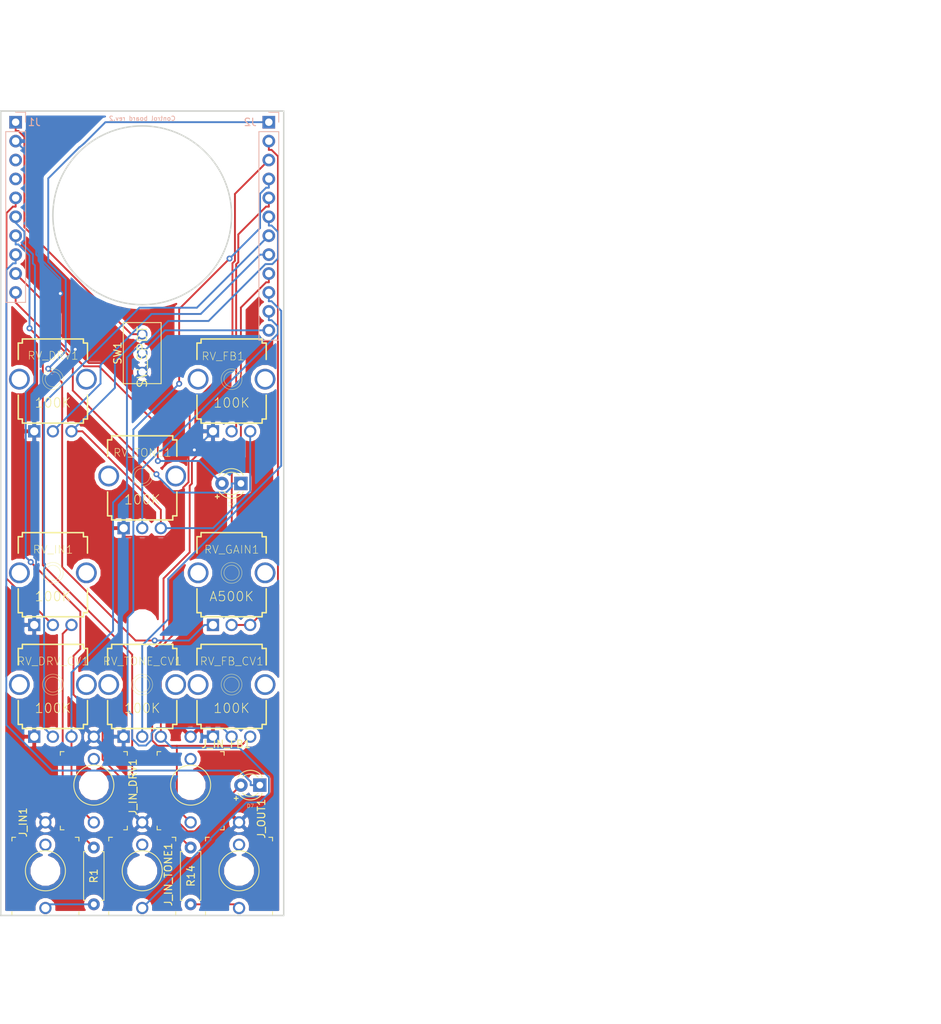
<source format=kicad_pcb>
(kicad_pcb (version 20171130) (host pcbnew "(5.0.2)-1")

  (general
    (thickness 1.6)
    (drawings 10)
    (tracks 269)
    (zones 0)
    (modules 22)
    (nets 24)
  )

  (page A4)
  (title_block
    (title Valve)
    (date 2018-01-22)
    (rev 1)
    (company "Coriolis Instruments")
    (comment 1 "Combined board with cutting lines.")
  )

  (layers
    (0 F.Cu signal)
    (31 B.Cu signal)
    (32 B.Adhes user hide)
    (33 F.Adhes user hide)
    (34 B.Paste user hide)
    (35 F.Paste user hide)
    (36 B.SilkS user)
    (37 F.SilkS user)
    (38 B.Mask user hide)
    (39 F.Mask user hide)
    (40 Dwgs.User user)
    (41 Cmts.User user hide)
    (42 Eco1.User user)
    (43 Eco2.User user hide)
    (44 Edge.Cuts user)
    (45 Margin user hide)
    (46 B.CrtYd user hide)
    (47 F.CrtYd user hide)
    (48 B.Fab user hide)
    (49 F.Fab user hide)
  )

  (setup
    (last_trace_width 0.25)
    (trace_clearance 0.2)
    (zone_clearance 0.508)
    (zone_45_only no)
    (trace_min 0.2)
    (segment_width 0.2)
    (edge_width 0.2)
    (via_size 0.8)
    (via_drill 0.4)
    (via_min_size 0.4)
    (via_min_drill 0.3)
    (uvia_size 0.3)
    (uvia_drill 0.1)
    (uvias_allowed no)
    (uvia_min_size 0.2)
    (uvia_min_drill 0.1)
    (pcb_text_width 0.3)
    (pcb_text_size 1.5 1.5)
    (mod_edge_width 0.15)
    (mod_text_size 1 1)
    (mod_text_width 0.15)
    (pad_size 3.2 3.2)
    (pad_drill 3.2)
    (pad_to_mask_clearance 0.2)
    (solder_mask_min_width 0.25)
    (aux_axis_origin 107.95 156.21)
    (visible_elements 7FFFFF7F)
    (pcbplotparams
      (layerselection 0x010fc_ffffffff)
      (usegerberextensions true)
      (usegerberattributes false)
      (usegerberadvancedattributes false)
      (creategerberjobfile false)
      (excludeedgelayer true)
      (linewidth 0.100000)
      (plotframeref false)
      (viasonmask false)
      (mode 1)
      (useauxorigin false)
      (hpglpennumber 1)
      (hpglpenspeed 20)
      (hpglpendiameter 15.000000)
      (psnegative false)
      (psa4output false)
      (plotreference true)
      (plotvalue true)
      (plotinvisibletext false)
      (padsonsilk false)
      (subtractmaskfromsilk false)
      (outputformat 1)
      (mirror false)
      (drillshape 0)
      (scaleselection 1)
      (outputdirectory "gerbers_mainBoard/"))
  )

  (net 0 "")
  (net 1 "Net-(J_IN1-Pad1)")
  (net 2 "Net-(J_OUT1-Pad1)")
  (net 3 /led.fb.out.cb)
  (net 4 /led.fb.in.cb)
  (net 5 /led.clip.out.cb)
  (net 6 /led.clip.in.cb)
  (net 7 /+12V.cb)
  (net 8 /gnd.cb)
  (net 9 /audio.in.cb)
  (net 10 /audio.out.cb)
  (net 11 /R.gain.1.cb)
  (net 12 /R.gain.3.cb)
  (net 13 /fb.cv.in.cb)
  (net 14 /fb.cv.level.cb)
  (net 15 /fb.level.cb)
  (net 16 /drv.cv.in.cb)
  (net 17 /drv.cv.level.cb)
  (net 18 /drv.level.cb)
  (net 19 /tone.cv.in.cb)
  (net 20 /tone.cv.level.cb)
  (net 21 /tone.level.cb)
  (net 22 /tube.gnd.cb)
  (net 23 "Net-(R1-Pad1)")

  (net_class Default "Dit is de standaard class."
    (clearance 0.2)
    (trace_width 0.25)
    (via_dia 0.8)
    (via_drill 0.4)
    (uvia_dia 0.3)
    (uvia_drill 0.1)
    (add_net /+12V.cb)
    (add_net /R.gain.1.cb)
    (add_net /R.gain.3.cb)
    (add_net /audio.in.cb)
    (add_net /audio.out.cb)
    (add_net /drv.cv.in.cb)
    (add_net /drv.cv.level.cb)
    (add_net /drv.level.cb)
    (add_net /fb.cv.in.cb)
    (add_net /fb.cv.level.cb)
    (add_net /fb.level.cb)
    (add_net /gnd.cb)
    (add_net /led.clip.in.cb)
    (add_net /led.clip.out.cb)
    (add_net /led.fb.in.cb)
    (add_net /led.fb.out.cb)
    (add_net /tone.cv.in.cb)
    (add_net /tone.cv.level.cb)
    (add_net /tone.level.cb)
    (add_net /tube.gnd.cb)
    (add_net "Net-(J_IN1-Pad1)")
    (add_net "Net-(J_OUT1-Pad1)")
    (add_net "Net-(R1-Pad1)")
  )

  (module Coriolis-KiCad:LED_D3.0mm_smalltext (layer F.Cu) (tedit 5C481FC7) (tstamp 5BEF210D)
    (at 34.79 90.5 180)
    (descr "LED, diameter 3.0mm, 2 pins")
    (tags "LED diameter 3.0mm 2 pins")
    (path /5CA56158)
    (fp_text reference D7 (at 1.27 -2.794 180) (layer F.SilkS)
      (effects (font (size 0.5 0.5) (thickness 0.05)))
    )
    (fp_text value LED (at 1.27 2.96 180) (layer F.Fab)
      (effects (font (size 1 1) (thickness 0.15)))
    )
    (fp_line (start 3.429 -1.778) (end 2.921 -1.778) (layer F.SilkS) (width 0.15))
    (fp_line (start 3.175 -2.032) (end 3.175 -1.524) (layer F.SilkS) (width 0.15))
    (fp_line (start 3.7 -2.25) (end -1.15 -2.25) (layer F.CrtYd) (width 0.05))
    (fp_line (start 3.7 2.25) (end 3.7 -2.25) (layer F.CrtYd) (width 0.05))
    (fp_line (start -1.15 2.25) (end 3.7 2.25) (layer F.CrtYd) (width 0.05))
    (fp_line (start -1.15 -2.25) (end -1.15 2.25) (layer F.CrtYd) (width 0.05))
    (fp_line (start -0.29 1.08) (end -0.29 1.236) (layer F.SilkS) (width 0.12))
    (fp_line (start -0.29 -1.236) (end -0.29 -1.08) (layer F.SilkS) (width 0.12))
    (fp_line (start -0.23 -1.16619) (end -0.23 1.16619) (layer F.Fab) (width 0.1))
    (fp_circle (center 1.27 0) (end 2.77 0) (layer F.Fab) (width 0.1))
    (fp_arc (start 1.27 0) (end 0.229039 1.08) (angle -87.9) (layer F.SilkS) (width 0.12))
    (fp_arc (start 1.27 0) (end 0.229039 -1.08) (angle 87.9) (layer F.SilkS) (width 0.12))
    (fp_arc (start 1.27 0) (end -0.29 1.235516) (angle -108.8) (layer F.SilkS) (width 0.12))
    (fp_arc (start 1.27 0) (end -0.29 -1.235516) (angle 108.8) (layer F.SilkS) (width 0.12))
    (fp_arc (start 1.27 0) (end -0.23 -1.16619) (angle 284.3) (layer F.Fab) (width 0.1))
    (pad 2 thru_hole circle (at 2.54 0 180) (size 1.8 1.8) (drill 0.9) (layers *.Cu *.Mask)
      (net 6 /led.clip.in.cb))
    (pad 1 thru_hole rect (at 0 0 180) (size 1.8 1.8) (drill 0.9) (layers *.Cu *.Mask)
      (net 5 /led.clip.out.cb))
    (model ${KISYS3DMOD}/LED_THT.3dshapes/LED_D3.0mm.wrl
      (at (xyz 0 0 0))
      (scale (xyz 1 1 1))
      (rotate (xyz 0 0 0))
    )
  )

  (module Coriolis-KiCad:LED_D3.0mm_smalltext (layer F.Cu) (tedit 5C481FC7) (tstamp 5CA21813)
    (at 32.25 50 180)
    (descr "LED, diameter 3.0mm, 2 pins")
    (tags "LED diameter 3.0mm 2 pins")
    (path /5CA5617F)
    (fp_text reference D3 (at 1.27 -2.794 180) (layer F.SilkS)
      (effects (font (size 0.5 0.5) (thickness 0.05)))
    )
    (fp_text value LED (at 1.27 2.96 180) (layer F.Fab)
      (effects (font (size 1 1) (thickness 0.15)))
    )
    (fp_line (start 3.429 -1.778) (end 2.921 -1.778) (layer F.SilkS) (width 0.15))
    (fp_line (start 3.175 -2.032) (end 3.175 -1.524) (layer F.SilkS) (width 0.15))
    (fp_line (start 3.7 -2.25) (end -1.15 -2.25) (layer F.CrtYd) (width 0.05))
    (fp_line (start 3.7 2.25) (end 3.7 -2.25) (layer F.CrtYd) (width 0.05))
    (fp_line (start -1.15 2.25) (end 3.7 2.25) (layer F.CrtYd) (width 0.05))
    (fp_line (start -1.15 -2.25) (end -1.15 2.25) (layer F.CrtYd) (width 0.05))
    (fp_line (start -0.29 1.08) (end -0.29 1.236) (layer F.SilkS) (width 0.12))
    (fp_line (start -0.29 -1.236) (end -0.29 -1.08) (layer F.SilkS) (width 0.12))
    (fp_line (start -0.23 -1.16619) (end -0.23 1.16619) (layer F.Fab) (width 0.1))
    (fp_circle (center 1.27 0) (end 2.77 0) (layer F.Fab) (width 0.1))
    (fp_arc (start 1.27 0) (end 0.229039 1.08) (angle -87.9) (layer F.SilkS) (width 0.12))
    (fp_arc (start 1.27 0) (end 0.229039 -1.08) (angle 87.9) (layer F.SilkS) (width 0.12))
    (fp_arc (start 1.27 0) (end -0.29 1.235516) (angle -108.8) (layer F.SilkS) (width 0.12))
    (fp_arc (start 1.27 0) (end -0.29 -1.235516) (angle 108.8) (layer F.SilkS) (width 0.12))
    (fp_arc (start 1.27 0) (end -0.23 -1.16619) (angle 284.3) (layer F.Fab) (width 0.1))
    (pad 2 thru_hole circle (at 2.54 0 180) (size 1.8 1.8) (drill 0.9) (layers *.Cu *.Mask)
      (net 4 /led.fb.in.cb))
    (pad 1 thru_hole rect (at 0 0 180) (size 1.8 1.8) (drill 0.9) (layers *.Cu *.Mask)
      (net 3 /led.fb.out.cb))
    (model ${KISYS3DMOD}/LED_THT.3dshapes/LED_D3.0mm.wrl
      (at (xyz 0 0 0))
      (scale (xyz 1 1 1))
      (rotate (xyz 0 0 0))
    )
  )

  (module Mounting_Holes:MountingHole_3.2mm_M3 (layer F.Cu) (tedit 5BF2CDB4) (tstamp 5BF2DE0A)
    (at 94.75 93.725001)
    (descr "Mounting Hole 3.2mm, no annular, M3")
    (tags "mounting hole 3.2mm no annular m3")
    (path /5A65BCAF/5BF39B29)
    (attr virtual)
    (fp_text reference MK3 (at 0 -4.2) (layer F.SilkS) hide
      (effects (font (size 1 1) (thickness 0.15)))
    )
    (fp_text value Mounting_Hole (at 0 4.2) (layer F.Fab)
      (effects (font (size 1 1) (thickness 0.15)))
    )
    (fp_text user %R (at 0.3 0) (layer F.Fab)
      (effects (font (size 1 1) (thickness 0.15)))
    )
    (fp_circle (center 0 0) (end 3.2 0) (layer Cmts.User) (width 0.15))
    (fp_circle (center 0 0) (end 3.45 0) (layer F.CrtYd) (width 0.05))
    (pad "" np_thru_hole circle (at -75.75 -24.725001) (size 3.2 3.2) (drill 3.2) (layers *.Cu *.Mask))
  )

  (module Coriolis-KiCad:WQP-PJ301M-12_JACK (layer F.Cu) (tedit 5BE894F7) (tstamp 5A68AC5E)
    (at 6 102 180)
    (path /5CA46300)
    (attr virtual)
    (fp_text reference J_IN1 (at 3 6.5 270) (layer F.SilkS)
      (effects (font (size 1 1) (thickness 0.15)))
    )
    (fp_text value Audio-Jack-2_Switch (at 0 0 180) (layer F.SilkS) hide
      (effects (font (size 1.524 1.524) (thickness 0.15)))
    )
    (fp_circle (center 0 0) (end 0 -2.68986) (layer F.SilkS) (width 0.127))
    (fp_circle (center 0 0) (end 0 -3.15976) (layer Dwgs.User) (width 0.127))
    (fp_line (start -4.49834 4.49834) (end -3.99796 4.49834) (layer F.SilkS) (width 0.127))
    (fp_line (start -4.49834 3.99796) (end -4.49834 4.49834) (layer F.SilkS) (width 0.127))
    (fp_line (start 4.49834 4.49834) (end 3.99796 4.49834) (layer F.SilkS) (width 0.127))
    (fp_line (start 4.49834 3.99796) (end 4.49834 4.49834) (layer F.SilkS) (width 0.127))
    (fp_line (start 4.49834 -5.99948) (end 4.49834 -5.4991) (layer F.SilkS) (width 0.127))
    (fp_line (start 3.99796 -5.99948) (end 4.49834 -5.99948) (layer F.SilkS) (width 0.127))
    (fp_line (start -4.49834 -5.99948) (end -3.99796 -5.99948) (layer F.SilkS) (width 0.127))
    (fp_line (start -4.49834 -5.4991) (end -4.49834 -5.99948) (layer F.SilkS) (width 0.127))
    (fp_line (start 0.19812 6.69798) (end 0.19812 4.49834) (layer Dwgs.User) (width 0.127))
    (fp_line (start -0.19812 6.69798) (end 0.19812 6.69798) (layer Dwgs.User) (width 0.127))
    (fp_line (start -0.19812 4.59994) (end -0.19812 6.69798) (layer Dwgs.User) (width 0.127))
    (fp_line (start 1.4986 -3.99796) (end 1.4986 -5.99948) (layer Dwgs.User) (width 0.127))
    (fp_line (start -1.4986 -3.99796) (end 1.4986 -3.99796) (layer Dwgs.User) (width 0.127))
    (fp_line (start -1.4986 -5.99948) (end -1.4986 -3.99796) (layer Dwgs.User) (width 0.127))
    (fp_line (start 4.49834 4.49834) (end 4.49834 -5.99948) (layer Dwgs.User) (width 0.127))
    (fp_line (start 0.19812 4.49834) (end 4.49834 4.49834) (layer Dwgs.User) (width 0.127))
    (fp_line (start -4.49834 4.49834) (end 0.19812 4.49834) (layer Dwgs.User) (width 0.127))
    (fp_line (start -4.49834 -5.99948) (end -4.49834 4.49834) (layer Dwgs.User) (width 0.127))
    (fp_line (start 1.4986 -5.99948) (end 4.49834 -5.99948) (layer Dwgs.User) (width 0.127))
    (fp_line (start -1.4986 -5.99948) (end 1.4986 -5.99948) (layer Dwgs.User) (width 0.127))
    (fp_line (start -4.49834 -5.99948) (end -1.4986 -5.99948) (layer Dwgs.User) (width 0.127))
    (pad 2 thru_hole circle (at 0 6.49986 180) (size 1.64846 1.64846) (drill 1.09982) (layers *.Cu *.Paste *.Mask)
      (net 8 /gnd.cb))
    (pad 3 thru_hole circle (at 0 3.49758 180) (size 1.64846 1.64846) (drill 1.09982) (layers *.Cu *.Paste *.Mask))
    (pad 1 thru_hole circle (at 0 -4.99872 180) (size 1.64846 1.64846) (drill 1.09982) (layers *.Cu *.Paste *.Mask)
      (net 1 "Net-(J_IN1-Pad1)"))
    (pad "" np_thru_hole circle (at 0 0 180) (size 3 3) (drill 3) (layers *.Cu *.Mask))
  )

  (module Coriolis-KiCad:WQP-PJ301M-12_JACK (layer F.Cu) (tedit 5BE89529) (tstamp 5A68AC7D)
    (at 32 102 180)
    (path /5CA462BA)
    (attr virtual)
    (fp_text reference J_OUT1 (at -3 7 270) (layer F.SilkS)
      (effects (font (size 1 1) (thickness 0.15)))
    )
    (fp_text value Audio-Jack-2_Switch (at 0 0 180) (layer F.SilkS) hide
      (effects (font (size 1.524 1.524) (thickness 0.15)))
    )
    (fp_line (start -4.49834 -5.99948) (end -1.4986 -5.99948) (layer Dwgs.User) (width 0.127))
    (fp_line (start -1.4986 -5.99948) (end 1.4986 -5.99948) (layer Dwgs.User) (width 0.127))
    (fp_line (start 1.4986 -5.99948) (end 4.49834 -5.99948) (layer Dwgs.User) (width 0.127))
    (fp_line (start -4.49834 -5.99948) (end -4.49834 4.49834) (layer Dwgs.User) (width 0.127))
    (fp_line (start -4.49834 4.49834) (end 0.19812 4.49834) (layer Dwgs.User) (width 0.127))
    (fp_line (start 0.19812 4.49834) (end 4.49834 4.49834) (layer Dwgs.User) (width 0.127))
    (fp_line (start 4.49834 4.49834) (end 4.49834 -5.99948) (layer Dwgs.User) (width 0.127))
    (fp_line (start -1.4986 -5.99948) (end -1.4986 -3.99796) (layer Dwgs.User) (width 0.127))
    (fp_line (start -1.4986 -3.99796) (end 1.4986 -3.99796) (layer Dwgs.User) (width 0.127))
    (fp_line (start 1.4986 -3.99796) (end 1.4986 -5.99948) (layer Dwgs.User) (width 0.127))
    (fp_line (start -0.19812 4.59994) (end -0.19812 6.69798) (layer Dwgs.User) (width 0.127))
    (fp_line (start -0.19812 6.69798) (end 0.19812 6.69798) (layer Dwgs.User) (width 0.127))
    (fp_line (start 0.19812 6.69798) (end 0.19812 4.49834) (layer Dwgs.User) (width 0.127))
    (fp_line (start -4.49834 -5.4991) (end -4.49834 -5.99948) (layer F.SilkS) (width 0.127))
    (fp_line (start -4.49834 -5.99948) (end -3.99796 -5.99948) (layer F.SilkS) (width 0.127))
    (fp_line (start 3.99796 -5.99948) (end 4.49834 -5.99948) (layer F.SilkS) (width 0.127))
    (fp_line (start 4.49834 -5.99948) (end 4.49834 -5.4991) (layer F.SilkS) (width 0.127))
    (fp_line (start 4.49834 3.99796) (end 4.49834 4.49834) (layer F.SilkS) (width 0.127))
    (fp_line (start 4.49834 4.49834) (end 3.99796 4.49834) (layer F.SilkS) (width 0.127))
    (fp_line (start -4.49834 3.99796) (end -4.49834 4.49834) (layer F.SilkS) (width 0.127))
    (fp_line (start -4.49834 4.49834) (end -3.99796 4.49834) (layer F.SilkS) (width 0.127))
    (fp_circle (center 0 0) (end 0 -3.15976) (layer Dwgs.User) (width 0.127))
    (fp_circle (center 0 0) (end 0 -2.68986) (layer F.SilkS) (width 0.127))
    (pad "" np_thru_hole circle (at 0 0 180) (size 3 3) (drill 3) (layers *.Cu *.Mask))
    (pad 1 thru_hole circle (at 0 -4.99872 180) (size 1.64846 1.64846) (drill 1.09982) (layers *.Cu *.Paste *.Mask)
      (net 2 "Net-(J_OUT1-Pad1)"))
    (pad 3 thru_hole circle (at 0 3.49758 180) (size 1.64846 1.64846) (drill 1.09982) (layers *.Cu *.Paste *.Mask))
    (pad 2 thru_hole circle (at 0 6.49986 180) (size 1.64846 1.64846) (drill 1.09982) (layers *.Cu *.Paste *.Mask)
      (net 8 /gnd.cb))
  )

  (module Coriolis-KiCad:9MM_SNAP-IN_POT (layer F.Cu) (tedit 200000) (tstamp 5A68AF0D)
    (at 31 36)
    (descr "9MM VERTICAL SNAP-IN POT, ALPHA / PANASONIC STYLE")
    (tags "9MM VERTICAL SNAP-IN POT, ALPHA / PANASONIC STYLE")
    (path /5CA46133)
    (attr virtual)
    (fp_text reference RV_FB1 (at -1.143 -3.0734) (layer F.SilkS)
      (effects (font (size 1.0668 1.0668) (thickness 0.0762)))
    )
    (fp_text value 100K (at 0 3.175) (layer F.SilkS)
      (effects (font (size 1.27 1.27) (thickness 0.1016)))
    )
    (fp_line (start -2.92354 7.32282) (end -2.07264 7.32282) (layer Dwgs.User) (width 0.06604))
    (fp_line (start -2.07264 7.32282) (end -2.07264 5.99948) (layer Dwgs.User) (width 0.06604))
    (fp_line (start -2.92354 5.99948) (end -2.07264 5.99948) (layer Dwgs.User) (width 0.06604))
    (fp_line (start -2.92354 7.32282) (end -2.92354 5.99948) (layer Dwgs.User) (width 0.06604))
    (fp_line (start -0.42418 7.32282) (end 0.42418 7.32282) (layer Dwgs.User) (width 0.06604))
    (fp_line (start 0.42418 7.32282) (end 0.42418 5.99948) (layer Dwgs.User) (width 0.06604))
    (fp_line (start -0.42418 5.99948) (end 0.42418 5.99948) (layer Dwgs.User) (width 0.06604))
    (fp_line (start -0.42418 7.32282) (end -0.42418 5.99948) (layer Dwgs.User) (width 0.06604))
    (fp_line (start 2.07264 7.32282) (end 2.92354 7.32282) (layer Dwgs.User) (width 0.06604))
    (fp_line (start 2.92354 7.32282) (end 2.92354 5.99948) (layer Dwgs.User) (width 0.06604))
    (fp_line (start 2.07264 5.99948) (end 2.92354 5.99948) (layer Dwgs.User) (width 0.06604))
    (fp_line (start 2.07264 7.32282) (end 2.07264 5.99948) (layer Dwgs.User) (width 0.06604))
    (fp_line (start -4.09956 -5.3975) (end 4.09956 -5.3975) (layer F.SilkS) (width 0.2032))
    (fp_line (start 4.6482 -4.84886) (end 4.6482 5.34924) (layer Dwgs.User) (width 0.2032))
    (fp_line (start 4.09956 5.89788) (end -4.09956 5.89788) (layer F.SilkS) (width 0.2032))
    (fp_line (start -4.6482 5.34924) (end -4.6482 -4.84886) (layer Dwgs.User) (width 0.2032))
    (fp_line (start -4.7498 -0.89916) (end -5.4991 -0.89916) (layer Dwgs.User) (width 0.2032))
    (fp_line (start -5.4991 -0.89916) (end -5.4991 0.89916) (layer Dwgs.User) (width 0.2032))
    (fp_line (start -5.4991 0.89916) (end -4.7498 0.89916) (layer Dwgs.User) (width 0.2032))
    (fp_line (start 4.7498 0.89916) (end 5.4991 0.89916) (layer Dwgs.User) (width 0.2032))
    (fp_line (start 5.4991 0.89916) (end 5.4991 -0.89916) (layer Dwgs.User) (width 0.2032))
    (fp_line (start 5.4991 -0.89916) (end 4.7498 -0.89916) (layer Dwgs.User) (width 0.2032))
    (fp_line (start -4.09956 -4.84886) (end -4.6482 -4.84886) (layer F.SilkS) (width 0.2032))
    (fp_line (start -4.09956 -5.3975) (end -4.09956 -4.84886) (layer F.SilkS) (width 0.2032))
    (fp_line (start -4.09956 5.34924) (end -4.09956 5.89788) (layer F.SilkS) (width 0.2032))
    (fp_line (start -4.6482 5.34924) (end -4.09956 5.34924) (layer F.SilkS) (width 0.2032))
    (fp_line (start 4.09956 5.34924) (end 4.6482 5.34924) (layer F.SilkS) (width 0.2032))
    (fp_line (start 4.09956 5.89788) (end 4.09956 5.34924) (layer F.SilkS) (width 0.2032))
    (fp_line (start 4.09956 -4.84886) (end 4.09956 -5.3975) (layer F.SilkS) (width 0.2032))
    (fp_line (start 4.6482 -4.84886) (end 4.09956 -4.84886) (layer F.SilkS) (width 0.2032))
    (fp_line (start -4.6482 -2.64922) (end -4.6482 -4.84886) (layer F.SilkS) (width 0.2032))
    (fp_line (start -4.6482 5.34924) (end -4.6482 2.14884) (layer F.SilkS) (width 0.2032))
    (fp_line (start 4.6482 -4.84886) (end 4.6482 -2.64922) (layer F.SilkS) (width 0.2032))
    (fp_line (start 4.6482 2.14884) (end 4.6482 5.34924) (layer F.SilkS) (width 0.2032))
    (fp_circle (center 0 0) (end 0 -1.397) (layer F.SilkS) (width 0.0508))
    (fp_circle (center 0 0) (end 0 -1.016) (layer F.SilkS) (width 0.0508))
    (pad 1 thru_hole rect (at -2.49936 6.9977) (size 1.64846 1.64846) (drill 1.09982) (layers *.Cu *.Paste *.Mask)
      (net 8 /gnd.cb))
    (pad 2 thru_hole circle (at 0 6.9977) (size 1.64846 3.29946) (drill 1.09982) (layers *.Cu *.Paste *.Mask)
      (net 15 /fb.level.cb))
    (pad 3 thru_hole circle (at 2.49936 6.9977) (size 1.64846 3.29946) (drill 1.09982) (layers *.Cu *.Paste *.Mask)
      (net 7 /+12V.cb))
    (pad CHASSIS1 thru_hole circle (at -4.49834 0) (size 2.794 2.794) (drill 2.09804) (layers *.Cu *.Paste *.Mask))
    (pad CHASSIS2 thru_hole circle (at 4.49834 0) (size 2.794 2.794) (drill 2.09804) (layers *.Cu *.Paste *.Mask))
  )

  (module Coriolis-KiCad:SUBMINI_TOGGLE (layer F.Cu) (tedit 5AAEA1CA) (tstamp 5A68AF96)
    (at 19 32.5 90)
    (descr "SUBMINI TOGGLE")
    (tags "SUBMINI TOGGLE")
    (path /5CA462E4)
    (attr virtual)
    (fp_text reference SW1 (at 0 -3.302 90) (layer F.SilkS)
      (effects (font (size 1 1) (thickness 0.15)))
    )
    (fp_text value SW_SPDT (at -0.517 0 90) (layer F.SilkS)
      (effects (font (size 1.27 1.27) (thickness 0.15)))
    )
    (fp_line (start -4.09956 -2.54) (end 4.09956 -2.54) (layer F.SilkS) (width 0.127))
    (fp_line (start 4.09956 -2.54) (end 4.09956 2.54) (layer F.SilkS) (width 0.127))
    (fp_line (start 4.09956 2.54) (end -4.09956 2.54) (layer F.SilkS) (width 0.127))
    (fp_line (start -4.09956 2.54) (end -4.09956 -2.54) (layer F.SilkS) (width 0.127))
    (fp_line (start -3.175 -1.27) (end 0 -1.27) (layer Dwgs.User) (width 0.0508))
    (fp_line (start -3.175 1.27) (end 0 1.27) (layer Dwgs.User) (width 0.0508))
    (fp_circle (center -3.175 0) (end -3.175 -1.27) (layer Dwgs.User) (width 0.0508))
    (fp_circle (center 0 0) (end 0 -3.99796) (layer Dwgs.User) (width 0.0508))
    (fp_arc (start 0 0) (end 0 -1.27) (angle 180) (layer Dwgs.User) (width 0.0508))
    (fp_arc (start 0 0) (end -1.37414 -1.27254) (angle 273.2) (layer Dwgs.User) (width 0.0508))
    (pad 1 thru_hole circle (at -2.54 0 90) (size 1.4224 1.4224) (drill 0.99822) (layers *.Cu *.Paste *.Mask)
      (net 8 /gnd.cb))
    (pad 3 thru_hole circle (at 2.54 0 90) (size 1.4224 1.4224) (drill 0.99822) (layers *.Cu *.Paste *.Mask)
      (net 7 /+12V.cb))
    (pad 2 thru_hole circle (at 0 0 90) (size 1.4224 1.4224) (drill 0.99822) (layers *.Cu *.Paste *.Mask)
      (net 22 /tube.gnd.cb))
  )

  (module Coriolis-KiCad:9MM_SNAP-IN_POT (layer F.Cu) (tedit 5A75CC4A) (tstamp 5A8D472F)
    (at 31 62)
    (descr "9MM VERTICAL SNAP-IN POT, ALPHA / PANASONIC STYLE")
    (tags "9MM VERTICAL SNAP-IN POT, ALPHA / PANASONIC STYLE")
    (path /5CA462EF)
    (attr virtual)
    (fp_text reference RV_GAIN1 (at 0.0254 -3.1242) (layer F.SilkS)
      (effects (font (size 1.0668 1.0668) (thickness 0.0762)))
    )
    (fp_text value A500K (at 0 3.175) (layer F.SilkS)
      (effects (font (size 1.27 1.27) (thickness 0.1016)))
    )
    (fp_circle (center 0 0) (end 0 -1.016) (layer F.SilkS) (width 0.0508))
    (fp_circle (center 0 0) (end 0 -1.397) (layer F.SilkS) (width 0.0508))
    (fp_line (start 4.6482 2.14884) (end 4.6482 5.34924) (layer F.SilkS) (width 0.2032))
    (fp_line (start 4.6482 -4.84886) (end 4.6482 -2.64922) (layer F.SilkS) (width 0.2032))
    (fp_line (start -4.6482 5.34924) (end -4.6482 2.14884) (layer F.SilkS) (width 0.2032))
    (fp_line (start -4.6482 -2.64922) (end -4.6482 -4.84886) (layer F.SilkS) (width 0.2032))
    (fp_line (start 4.6482 -4.84886) (end 4.09956 -4.84886) (layer F.SilkS) (width 0.2032))
    (fp_line (start 4.09956 -4.84886) (end 4.09956 -5.3975) (layer F.SilkS) (width 0.2032))
    (fp_line (start 4.09956 5.89788) (end 4.09956 5.34924) (layer F.SilkS) (width 0.2032))
    (fp_line (start 4.09956 5.34924) (end 4.6482 5.34924) (layer F.SilkS) (width 0.2032))
    (fp_line (start -4.6482 5.34924) (end -4.09956 5.34924) (layer F.SilkS) (width 0.2032))
    (fp_line (start -4.09956 5.34924) (end -4.09956 5.89788) (layer F.SilkS) (width 0.2032))
    (fp_line (start -4.09956 -5.3975) (end -4.09956 -4.84886) (layer F.SilkS) (width 0.2032))
    (fp_line (start -4.09956 -4.84886) (end -4.6482 -4.84886) (layer F.SilkS) (width 0.2032))
    (fp_line (start 5.4991 -0.89916) (end 4.7498 -0.89916) (layer Dwgs.User) (width 0.2032))
    (fp_line (start 5.4991 0.89916) (end 5.4991 -0.89916) (layer Dwgs.User) (width 0.2032))
    (fp_line (start 4.7498 0.89916) (end 5.4991 0.89916) (layer Dwgs.User) (width 0.2032))
    (fp_line (start -5.4991 0.89916) (end -4.7498 0.89916) (layer Dwgs.User) (width 0.2032))
    (fp_line (start -5.4991 -0.89916) (end -5.4991 0.89916) (layer Dwgs.User) (width 0.2032))
    (fp_line (start -4.7498 -0.89916) (end -5.4991 -0.89916) (layer Dwgs.User) (width 0.2032))
    (fp_line (start -4.6482 5.34924) (end -4.6482 -4.84886) (layer Dwgs.User) (width 0.2032))
    (fp_line (start 4.09956 5.89788) (end -4.09956 5.89788) (layer F.SilkS) (width 0.2032))
    (fp_line (start 4.6482 -4.84886) (end 4.6482 5.34924) (layer Dwgs.User) (width 0.2032))
    (fp_line (start -4.09956 -5.3975) (end 4.09956 -5.3975) (layer F.SilkS) (width 0.2032))
    (fp_line (start 2.07264 7.32282) (end 2.07264 5.99948) (layer Dwgs.User) (width 0.06604))
    (fp_line (start 2.07264 5.99948) (end 2.92354 5.99948) (layer Dwgs.User) (width 0.06604))
    (fp_line (start 2.92354 7.32282) (end 2.92354 5.99948) (layer Dwgs.User) (width 0.06604))
    (fp_line (start 2.07264 7.32282) (end 2.92354 7.32282) (layer Dwgs.User) (width 0.06604))
    (fp_line (start -0.42418 7.32282) (end -0.42418 5.99948) (layer Dwgs.User) (width 0.06604))
    (fp_line (start -0.42418 5.99948) (end 0.42418 5.99948) (layer Dwgs.User) (width 0.06604))
    (fp_line (start 0.42418 7.32282) (end 0.42418 5.99948) (layer Dwgs.User) (width 0.06604))
    (fp_line (start -0.42418 7.32282) (end 0.42418 7.32282) (layer Dwgs.User) (width 0.06604))
    (fp_line (start -2.92354 7.32282) (end -2.92354 5.99948) (layer Dwgs.User) (width 0.06604))
    (fp_line (start -2.92354 5.99948) (end -2.07264 5.99948) (layer Dwgs.User) (width 0.06604))
    (fp_line (start -2.07264 7.32282) (end -2.07264 5.99948) (layer Dwgs.User) (width 0.06604))
    (fp_line (start -2.92354 7.32282) (end -2.07264 7.32282) (layer Dwgs.User) (width 0.06604))
    (pad CHASSIS2 thru_hole circle (at 4.49834 0) (size 2.794 2.794) (drill 2.09804) (layers *.Cu *.Paste *.Mask))
    (pad CHASSIS1 thru_hole circle (at -4.49834 0) (size 2.794 2.794) (drill 2.09804) (layers *.Cu *.Paste *.Mask))
    (pad 3 thru_hole circle (at 2.49936 6.9977) (size 1.64846 1.64846) (drill 1.09982) (layers *.Cu *.Paste *.Mask)
      (net 12 /R.gain.3.cb))
    (pad 2 thru_hole circle (at 0 6.9977) (size 1.64846 1.64846) (drill 1.09982) (layers *.Cu *.Paste *.Mask)
      (net 12 /R.gain.3.cb))
    (pad 1 thru_hole rect (at -2.49936 6.9977) (size 1.64846 1.64846) (drill 1.09982) (layers *.Cu *.Paste *.Mask)
      (net 11 /R.gain.1.cb))
  )

  (module Coriolis-KiCad:WQP-PJ301M-12_JACK (layer F.Cu) (tedit 5BE89508) (tstamp 5AA249C2)
    (at 12.5 90.5 180)
    (path /5CA4617C)
    (attr virtual)
    (fp_text reference J_IN_DRV1 (at -5.25 -0.254 270) (layer F.SilkS)
      (effects (font (size 1 1) (thickness 0.15)))
    )
    (fp_text value Audio-Jack-2_Switch (at 0 0 180) (layer F.SilkS) hide
      (effects (font (size 1.524 1.524) (thickness 0.15)))
    )
    (fp_line (start -4.49834 -5.99948) (end -1.4986 -5.99948) (layer Dwgs.User) (width 0.127))
    (fp_line (start -1.4986 -5.99948) (end 1.4986 -5.99948) (layer Dwgs.User) (width 0.127))
    (fp_line (start 1.4986 -5.99948) (end 4.49834 -5.99948) (layer Dwgs.User) (width 0.127))
    (fp_line (start -4.49834 -5.99948) (end -4.49834 4.49834) (layer Dwgs.User) (width 0.127))
    (fp_line (start -4.49834 4.49834) (end 0.19812 4.49834) (layer Dwgs.User) (width 0.127))
    (fp_line (start 0.19812 4.49834) (end 4.49834 4.49834) (layer Dwgs.User) (width 0.127))
    (fp_line (start 4.49834 4.49834) (end 4.49834 -5.99948) (layer Dwgs.User) (width 0.127))
    (fp_line (start -1.4986 -5.99948) (end -1.4986 -3.99796) (layer Dwgs.User) (width 0.127))
    (fp_line (start -1.4986 -3.99796) (end 1.4986 -3.99796) (layer Dwgs.User) (width 0.127))
    (fp_line (start 1.4986 -3.99796) (end 1.4986 -5.99948) (layer Dwgs.User) (width 0.127))
    (fp_line (start -0.19812 4.59994) (end -0.19812 6.69798) (layer Dwgs.User) (width 0.127))
    (fp_line (start -0.19812 6.69798) (end 0.19812 6.69798) (layer Dwgs.User) (width 0.127))
    (fp_line (start 0.19812 6.69798) (end 0.19812 4.49834) (layer Dwgs.User) (width 0.127))
    (fp_line (start -4.49834 -5.4991) (end -4.49834 -5.99948) (layer F.SilkS) (width 0.127))
    (fp_line (start -4.49834 -5.99948) (end -3.99796 -5.99948) (layer F.SilkS) (width 0.127))
    (fp_line (start 3.99796 -5.99948) (end 4.49834 -5.99948) (layer F.SilkS) (width 0.127))
    (fp_line (start 4.49834 -5.99948) (end 4.49834 -5.4991) (layer F.SilkS) (width 0.127))
    (fp_line (start 4.49834 3.99796) (end 4.49834 4.49834) (layer F.SilkS) (width 0.127))
    (fp_line (start 4.49834 4.49834) (end 3.99796 4.49834) (layer F.SilkS) (width 0.127))
    (fp_line (start -4.49834 3.99796) (end -4.49834 4.49834) (layer F.SilkS) (width 0.127))
    (fp_line (start -4.49834 4.49834) (end -3.99796 4.49834) (layer F.SilkS) (width 0.127))
    (fp_circle (center 0 0) (end 0 -3.15976) (layer Dwgs.User) (width 0.127))
    (fp_circle (center 0 0) (end 0 -2.68986) (layer F.SilkS) (width 0.127))
    (pad "" np_thru_hole circle (at 0 0 180) (size 3 3) (drill 3) (layers *.Cu *.Mask))
    (pad 1 thru_hole circle (at 0 -4.99872 180) (size 1.64846 1.64846) (drill 1.09982) (layers *.Cu *.Paste *.Mask)
      (net 16 /drv.cv.in.cb))
    (pad 3 thru_hole circle (at 0 3.49758 180) (size 1.64846 1.64846) (drill 1.09982) (layers *.Cu *.Paste *.Mask))
    (pad 2 thru_hole circle (at 0 6.49986 180) (size 1.64846 1.64846) (drill 1.09982) (layers *.Cu *.Paste *.Mask)
      (net 8 /gnd.cb))
  )

  (module Coriolis-KiCad:WQP-PJ301M-12_JACK (layer F.Cu) (tedit 5BE8951A) (tstamp 5AA249E1)
    (at 25.5 90.5 180)
    (path /5CA4613A)
    (attr virtual)
    (fp_text reference J_IN_FB1 (at -4.75 5.5 180) (layer F.SilkS)
      (effects (font (size 1 1) (thickness 0.15)))
    )
    (fp_text value Audio-Jack-2_Switch (at 0 0 180) (layer F.SilkS) hide
      (effects (font (size 1.524 1.524) (thickness 0.15)))
    )
    (fp_circle (center 0 0) (end 0 -2.68986) (layer F.SilkS) (width 0.127))
    (fp_circle (center 0 0) (end 0 -3.15976) (layer Dwgs.User) (width 0.127))
    (fp_line (start -4.49834 4.49834) (end -3.99796 4.49834) (layer F.SilkS) (width 0.127))
    (fp_line (start -4.49834 3.99796) (end -4.49834 4.49834) (layer F.SilkS) (width 0.127))
    (fp_line (start 4.49834 4.49834) (end 3.99796 4.49834) (layer F.SilkS) (width 0.127))
    (fp_line (start 4.49834 3.99796) (end 4.49834 4.49834) (layer F.SilkS) (width 0.127))
    (fp_line (start 4.49834 -5.99948) (end 4.49834 -5.4991) (layer F.SilkS) (width 0.127))
    (fp_line (start 3.99796 -5.99948) (end 4.49834 -5.99948) (layer F.SilkS) (width 0.127))
    (fp_line (start -4.49834 -5.99948) (end -3.99796 -5.99948) (layer F.SilkS) (width 0.127))
    (fp_line (start -4.49834 -5.4991) (end -4.49834 -5.99948) (layer F.SilkS) (width 0.127))
    (fp_line (start 0.19812 6.69798) (end 0.19812 4.49834) (layer Dwgs.User) (width 0.127))
    (fp_line (start -0.19812 6.69798) (end 0.19812 6.69798) (layer Dwgs.User) (width 0.127))
    (fp_line (start -0.19812 4.59994) (end -0.19812 6.69798) (layer Dwgs.User) (width 0.127))
    (fp_line (start 1.4986 -3.99796) (end 1.4986 -5.99948) (layer Dwgs.User) (width 0.127))
    (fp_line (start -1.4986 -3.99796) (end 1.4986 -3.99796) (layer Dwgs.User) (width 0.127))
    (fp_line (start -1.4986 -5.99948) (end -1.4986 -3.99796) (layer Dwgs.User) (width 0.127))
    (fp_line (start 4.49834 4.49834) (end 4.49834 -5.99948) (layer Dwgs.User) (width 0.127))
    (fp_line (start 0.19812 4.49834) (end 4.49834 4.49834) (layer Dwgs.User) (width 0.127))
    (fp_line (start -4.49834 4.49834) (end 0.19812 4.49834) (layer Dwgs.User) (width 0.127))
    (fp_line (start -4.49834 -5.99948) (end -4.49834 4.49834) (layer Dwgs.User) (width 0.127))
    (fp_line (start 1.4986 -5.99948) (end 4.49834 -5.99948) (layer Dwgs.User) (width 0.127))
    (fp_line (start -1.4986 -5.99948) (end 1.4986 -5.99948) (layer Dwgs.User) (width 0.127))
    (fp_line (start -4.49834 -5.99948) (end -1.4986 -5.99948) (layer Dwgs.User) (width 0.127))
    (pad 2 thru_hole circle (at 0 6.49986 180) (size 1.64846 1.64846) (drill 1.09982) (layers *.Cu *.Paste *.Mask)
      (net 8 /gnd.cb))
    (pad 3 thru_hole circle (at 0 3.49758 180) (size 1.64846 1.64846) (drill 1.09982) (layers *.Cu *.Paste *.Mask))
    (pad 1 thru_hole circle (at 0 -4.99872 180) (size 1.64846 1.64846) (drill 1.09982) (layers *.Cu *.Paste *.Mask)
      (net 13 /fb.cv.in.cb))
    (pad "" np_thru_hole circle (at 0 0 180) (size 3 3) (drill 3) (layers *.Cu *.Mask))
  )

  (module Coriolis-KiCad:9MM_SNAP-IN_POT (layer F.Cu) (tedit 5A75CC4A) (tstamp 5AA24B50)
    (at 7 36)
    (descr "9MM VERTICAL SNAP-IN POT, ALPHA / PANASONIC STYLE")
    (tags "9MM VERTICAL SNAP-IN POT, ALPHA / PANASONIC STYLE")
    (path /5CA46175)
    (attr virtual)
    (fp_text reference RV_DRV1 (at 0.0254 -3.159101) (layer F.SilkS)
      (effects (font (size 1.0668 1.0668) (thickness 0.0762)))
    )
    (fp_text value 100K (at 0 3.175) (layer F.SilkS)
      (effects (font (size 1.27 1.27) (thickness 0.1016)))
    )
    (fp_line (start -2.92354 7.32282) (end -2.07264 7.32282) (layer Dwgs.User) (width 0.06604))
    (fp_line (start -2.07264 7.32282) (end -2.07264 5.99948) (layer Dwgs.User) (width 0.06604))
    (fp_line (start -2.92354 5.99948) (end -2.07264 5.99948) (layer Dwgs.User) (width 0.06604))
    (fp_line (start -2.92354 7.32282) (end -2.92354 5.99948) (layer Dwgs.User) (width 0.06604))
    (fp_line (start -0.42418 7.32282) (end 0.42418 7.32282) (layer Dwgs.User) (width 0.06604))
    (fp_line (start 0.42418 7.32282) (end 0.42418 5.99948) (layer Dwgs.User) (width 0.06604))
    (fp_line (start -0.42418 5.99948) (end 0.42418 5.99948) (layer Dwgs.User) (width 0.06604))
    (fp_line (start -0.42418 7.32282) (end -0.42418 5.99948) (layer Dwgs.User) (width 0.06604))
    (fp_line (start 2.07264 7.32282) (end 2.92354 7.32282) (layer Dwgs.User) (width 0.06604))
    (fp_line (start 2.92354 7.32282) (end 2.92354 5.99948) (layer Dwgs.User) (width 0.06604))
    (fp_line (start 2.07264 5.99948) (end 2.92354 5.99948) (layer Dwgs.User) (width 0.06604))
    (fp_line (start 2.07264 7.32282) (end 2.07264 5.99948) (layer Dwgs.User) (width 0.06604))
    (fp_line (start -4.09956 -5.3975) (end 4.09956 -5.3975) (layer F.SilkS) (width 0.2032))
    (fp_line (start 4.6482 -4.84886) (end 4.6482 5.34924) (layer Dwgs.User) (width 0.2032))
    (fp_line (start 4.09956 5.89788) (end -4.09956 5.89788) (layer F.SilkS) (width 0.2032))
    (fp_line (start -4.6482 5.34924) (end -4.6482 -4.84886) (layer Dwgs.User) (width 0.2032))
    (fp_line (start -4.7498 -0.89916) (end -5.4991 -0.89916) (layer Dwgs.User) (width 0.2032))
    (fp_line (start -5.4991 -0.89916) (end -5.4991 0.89916) (layer Dwgs.User) (width 0.2032))
    (fp_line (start -5.4991 0.89916) (end -4.7498 0.89916) (layer Dwgs.User) (width 0.2032))
    (fp_line (start 4.7498 0.89916) (end 5.4991 0.89916) (layer Dwgs.User) (width 0.2032))
    (fp_line (start 5.4991 0.89916) (end 5.4991 -0.89916) (layer Dwgs.User) (width 0.2032))
    (fp_line (start 5.4991 -0.89916) (end 4.7498 -0.89916) (layer Dwgs.User) (width 0.2032))
    (fp_line (start -4.09956 -4.84886) (end -4.6482 -4.84886) (layer F.SilkS) (width 0.2032))
    (fp_line (start -4.09956 -5.3975) (end -4.09956 -4.84886) (layer F.SilkS) (width 0.2032))
    (fp_line (start -4.09956 5.34924) (end -4.09956 5.89788) (layer F.SilkS) (width 0.2032))
    (fp_line (start -4.6482 5.34924) (end -4.09956 5.34924) (layer F.SilkS) (width 0.2032))
    (fp_line (start 4.09956 5.34924) (end 4.6482 5.34924) (layer F.SilkS) (width 0.2032))
    (fp_line (start 4.09956 5.89788) (end 4.09956 5.34924) (layer F.SilkS) (width 0.2032))
    (fp_line (start 4.09956 -4.84886) (end 4.09956 -5.3975) (layer F.SilkS) (width 0.2032))
    (fp_line (start 4.6482 -4.84886) (end 4.09956 -4.84886) (layer F.SilkS) (width 0.2032))
    (fp_line (start -4.6482 -2.64922) (end -4.6482 -4.84886) (layer F.SilkS) (width 0.2032))
    (fp_line (start -4.6482 5.34924) (end -4.6482 2.14884) (layer F.SilkS) (width 0.2032))
    (fp_line (start 4.6482 -4.84886) (end 4.6482 -2.64922) (layer F.SilkS) (width 0.2032))
    (fp_line (start 4.6482 2.14884) (end 4.6482 5.34924) (layer F.SilkS) (width 0.2032))
    (fp_circle (center 0 0) (end 0 -1.397) (layer F.SilkS) (width 0.0508))
    (fp_circle (center 0 0) (end 0 -1.016) (layer F.SilkS) (width 0.0508))
    (pad 1 thru_hole rect (at -2.49936 6.9977) (size 1.64846 1.64846) (drill 1.09982) (layers *.Cu *.Paste *.Mask)
      (net 8 /gnd.cb))
    (pad 2 thru_hole circle (at 0 6.9977) (size 1.64846 1.64846) (drill 1.09982) (layers *.Cu *.Paste *.Mask)
      (net 18 /drv.level.cb))
    (pad 3 thru_hole circle (at 2.49936 6.9977) (size 1.64846 1.64846) (drill 1.09982) (layers *.Cu *.Paste *.Mask)
      (net 7 /+12V.cb))
    (pad CHASSIS1 thru_hole circle (at -4.49834 0) (size 2.794 2.794) (drill 2.09804) (layers *.Cu *.Paste *.Mask))
    (pad CHASSIS2 thru_hole circle (at 4.49834 0) (size 2.794 2.794) (drill 2.09804) (layers *.Cu *.Paste *.Mask))
  )

  (module Coriolis-KiCad:9MM_SNAP-IN_POT (layer F.Cu) (tedit 5A75CC4A) (tstamp 5AA24B7D)
    (at 7 77)
    (descr "9MM VERTICAL SNAP-IN POT, ALPHA / PANASONIC STYLE")
    (tags "9MM VERTICAL SNAP-IN POT, ALPHA / PANASONIC STYLE")
    (path /5CA4618C)
    (attr virtual)
    (fp_text reference RV_DRV_CV1 (at 0.0254 -3.1242) (layer F.SilkS)
      (effects (font (size 1.0668 1.0668) (thickness 0.0762)))
    )
    (fp_text value 100K (at 0 3.175) (layer F.SilkS)
      (effects (font (size 1.27 1.27) (thickness 0.1016)))
    )
    (fp_circle (center 0 0) (end 0 -1.016) (layer F.SilkS) (width 0.0508))
    (fp_circle (center 0 0) (end 0 -1.397) (layer F.SilkS) (width 0.0508))
    (fp_line (start 4.6482 2.14884) (end 4.6482 5.34924) (layer F.SilkS) (width 0.2032))
    (fp_line (start 4.6482 -4.84886) (end 4.6482 -2.64922) (layer F.SilkS) (width 0.2032))
    (fp_line (start -4.6482 5.34924) (end -4.6482 2.14884) (layer F.SilkS) (width 0.2032))
    (fp_line (start -4.6482 -2.64922) (end -4.6482 -4.84886) (layer F.SilkS) (width 0.2032))
    (fp_line (start 4.6482 -4.84886) (end 4.09956 -4.84886) (layer F.SilkS) (width 0.2032))
    (fp_line (start 4.09956 -4.84886) (end 4.09956 -5.3975) (layer F.SilkS) (width 0.2032))
    (fp_line (start 4.09956 5.89788) (end 4.09956 5.34924) (layer F.SilkS) (width 0.2032))
    (fp_line (start 4.09956 5.34924) (end 4.6482 5.34924) (layer F.SilkS) (width 0.2032))
    (fp_line (start -4.6482 5.34924) (end -4.09956 5.34924) (layer F.SilkS) (width 0.2032))
    (fp_line (start -4.09956 5.34924) (end -4.09956 5.89788) (layer F.SilkS) (width 0.2032))
    (fp_line (start -4.09956 -5.3975) (end -4.09956 -4.84886) (layer F.SilkS) (width 0.2032))
    (fp_line (start -4.09956 -4.84886) (end -4.6482 -4.84886) (layer F.SilkS) (width 0.2032))
    (fp_line (start 5.4991 -0.89916) (end 4.7498 -0.89916) (layer Dwgs.User) (width 0.2032))
    (fp_line (start 5.4991 0.89916) (end 5.4991 -0.89916) (layer Dwgs.User) (width 0.2032))
    (fp_line (start 4.7498 0.89916) (end 5.4991 0.89916) (layer Dwgs.User) (width 0.2032))
    (fp_line (start -5.4991 0.89916) (end -4.7498 0.89916) (layer Dwgs.User) (width 0.2032))
    (fp_line (start -5.4991 -0.89916) (end -5.4991 0.89916) (layer Dwgs.User) (width 0.2032))
    (fp_line (start -4.7498 -0.89916) (end -5.4991 -0.89916) (layer Dwgs.User) (width 0.2032))
    (fp_line (start -4.6482 5.34924) (end -4.6482 -4.84886) (layer Dwgs.User) (width 0.2032))
    (fp_line (start 4.09956 5.89788) (end -4.09956 5.89788) (layer F.SilkS) (width 0.2032))
    (fp_line (start 4.6482 -4.84886) (end 4.6482 5.34924) (layer Dwgs.User) (width 0.2032))
    (fp_line (start -4.09956 -5.3975) (end 4.09956 -5.3975) (layer F.SilkS) (width 0.2032))
    (fp_line (start 2.07264 7.32282) (end 2.07264 5.99948) (layer Dwgs.User) (width 0.06604))
    (fp_line (start 2.07264 5.99948) (end 2.92354 5.99948) (layer Dwgs.User) (width 0.06604))
    (fp_line (start 2.92354 7.32282) (end 2.92354 5.99948) (layer Dwgs.User) (width 0.06604))
    (fp_line (start 2.07264 7.32282) (end 2.92354 7.32282) (layer Dwgs.User) (width 0.06604))
    (fp_line (start -0.42418 7.32282) (end -0.42418 5.99948) (layer Dwgs.User) (width 0.06604))
    (fp_line (start -0.42418 5.99948) (end 0.42418 5.99948) (layer Dwgs.User) (width 0.06604))
    (fp_line (start 0.42418 7.32282) (end 0.42418 5.99948) (layer Dwgs.User) (width 0.06604))
    (fp_line (start -0.42418 7.32282) (end 0.42418 7.32282) (layer Dwgs.User) (width 0.06604))
    (fp_line (start -2.92354 7.32282) (end -2.92354 5.99948) (layer Dwgs.User) (width 0.06604))
    (fp_line (start -2.92354 5.99948) (end -2.07264 5.99948) (layer Dwgs.User) (width 0.06604))
    (fp_line (start -2.07264 7.32282) (end -2.07264 5.99948) (layer Dwgs.User) (width 0.06604))
    (fp_line (start -2.92354 7.32282) (end -2.07264 7.32282) (layer Dwgs.User) (width 0.06604))
    (pad CHASSIS2 thru_hole circle (at 4.49834 0) (size 2.794 2.794) (drill 2.09804) (layers *.Cu *.Paste *.Mask))
    (pad CHASSIS1 thru_hole circle (at -4.49834 0) (size 2.794 2.794) (drill 2.09804) (layers *.Cu *.Paste *.Mask))
    (pad 3 thru_hole circle (at 2.49936 6.9977) (size 1.64846 1.64846) (drill 1.09982) (layers *.Cu *.Paste *.Mask)
      (net 16 /drv.cv.in.cb))
    (pad 2 thru_hole circle (at 0 6.9977) (size 1.64846 1.64846) (drill 1.09982) (layers *.Cu *.Paste *.Mask)
      (net 17 /drv.cv.level.cb))
    (pad 1 thru_hole rect (at -2.49936 6.9977) (size 1.64846 1.64846) (drill 1.09982) (layers *.Cu *.Paste *.Mask)
      (net 8 /gnd.cb))
  )

  (module Coriolis-KiCad:9MM_SNAP-IN_POT (layer F.Cu) (tedit 5A75CC4A) (tstamp 5AA24BAA)
    (at 31 77)
    (descr "9MM VERTICAL SNAP-IN POT, ALPHA / PANASONIC STYLE")
    (tags "9MM VERTICAL SNAP-IN POT, ALPHA / PANASONIC STYLE")
    (path /5CA4614A)
    (attr virtual)
    (fp_text reference RV_FB_CV1 (at 0.0254 -3.1242) (layer F.SilkS)
      (effects (font (size 1.0668 1.0668) (thickness 0.0762)))
    )
    (fp_text value 100K (at 0 3.175) (layer F.SilkS)
      (effects (font (size 1.27 1.27) (thickness 0.1016)))
    )
    (fp_circle (center 0 0) (end 0 -1.016) (layer F.SilkS) (width 0.0508))
    (fp_circle (center 0 0) (end 0 -1.397) (layer F.SilkS) (width 0.0508))
    (fp_line (start 4.6482 2.14884) (end 4.6482 5.34924) (layer F.SilkS) (width 0.2032))
    (fp_line (start 4.6482 -4.84886) (end 4.6482 -2.64922) (layer F.SilkS) (width 0.2032))
    (fp_line (start -4.6482 5.34924) (end -4.6482 2.14884) (layer F.SilkS) (width 0.2032))
    (fp_line (start -4.6482 -2.64922) (end -4.6482 -4.84886) (layer F.SilkS) (width 0.2032))
    (fp_line (start 4.6482 -4.84886) (end 4.09956 -4.84886) (layer F.SilkS) (width 0.2032))
    (fp_line (start 4.09956 -4.84886) (end 4.09956 -5.3975) (layer F.SilkS) (width 0.2032))
    (fp_line (start 4.09956 5.89788) (end 4.09956 5.34924) (layer F.SilkS) (width 0.2032))
    (fp_line (start 4.09956 5.34924) (end 4.6482 5.34924) (layer F.SilkS) (width 0.2032))
    (fp_line (start -4.6482 5.34924) (end -4.09956 5.34924) (layer F.SilkS) (width 0.2032))
    (fp_line (start -4.09956 5.34924) (end -4.09956 5.89788) (layer F.SilkS) (width 0.2032))
    (fp_line (start -4.09956 -5.3975) (end -4.09956 -4.84886) (layer F.SilkS) (width 0.2032))
    (fp_line (start -4.09956 -4.84886) (end -4.6482 -4.84886) (layer F.SilkS) (width 0.2032))
    (fp_line (start 5.4991 -0.89916) (end 4.7498 -0.89916) (layer Dwgs.User) (width 0.2032))
    (fp_line (start 5.4991 0.89916) (end 5.4991 -0.89916) (layer Dwgs.User) (width 0.2032))
    (fp_line (start 4.7498 0.89916) (end 5.4991 0.89916) (layer Dwgs.User) (width 0.2032))
    (fp_line (start -5.4991 0.89916) (end -4.7498 0.89916) (layer Dwgs.User) (width 0.2032))
    (fp_line (start -5.4991 -0.89916) (end -5.4991 0.89916) (layer Dwgs.User) (width 0.2032))
    (fp_line (start -4.7498 -0.89916) (end -5.4991 -0.89916) (layer Dwgs.User) (width 0.2032))
    (fp_line (start -4.6482 5.34924) (end -4.6482 -4.84886) (layer Dwgs.User) (width 0.2032))
    (fp_line (start 4.09956 5.89788) (end -4.09956 5.89788) (layer F.SilkS) (width 0.2032))
    (fp_line (start 4.6482 -4.84886) (end 4.6482 5.34924) (layer Dwgs.User) (width 0.2032))
    (fp_line (start -4.09956 -5.3975) (end 4.09956 -5.3975) (layer F.SilkS) (width 0.2032))
    (fp_line (start 2.07264 7.32282) (end 2.07264 5.99948) (layer Dwgs.User) (width 0.06604))
    (fp_line (start 2.07264 5.99948) (end 2.92354 5.99948) (layer Dwgs.User) (width 0.06604))
    (fp_line (start 2.92354 7.32282) (end 2.92354 5.99948) (layer Dwgs.User) (width 0.06604))
    (fp_line (start 2.07264 7.32282) (end 2.92354 7.32282) (layer Dwgs.User) (width 0.06604))
    (fp_line (start -0.42418 7.32282) (end -0.42418 5.99948) (layer Dwgs.User) (width 0.06604))
    (fp_line (start -0.42418 5.99948) (end 0.42418 5.99948) (layer Dwgs.User) (width 0.06604))
    (fp_line (start 0.42418 7.32282) (end 0.42418 5.99948) (layer Dwgs.User) (width 0.06604))
    (fp_line (start -0.42418 7.32282) (end 0.42418 7.32282) (layer Dwgs.User) (width 0.06604))
    (fp_line (start -2.92354 7.32282) (end -2.92354 5.99948) (layer Dwgs.User) (width 0.06604))
    (fp_line (start -2.92354 5.99948) (end -2.07264 5.99948) (layer Dwgs.User) (width 0.06604))
    (fp_line (start -2.07264 7.32282) (end -2.07264 5.99948) (layer Dwgs.User) (width 0.06604))
    (fp_line (start -2.92354 7.32282) (end -2.07264 7.32282) (layer Dwgs.User) (width 0.06604))
    (pad CHASSIS2 thru_hole circle (at 4.49834 0) (size 2.794 2.794) (drill 2.09804) (layers *.Cu *.Paste *.Mask))
    (pad CHASSIS1 thru_hole circle (at -4.49834 0) (size 2.794 2.794) (drill 2.09804) (layers *.Cu *.Paste *.Mask))
    (pad 3 thru_hole circle (at 2.49936 6.9977) (size 1.64846 1.64846) (drill 1.09982) (layers *.Cu *.Paste *.Mask)
      (net 13 /fb.cv.in.cb))
    (pad 2 thru_hole circle (at 0 6.9977) (size 1.64846 1.64846) (drill 1.09982) (layers *.Cu *.Paste *.Mask)
      (net 14 /fb.cv.level.cb))
    (pad 1 thru_hole rect (at -2.49936 6.9977) (size 1.64846 1.64846) (drill 1.09982) (layers *.Cu *.Paste *.Mask)
      (net 8 /gnd.cb))
  )

  (module Coriolis-KiCad:WQP-PJ301M-12_JACK (layer F.Cu) (tedit 5BE894E0) (tstamp 5ABB1202)
    (at 19 102 180)
    (path /5CA4621B)
    (attr virtual)
    (fp_text reference J_IN_TONE1 (at -3.5 -0.5 270) (layer F.SilkS)
      (effects (font (size 1 1) (thickness 0.15)))
    )
    (fp_text value Audio-Jack-2_Switch (at 0 0 180) (layer F.SilkS) hide
      (effects (font (size 1.524 1.524) (thickness 0.15)))
    )
    (fp_circle (center 0 0) (end 0 -2.68986) (layer F.SilkS) (width 0.127))
    (fp_circle (center 0 0) (end 0 -3.15976) (layer Dwgs.User) (width 0.127))
    (fp_line (start -4.49834 4.49834) (end -3.99796 4.49834) (layer F.SilkS) (width 0.127))
    (fp_line (start -4.49834 3.99796) (end -4.49834 4.49834) (layer F.SilkS) (width 0.127))
    (fp_line (start 4.49834 4.49834) (end 3.99796 4.49834) (layer F.SilkS) (width 0.127))
    (fp_line (start 4.49834 3.99796) (end 4.49834 4.49834) (layer F.SilkS) (width 0.127))
    (fp_line (start 4.49834 -5.99948) (end 4.49834 -5.4991) (layer F.SilkS) (width 0.127))
    (fp_line (start 3.99796 -5.99948) (end 4.49834 -5.99948) (layer F.SilkS) (width 0.127))
    (fp_line (start -4.49834 -5.99948) (end -3.99796 -5.99948) (layer F.SilkS) (width 0.127))
    (fp_line (start -4.49834 -5.4991) (end -4.49834 -5.99948) (layer F.SilkS) (width 0.127))
    (fp_line (start 0.19812 6.69798) (end 0.19812 4.49834) (layer Dwgs.User) (width 0.127))
    (fp_line (start -0.19812 6.69798) (end 0.19812 6.69798) (layer Dwgs.User) (width 0.127))
    (fp_line (start -0.19812 4.59994) (end -0.19812 6.69798) (layer Dwgs.User) (width 0.127))
    (fp_line (start 1.4986 -3.99796) (end 1.4986 -5.99948) (layer Dwgs.User) (width 0.127))
    (fp_line (start -1.4986 -3.99796) (end 1.4986 -3.99796) (layer Dwgs.User) (width 0.127))
    (fp_line (start -1.4986 -5.99948) (end -1.4986 -3.99796) (layer Dwgs.User) (width 0.127))
    (fp_line (start 4.49834 4.49834) (end 4.49834 -5.99948) (layer Dwgs.User) (width 0.127))
    (fp_line (start 0.19812 4.49834) (end 4.49834 4.49834) (layer Dwgs.User) (width 0.127))
    (fp_line (start -4.49834 4.49834) (end 0.19812 4.49834) (layer Dwgs.User) (width 0.127))
    (fp_line (start -4.49834 -5.99948) (end -4.49834 4.49834) (layer Dwgs.User) (width 0.127))
    (fp_line (start 1.4986 -5.99948) (end 4.49834 -5.99948) (layer Dwgs.User) (width 0.127))
    (fp_line (start -1.4986 -5.99948) (end 1.4986 -5.99948) (layer Dwgs.User) (width 0.127))
    (fp_line (start -4.49834 -5.99948) (end -1.4986 -5.99948) (layer Dwgs.User) (width 0.127))
    (pad 2 thru_hole circle (at 0 6.49986 180) (size 1.64846 1.64846) (drill 1.09982) (layers *.Cu *.Paste *.Mask)
      (net 8 /gnd.cb))
    (pad 3 thru_hole circle (at 0 3.49758 180) (size 1.64846 1.64846) (drill 1.09982) (layers *.Cu *.Paste *.Mask))
    (pad 1 thru_hole circle (at 0 -4.99872 180) (size 1.64846 1.64846) (drill 1.09982) (layers *.Cu *.Paste *.Mask)
      (net 19 /tone.cv.in.cb))
    (pad "" np_thru_hole circle (at 0 0 180) (size 3 3) (drill 3) (layers *.Cu *.Mask))
  )

  (module Coriolis-KiCad:9MM_SNAP-IN_POT (layer F.Cu) (tedit 5A75CC4A) (tstamp 5ABB13C9)
    (at 7 62)
    (descr "9MM VERTICAL SNAP-IN POT, ALPHA / PANASONIC STYLE")
    (tags "9MM VERTICAL SNAP-IN POT, ALPHA / PANASONIC STYLE")
    (path /5CA46312)
    (attr virtual)
    (fp_text reference RV_IN1 (at 0.0254 -3.1242) (layer F.SilkS)
      (effects (font (size 1.0668 1.0668) (thickness 0.0762)))
    )
    (fp_text value 100K (at 0 3.175) (layer F.SilkS)
      (effects (font (size 1.27 1.27) (thickness 0.1016)))
    )
    (fp_circle (center 0 0) (end 0 -1.016) (layer F.SilkS) (width 0.0508))
    (fp_circle (center 0 0) (end 0 -1.397) (layer F.SilkS) (width 0.0508))
    (fp_line (start 4.6482 2.14884) (end 4.6482 5.34924) (layer F.SilkS) (width 0.2032))
    (fp_line (start 4.6482 -4.84886) (end 4.6482 -2.64922) (layer F.SilkS) (width 0.2032))
    (fp_line (start -4.6482 5.34924) (end -4.6482 2.14884) (layer F.SilkS) (width 0.2032))
    (fp_line (start -4.6482 -2.64922) (end -4.6482 -4.84886) (layer F.SilkS) (width 0.2032))
    (fp_line (start 4.6482 -4.84886) (end 4.09956 -4.84886) (layer F.SilkS) (width 0.2032))
    (fp_line (start 4.09956 -4.84886) (end 4.09956 -5.3975) (layer F.SilkS) (width 0.2032))
    (fp_line (start 4.09956 5.89788) (end 4.09956 5.34924) (layer F.SilkS) (width 0.2032))
    (fp_line (start 4.09956 5.34924) (end 4.6482 5.34924) (layer F.SilkS) (width 0.2032))
    (fp_line (start -4.6482 5.34924) (end -4.09956 5.34924) (layer F.SilkS) (width 0.2032))
    (fp_line (start -4.09956 5.34924) (end -4.09956 5.89788) (layer F.SilkS) (width 0.2032))
    (fp_line (start -4.09956 -5.3975) (end -4.09956 -4.84886) (layer F.SilkS) (width 0.2032))
    (fp_line (start -4.09956 -4.84886) (end -4.6482 -4.84886) (layer F.SilkS) (width 0.2032))
    (fp_line (start 5.4991 -0.89916) (end 4.7498 -0.89916) (layer Dwgs.User) (width 0.2032))
    (fp_line (start 5.4991 0.89916) (end 5.4991 -0.89916) (layer Dwgs.User) (width 0.2032))
    (fp_line (start 4.7498 0.89916) (end 5.4991 0.89916) (layer Dwgs.User) (width 0.2032))
    (fp_line (start -5.4991 0.89916) (end -4.7498 0.89916) (layer Dwgs.User) (width 0.2032))
    (fp_line (start -5.4991 -0.89916) (end -5.4991 0.89916) (layer Dwgs.User) (width 0.2032))
    (fp_line (start -4.7498 -0.89916) (end -5.4991 -0.89916) (layer Dwgs.User) (width 0.2032))
    (fp_line (start -4.6482 5.34924) (end -4.6482 -4.84886) (layer Dwgs.User) (width 0.2032))
    (fp_line (start 4.09956 5.89788) (end -4.09956 5.89788) (layer F.SilkS) (width 0.2032))
    (fp_line (start 4.6482 -4.84886) (end 4.6482 5.34924) (layer Dwgs.User) (width 0.2032))
    (fp_line (start -4.09956 -5.3975) (end 4.09956 -5.3975) (layer F.SilkS) (width 0.2032))
    (fp_line (start 2.07264 7.32282) (end 2.07264 5.99948) (layer Dwgs.User) (width 0.06604))
    (fp_line (start 2.07264 5.99948) (end 2.92354 5.99948) (layer Dwgs.User) (width 0.06604))
    (fp_line (start 2.92354 7.32282) (end 2.92354 5.99948) (layer Dwgs.User) (width 0.06604))
    (fp_line (start 2.07264 7.32282) (end 2.92354 7.32282) (layer Dwgs.User) (width 0.06604))
    (fp_line (start -0.42418 7.32282) (end -0.42418 5.99948) (layer Dwgs.User) (width 0.06604))
    (fp_line (start -0.42418 5.99948) (end 0.42418 5.99948) (layer Dwgs.User) (width 0.06604))
    (fp_line (start 0.42418 7.32282) (end 0.42418 5.99948) (layer Dwgs.User) (width 0.06604))
    (fp_line (start -0.42418 7.32282) (end 0.42418 7.32282) (layer Dwgs.User) (width 0.06604))
    (fp_line (start -2.92354 7.32282) (end -2.92354 5.99948) (layer Dwgs.User) (width 0.06604))
    (fp_line (start -2.92354 5.99948) (end -2.07264 5.99948) (layer Dwgs.User) (width 0.06604))
    (fp_line (start -2.07264 7.32282) (end -2.07264 5.99948) (layer Dwgs.User) (width 0.06604))
    (fp_line (start -2.92354 7.32282) (end -2.07264 7.32282) (layer Dwgs.User) (width 0.06604))
    (pad CHASSIS2 thru_hole circle (at 4.49834 0) (size 2.794 2.794) (drill 2.09804) (layers *.Cu *.Paste *.Mask))
    (pad CHASSIS1 thru_hole circle (at -4.49834 0) (size 2.794 2.794) (drill 2.09804) (layers *.Cu *.Paste *.Mask))
    (pad 3 thru_hole circle (at 2.49936 6.9977) (size 1.64846 1.64846) (drill 1.09982) (layers *.Cu *.Paste *.Mask)
      (net 23 "Net-(R1-Pad1)"))
    (pad 2 thru_hole circle (at 0 6.9977) (size 1.64846 1.64846) (drill 1.09982) (layers *.Cu *.Paste *.Mask)
      (net 9 /audio.in.cb))
    (pad 1 thru_hole rect (at -2.49936 6.9977) (size 1.64846 1.64846) (drill 1.09982) (layers *.Cu *.Paste *.Mask)
      (net 8 /gnd.cb))
  )

  (module Coriolis-KiCad:9MM_SNAP-IN_POT (layer F.Cu) (tedit 5A75CC4A) (tstamp 5ABB13F6)
    (at 19 49)
    (descr "9MM VERTICAL SNAP-IN POT, ALPHA / PANASONIC STYLE")
    (tags "9MM VERTICAL SNAP-IN POT, ALPHA / PANASONIC STYLE")
    (path /5CA46214)
    (attr virtual)
    (fp_text reference RV_TONE1 (at 0.0254 -3.1242) (layer F.SilkS)
      (effects (font (size 1.0668 1.0668) (thickness 0.0762)))
    )
    (fp_text value 100K (at 0 3.175) (layer F.SilkS)
      (effects (font (size 1.27 1.27) (thickness 0.1016)))
    )
    (fp_line (start -2.92354 7.32282) (end -2.07264 7.32282) (layer Dwgs.User) (width 0.06604))
    (fp_line (start -2.07264 7.32282) (end -2.07264 5.99948) (layer Dwgs.User) (width 0.06604))
    (fp_line (start -2.92354 5.99948) (end -2.07264 5.99948) (layer Dwgs.User) (width 0.06604))
    (fp_line (start -2.92354 7.32282) (end -2.92354 5.99948) (layer Dwgs.User) (width 0.06604))
    (fp_line (start -0.42418 7.32282) (end 0.42418 7.32282) (layer Dwgs.User) (width 0.06604))
    (fp_line (start 0.42418 7.32282) (end 0.42418 5.99948) (layer Dwgs.User) (width 0.06604))
    (fp_line (start -0.42418 5.99948) (end 0.42418 5.99948) (layer Dwgs.User) (width 0.06604))
    (fp_line (start -0.42418 7.32282) (end -0.42418 5.99948) (layer Dwgs.User) (width 0.06604))
    (fp_line (start 2.07264 7.32282) (end 2.92354 7.32282) (layer Dwgs.User) (width 0.06604))
    (fp_line (start 2.92354 7.32282) (end 2.92354 5.99948) (layer Dwgs.User) (width 0.06604))
    (fp_line (start 2.07264 5.99948) (end 2.92354 5.99948) (layer Dwgs.User) (width 0.06604))
    (fp_line (start 2.07264 7.32282) (end 2.07264 5.99948) (layer Dwgs.User) (width 0.06604))
    (fp_line (start -4.09956 -5.3975) (end 4.09956 -5.3975) (layer F.SilkS) (width 0.2032))
    (fp_line (start 4.6482 -4.84886) (end 4.6482 5.34924) (layer Dwgs.User) (width 0.2032))
    (fp_line (start 4.09956 5.89788) (end -4.09956 5.89788) (layer F.SilkS) (width 0.2032))
    (fp_line (start -4.6482 5.34924) (end -4.6482 -4.84886) (layer Dwgs.User) (width 0.2032))
    (fp_line (start -4.7498 -0.89916) (end -5.4991 -0.89916) (layer Dwgs.User) (width 0.2032))
    (fp_line (start -5.4991 -0.89916) (end -5.4991 0.89916) (layer Dwgs.User) (width 0.2032))
    (fp_line (start -5.4991 0.89916) (end -4.7498 0.89916) (layer Dwgs.User) (width 0.2032))
    (fp_line (start 4.7498 0.89916) (end 5.4991 0.89916) (layer Dwgs.User) (width 0.2032))
    (fp_line (start 5.4991 0.89916) (end 5.4991 -0.89916) (layer Dwgs.User) (width 0.2032))
    (fp_line (start 5.4991 -0.89916) (end 4.7498 -0.89916) (layer Dwgs.User) (width 0.2032))
    (fp_line (start -4.09956 -4.84886) (end -4.6482 -4.84886) (layer F.SilkS) (width 0.2032))
    (fp_line (start -4.09956 -5.3975) (end -4.09956 -4.84886) (layer F.SilkS) (width 0.2032))
    (fp_line (start -4.09956 5.34924) (end -4.09956 5.89788) (layer F.SilkS) (width 0.2032))
    (fp_line (start -4.6482 5.34924) (end -4.09956 5.34924) (layer F.SilkS) (width 0.2032))
    (fp_line (start 4.09956 5.34924) (end 4.6482 5.34924) (layer F.SilkS) (width 0.2032))
    (fp_line (start 4.09956 5.89788) (end 4.09956 5.34924) (layer F.SilkS) (width 0.2032))
    (fp_line (start 4.09956 -4.84886) (end 4.09956 -5.3975) (layer F.SilkS) (width 0.2032))
    (fp_line (start 4.6482 -4.84886) (end 4.09956 -4.84886) (layer F.SilkS) (width 0.2032))
    (fp_line (start -4.6482 -2.64922) (end -4.6482 -4.84886) (layer F.SilkS) (width 0.2032))
    (fp_line (start -4.6482 5.34924) (end -4.6482 2.14884) (layer F.SilkS) (width 0.2032))
    (fp_line (start 4.6482 -4.84886) (end 4.6482 -2.64922) (layer F.SilkS) (width 0.2032))
    (fp_line (start 4.6482 2.14884) (end 4.6482 5.34924) (layer F.SilkS) (width 0.2032))
    (fp_circle (center 0 0) (end 0 -1.397) (layer F.SilkS) (width 0.0508))
    (fp_circle (center 0 0) (end 0 -1.016) (layer F.SilkS) (width 0.0508))
    (pad 1 thru_hole rect (at -2.49936 6.9977) (size 1.64846 1.64846) (drill 1.09982) (layers *.Cu *.Paste *.Mask)
      (net 8 /gnd.cb))
    (pad 2 thru_hole circle (at 0 6.9977) (size 1.64846 1.64846) (drill 1.09982) (layers *.Cu *.Paste *.Mask)
      (net 21 /tone.level.cb))
    (pad 3 thru_hole circle (at 2.49936 6.9977) (size 1.64846 1.64846) (drill 1.09982) (layers *.Cu *.Paste *.Mask)
      (net 7 /+12V.cb))
    (pad CHASSIS1 thru_hole circle (at -4.49834 0) (size 2.794 2.794) (drill 2.09804) (layers *.Cu *.Paste *.Mask))
    (pad CHASSIS2 thru_hole circle (at 4.49834 0) (size 2.794 2.794) (drill 2.09804) (layers *.Cu *.Paste *.Mask))
  )

  (module Coriolis-KiCad:9MM_SNAP-IN_POT (layer F.Cu) (tedit 5A75CC4A) (tstamp 5ABB1423)
    (at 18.9983 77)
    (descr "9MM VERTICAL SNAP-IN POT, ALPHA / PANASONIC STYLE")
    (tags "9MM VERTICAL SNAP-IN POT, ALPHA / PANASONIC STYLE")
    (path /5CA4622B)
    (attr virtual)
    (fp_text reference RV_TONE_CV1 (at 0.0254 -3.1242) (layer F.SilkS)
      (effects (font (size 1.0668 1.0668) (thickness 0.0762)))
    )
    (fp_text value 100K (at 0 3.175) (layer F.SilkS)
      (effects (font (size 1.27 1.27) (thickness 0.1016)))
    )
    (fp_circle (center 0 0) (end 0 -1.016) (layer F.SilkS) (width 0.0508))
    (fp_circle (center 0 0) (end 0 -1.397) (layer F.SilkS) (width 0.0508))
    (fp_line (start 4.6482 2.14884) (end 4.6482 5.34924) (layer F.SilkS) (width 0.2032))
    (fp_line (start 4.6482 -4.84886) (end 4.6482 -2.64922) (layer F.SilkS) (width 0.2032))
    (fp_line (start -4.6482 5.34924) (end -4.6482 2.14884) (layer F.SilkS) (width 0.2032))
    (fp_line (start -4.6482 -2.64922) (end -4.6482 -4.84886) (layer F.SilkS) (width 0.2032))
    (fp_line (start 4.6482 -4.84886) (end 4.09956 -4.84886) (layer F.SilkS) (width 0.2032))
    (fp_line (start 4.09956 -4.84886) (end 4.09956 -5.3975) (layer F.SilkS) (width 0.2032))
    (fp_line (start 4.09956 5.89788) (end 4.09956 5.34924) (layer F.SilkS) (width 0.2032))
    (fp_line (start 4.09956 5.34924) (end 4.6482 5.34924) (layer F.SilkS) (width 0.2032))
    (fp_line (start -4.6482 5.34924) (end -4.09956 5.34924) (layer F.SilkS) (width 0.2032))
    (fp_line (start -4.09956 5.34924) (end -4.09956 5.89788) (layer F.SilkS) (width 0.2032))
    (fp_line (start -4.09956 -5.3975) (end -4.09956 -4.84886) (layer F.SilkS) (width 0.2032))
    (fp_line (start -4.09956 -4.84886) (end -4.6482 -4.84886) (layer F.SilkS) (width 0.2032))
    (fp_line (start 5.4991 -0.89916) (end 4.7498 -0.89916) (layer Dwgs.User) (width 0.2032))
    (fp_line (start 5.4991 0.89916) (end 5.4991 -0.89916) (layer Dwgs.User) (width 0.2032))
    (fp_line (start 4.7498 0.89916) (end 5.4991 0.89916) (layer Dwgs.User) (width 0.2032))
    (fp_line (start -5.4991 0.89916) (end -4.7498 0.89916) (layer Dwgs.User) (width 0.2032))
    (fp_line (start -5.4991 -0.89916) (end -5.4991 0.89916) (layer Dwgs.User) (width 0.2032))
    (fp_line (start -4.7498 -0.89916) (end -5.4991 -0.89916) (layer Dwgs.User) (width 0.2032))
    (fp_line (start -4.6482 5.34924) (end -4.6482 -4.84886) (layer Dwgs.User) (width 0.2032))
    (fp_line (start 4.09956 5.89788) (end -4.09956 5.89788) (layer F.SilkS) (width 0.2032))
    (fp_line (start 4.6482 -4.84886) (end 4.6482 5.34924) (layer Dwgs.User) (width 0.2032))
    (fp_line (start -4.09956 -5.3975) (end 4.09956 -5.3975) (layer F.SilkS) (width 0.2032))
    (fp_line (start 2.07264 7.32282) (end 2.07264 5.99948) (layer Dwgs.User) (width 0.06604))
    (fp_line (start 2.07264 5.99948) (end 2.92354 5.99948) (layer Dwgs.User) (width 0.06604))
    (fp_line (start 2.92354 7.32282) (end 2.92354 5.99948) (layer Dwgs.User) (width 0.06604))
    (fp_line (start 2.07264 7.32282) (end 2.92354 7.32282) (layer Dwgs.User) (width 0.06604))
    (fp_line (start -0.42418 7.32282) (end -0.42418 5.99948) (layer Dwgs.User) (width 0.06604))
    (fp_line (start -0.42418 5.99948) (end 0.42418 5.99948) (layer Dwgs.User) (width 0.06604))
    (fp_line (start 0.42418 7.32282) (end 0.42418 5.99948) (layer Dwgs.User) (width 0.06604))
    (fp_line (start -0.42418 7.32282) (end 0.42418 7.32282) (layer Dwgs.User) (width 0.06604))
    (fp_line (start -2.92354 7.32282) (end -2.92354 5.99948) (layer Dwgs.User) (width 0.06604))
    (fp_line (start -2.92354 5.99948) (end -2.07264 5.99948) (layer Dwgs.User) (width 0.06604))
    (fp_line (start -2.07264 7.32282) (end -2.07264 5.99948) (layer Dwgs.User) (width 0.06604))
    (fp_line (start -2.92354 7.32282) (end -2.07264 7.32282) (layer Dwgs.User) (width 0.06604))
    (pad CHASSIS2 thru_hole circle (at 4.49834 0) (size 2.794 2.794) (drill 2.09804) (layers *.Cu *.Paste *.Mask))
    (pad CHASSIS1 thru_hole circle (at -4.49834 0) (size 2.794 2.794) (drill 2.09804) (layers *.Cu *.Paste *.Mask))
    (pad 3 thru_hole circle (at 2.49936 6.9977) (size 1.64846 1.64846) (drill 1.09982) (layers *.Cu *.Paste *.Mask)
      (net 19 /tone.cv.in.cb))
    (pad 2 thru_hole circle (at 0 6.9977) (size 1.64846 1.64846) (drill 1.09982) (layers *.Cu *.Paste *.Mask)
      (net 20 /tone.cv.level.cb))
    (pad 1 thru_hole rect (at -2.49936 6.9977) (size 1.64846 1.64846) (drill 1.09982) (layers *.Cu *.Paste *.Mask)
      (net 8 /gnd.cb))
  )

  (module Coriolis-KiCad:art_Coriolis_logo_copper (layer F.Cu) (tedit 5B7F0CCE) (tstamp 5BEF21E9)
    (at 120.340284 21.644334)
    (path /5A65C09D/5BEAFAE5)
    (fp_text reference MK5 (at -0.015876 -0.613882) (layer F.SilkS) hide
      (effects (font (size 1.524 1.524) (thickness 0.3)))
    )
    (fp_text value CoriolisLogo (at -0.015876 -0.613882) (layer F.SilkS) hide
      (effects (font (size 1.524 1.524) (thickness 0.3)))
    )
    (fp_poly (pts (xy -0.010584 -0.493162) (xy -0.015875 -0.48787) (xy -0.021167 -0.493162) (xy -0.015875 -0.498453)
      (xy -0.010584 -0.493162)) (layer F.Mask) (width 0.01))
    (fp_poly (pts (xy -0.304666 -8.13485) (xy -0.274468 -8.122128) (xy -0.229895 -8.102262) (xy -0.173261 -8.076345)
      (xy -0.106877 -8.045469) (xy -0.033056 -8.010729) (xy 0.045891 -7.973218) (xy 0.12765 -7.934029)
      (xy 0.209909 -7.894255) (xy 0.290357 -7.85499) (xy 0.36668 -7.817327) (xy 0.433361 -7.783977)
      (xy 0.784478 -7.603518) (xy 1.132986 -7.417648) (xy 1.477287 -7.227367) (xy 1.815786 -7.033671)
      (xy 2.146887 -6.837562) (xy 2.468993 -6.640035) (xy 2.780509 -6.442092) (xy 3.079837 -6.244729)
      (xy 3.365383 -6.048946) (xy 3.635549 -5.855741) (xy 3.88874 -5.666114) (xy 4.123359 -5.481061)
      (xy 4.153403 -5.456583) (xy 4.284758 -5.346914) (xy 4.418308 -5.231254) (xy 4.551297 -5.112194)
      (xy 4.68097 -4.992324) (xy 4.804573 -4.874234) (xy 4.919351 -4.760514) (xy 5.02255 -4.653756)
      (xy 5.111414 -4.556548) (xy 5.115785 -4.551583) (xy 5.286924 -4.346425) (xy 5.438544 -4.142966)
      (xy 5.570528 -3.941506) (xy 5.682759 -3.742349) (xy 5.775121 -3.545795) (xy 5.847496 -3.352145)
      (xy 5.899767 -3.161703) (xy 5.931818 -2.974768) (xy 5.943531 -2.791644) (xy 5.93479 -2.612631)
      (xy 5.916073 -2.488041) (xy 5.87271 -2.319868) (xy 5.808744 -2.156133) (xy 5.724298 -1.996974)
      (xy 5.619497 -1.84253) (xy 5.494461 -1.692937) (xy 5.349316 -1.548334) (xy 5.184183 -1.40886)
      (xy 4.999186 -1.274651) (xy 4.794447 -1.145845) (xy 4.644502 -1.061679) (xy 4.434096 -0.956175)
      (xy 4.203189 -0.854425) (xy 3.952126 -0.756516) (xy 3.681252 -0.662535) (xy 3.390912 -0.572571)
      (xy 3.081453 -0.486711) (xy 2.75322 -0.405043) (xy 2.406557 -0.327653) (xy 2.04181 -0.254631)
      (xy 1.659325 -0.186064) (xy 1.259447 -0.122038) (xy 0.842522 -0.062642) (xy 0.56774 -0.027203)
      (xy 0.488179 -0.01733) (xy 0.413366 -0.008019) (xy 0.346497 0.000327) (xy 0.290767 0.007312)
      (xy 0.24937 0.012534) (xy 0.225502 0.015593) (xy 0.22434 0.015747) (xy 0.179361 0.021714)
      (xy 0.179332 0.177169) (xy 0.179017 0.241988) (xy 0.178113 0.323867) (xy 0.176646 0.421897)
      (xy 0.174644 0.535165) (xy 0.172134 0.66276) (xy 0.169144 0.803769) (xy 0.165701 0.957283)
      (xy 0.161832 1.122388) (xy 0.157565 1.298174) (xy 0.152927 1.483728) (xy 0.147945 1.678139)
      (xy 0.142647 1.880496) (xy 0.13706 2.089887) (xy 0.131212 2.3054) (xy 0.125129 2.526124)
      (xy 0.11884 2.751147) (xy 0.112371 2.979558) (xy 0.10575 3.210444) (xy 0.099005 3.442895)
      (xy 0.092162 3.675999) (xy 0.085249 3.908844) (xy 0.078293 4.140519) (xy 0.071322 4.370111)
      (xy 0.064363 4.59671) (xy 0.057443 4.819403) (xy 0.05059 5.03728) (xy 0.043832 5.249429)
      (xy 0.037195 5.454937) (xy 0.030706 5.652894) (xy 0.024394 5.842387) (xy 0.018285 6.022506)
      (xy 0.012408 6.192339) (xy 0.006788 6.350973) (xy 0.001455 6.497498) (xy -0.003566 6.631001)
      (xy -0.008246 6.750572) (xy -0.012559 6.855299) (xy -0.016477 6.944269) (xy -0.019972 7.016572)
      (xy -0.023017 7.071296) (xy -0.025586 7.107529) (xy -0.027649 7.12436) (xy -0.029088 7.121834)
      (xy -0.030232 7.103654) (xy -0.031995 7.065636) (xy -0.034336 7.009098) (xy -0.037207 6.935359)
      (xy -0.040566 6.845735) (xy -0.044368 6.741547) (xy -0.048569 6.62411) (xy -0.053123 6.494745)
      (xy -0.057986 6.354768) (xy -0.063114 6.205498) (xy -0.068463 6.048254) (xy -0.073988 5.884352)
      (xy -0.079644 5.715112) (xy -0.085387 5.541852) (xy -0.091172 5.365889) (xy -0.096956 5.188542)
      (xy -0.102693 5.011129) (xy -0.108339 4.834968) (xy -0.11385 4.661377) (xy -0.119181 4.491674)
      (xy -0.124288 4.327177) (xy -0.129126 4.169206) (xy -0.132645 4.052667) (xy -0.138704 3.847706)
      (xy -0.145123 3.625122) (xy -0.151807 3.388451) (xy -0.158662 3.141231) (xy -0.165593 2.887001)
      (xy -0.172506 2.629297) (xy -0.179306 2.371658) (xy -0.1859 2.117622) (xy -0.192192 1.870725)
      (xy -0.198089 1.634507) (xy -0.203495 1.412503) (xy -0.206522 1.285125) (xy -0.209514 1.158214)
      (xy -0.212556 1.029759) (xy -0.215578 0.902673) (xy -0.218511 0.779871) (xy -0.221285 0.66427)
      (xy -0.223829 0.558783) (xy -0.226074 0.466326) (xy -0.22795 0.389814) (xy -0.229125 0.342591)
      (xy -0.23605 0.066807) (xy -0.263824 0.070071) (xy -0.569636 0.106916) (xy -0.856049 0.143339)
      (xy -1.12482 0.179623) (xy -1.377706 0.216055) (xy -1.616462 0.252918) (xy -1.842845 0.290498)
      (xy -2.058611 0.329079) (xy -2.265517 0.368947) (xy -2.465319 0.410386) (xy -2.659772 0.453682)
      (xy -2.731056 0.470309) (xy -2.982 0.532455) (xy -3.226942 0.598827) (xy -3.464207 0.668818)
      (xy -3.692122 0.74182) (xy -3.90901 0.817225) (xy -4.113198 0.894426) (xy -4.303011 0.972815)
      (xy -4.476774 1.051783) (xy -4.632813 1.130725) (xy -4.769454 1.20903) (xy -4.773639 1.211613)
      (xy -4.902448 1.297714) (xy -5.024855 1.392069) (xy -5.137397 1.49159) (xy -5.236614 1.593189)
      (xy -5.319044 1.693779) (xy -5.32809 1.70626) (xy -5.372279 1.775968) (xy -5.415786 1.858435)
      (xy -5.454758 1.945495) (xy -5.485342 2.02898) (xy -5.493865 2.057709) (xy -5.507487 2.123668)
      (xy -5.51724 2.204024) (xy -5.522923 2.292325) (xy -5.524332 2.382119) (xy -5.521262 2.466956)
      (xy -5.513512 2.540384) (xy -5.509751 2.561721) (xy -5.472178 2.709434) (xy -5.417808 2.860567)
      (xy -5.346278 3.015686) (xy -5.257224 3.175356) (xy -5.150285 3.34014) (xy -5.025095 3.510603)
      (xy -4.881294 3.68731) (xy -4.718517 3.870825) (xy -4.562001 4.035625) (xy -4.330777 4.263946)
      (xy -4.084546 4.490854) (xy -3.822674 4.716812) (xy -3.544532 4.942283) (xy -3.24949 5.167731)
      (xy -2.936915 5.393617) (xy -2.606178 5.620405) (xy -2.256647 5.848557) (xy -1.887692 6.078538)
      (xy -1.498682 6.310809) (xy -1.323472 6.412432) (xy -1.142368 6.516601) (xy -0.978777 6.610727)
      (xy -0.831856 6.695303) (xy -0.700759 6.770823) (xy -0.584644 6.837778) (xy -0.482664 6.896661)
      (xy -0.393976 6.947965) (xy -0.317735 6.992183) (xy -0.253097 7.029807) (xy -0.199217 7.06133)
      (xy -0.15525 7.087244) (xy -0.120351 7.108043) (xy -0.093678 7.124219) (xy -0.074384 7.136264)
      (xy -0.061626 7.144672) (xy -0.054558 7.149935) (xy -0.052337 7.152545) (xy -0.054002 7.15301)
      (xy -0.06441 7.148442) (xy -0.091366 7.135847) (xy -0.132365 7.116415) (xy -0.184903 7.091339)
      (xy -0.246473 7.061812) (xy -0.314573 7.029025) (xy -0.318056 7.027345) (xy -0.543916 6.918316)
      (xy -0.751866 6.817769) (xy -0.943105 6.725083) (xy -1.118832 6.63964) (xy -1.280246 6.560819)
      (xy -1.428548 6.488) (xy -1.564935 6.420564) (xy -1.690608 6.357889) (xy -1.806766 6.299357)
      (xy -1.914608 6.244348) (xy -2.015333 6.192241) (xy -2.110141 6.142417) (xy -2.200232 6.094255)
      (xy -2.286803 6.047136) (xy -2.371056 6.00044) (xy -2.454188 5.953546) (xy -2.5374 5.905835)
      (xy -2.621891 5.856688) (xy -2.708859 5.805483) (xy -2.799505 5.751602) (xy -2.884514 5.700732)
      (xy -3.245452 5.477522) (xy -3.586665 5.252646) (xy -3.909583 5.025081) (xy -4.215638 4.7938)
      (xy -4.506262 4.55778) (xy -4.632733 4.449453) (xy -4.697129 4.391974) (xy -4.769966 4.324578)
      (xy -4.848628 4.249878) (xy -4.9305 4.170488) (xy -5.012965 4.089019) (xy -5.093409 4.008086)
      (xy -5.169216 3.930301) (xy -5.237769 3.858277) (xy -5.296453 3.794627) (xy -5.342653 3.741964)
      (xy -5.351196 3.731732) (xy -5.497764 3.543286) (xy -5.625849 3.355954) (xy -5.735044 3.170496)
      (xy -5.824944 2.987671) (xy -5.895144 2.808238) (xy -5.945238 2.632956) (xy -5.950355 2.610036)
      (xy -5.963184 2.530864) (xy -5.971494 2.437314) (xy -5.975283 2.335583) (xy -5.974549 2.231869)
      (xy -5.969288 2.132372) (xy -5.959498 2.043289) (xy -5.950622 1.993524) (xy -5.919331 1.867068)
      (xy -5.88184 1.752277) (xy -5.835027 1.639874) (xy -5.822528 1.613209) (xy -5.779078 1.527515)
      (xy -5.733591 1.449518) (xy -5.683285 1.375544) (xy -5.625379 1.301921) (xy -5.557092 1.224975)
      (xy -5.475643 1.141034) (xy -5.433666 1.099718) (xy -5.314949 0.990306) (xy -5.189397 0.886897)
      (xy -5.055613 0.788777) (xy -4.912201 0.695229) (xy -4.757764 0.60554) (xy -4.590905 0.518993)
      (xy -4.410229 0.434875) (xy -4.214339 0.35247) (xy -4.001839 0.271063) (xy -3.771332 0.189939)
      (xy -3.521421 0.108383) (xy -3.460092 0.089192) (xy -3.175056 0.004441) (xy -2.883406 -0.074673)
      (xy -2.583336 -0.148514) (xy -2.273037 -0.217443) (xy -1.950701 -0.281823) (xy -1.614522 -0.342015)
      (xy -1.26269 -0.398382) (xy -0.893399 -0.451285) (xy -0.524431 -0.498704) (xy -0.450761 -0.507735)
      (xy -0.384414 -0.515957) (xy -0.32816 -0.523021) (xy -0.284769 -0.528575) (xy -0.25701 -0.53227)
      (xy -0.247646 -0.533734) (xy -0.247509 -0.544272) (xy -0.247782 -0.573777) (xy -0.248429 -0.620053)
      (xy -0.249414 -0.680906) (xy -0.249658 -0.69486) (xy 0.201723 -0.69486) (xy 0.20246 -0.639141)
      (xy 0.203979 -0.601865) (xy 0.206269 -0.584182) (xy 0.207275 -0.582833) (xy 0.220019 -0.584133)
      (xy 0.250959 -0.5878) (xy 0.297303 -0.59349) (xy 0.356254 -0.600853) (xy 0.425018 -0.609545)
      (xy 0.500802 -0.619218) (xy 0.507888 -0.620127) (xy 0.913897 -0.675584) (xy 1.304518 -0.735725)
      (xy 1.679395 -0.800434) (xy 2.038171 -0.869596) (xy 2.380489 -0.943097) (xy 2.705993 -1.020821)
      (xy 3.014326 -1.102653) (xy 3.305132 -1.188478) (xy 3.578053 -1.278182) (xy 3.832734 -1.371649)
      (xy 4.068817 -1.468764) (xy 4.285947 -1.569412) (xy 4.483765 -1.673478) (xy 4.661917 -1.780848)
      (xy 4.820044 -1.891405) (xy 4.957791 -2.005036) (xy 5.036344 -2.080608) (xy 5.140067 -2.19743)
      (xy 5.223429 -2.314355) (xy 5.287177 -2.433064) (xy 5.332059 -2.555234) (xy 5.35882 -2.682545)
      (xy 5.36821 -2.816677) (xy 5.368235 -2.8265) (xy 5.36066 -2.955086) (xy 5.337895 -3.083683)
      (xy 5.299246 -3.214202) (xy 5.244022 -3.348556) (xy 5.17153 -3.488657) (xy 5.081078 -3.636415)
      (xy 5.067437 -3.657077) (xy 4.93482 -3.843005) (xy 4.78177 -4.033107) (xy 4.608561 -4.227158)
      (xy 4.415466 -4.424933) (xy 4.202756 -4.626207) (xy 3.970705 -4.830756) (xy 3.719584 -5.038355)
      (xy 3.449668 -5.248779) (xy 3.161228 -5.461803) (xy 2.854537 -5.677202) (xy 2.529867 -5.894752)
      (xy 2.187492 -6.114228) (xy 1.827683 -6.335405) (xy 1.796718 -6.354029) (xy 1.712787 -6.403965)
      (xy 1.6206 -6.458) (xy 1.521694 -6.515288) (xy 1.417609 -6.574981) (xy 1.309886 -6.636234)
      (xy 1.200064 -6.698201) (xy 1.089682 -6.760035) (xy 0.98028 -6.82089) (xy 0.873398 -6.87992)
      (xy 0.770575 -6.936278) (xy 0.673351 -6.989119) (xy 0.583265 -7.037596) (xy 0.501858 -7.080862)
      (xy 0.430668 -7.118073) (xy 0.371237 -7.148381) (xy 0.325102 -7.17094) (xy 0.293803 -7.184904)
      (xy 0.278882 -7.189427) (xy 0.277839 -7.188856) (xy 0.277523 -7.177609) (xy 0.277069 -7.146377)
      (xy 0.276486 -7.096338) (xy 0.275786 -7.028673) (xy 0.274976 -6.944562) (xy 0.274069 -6.845185)
      (xy 0.273074 -6.731722) (xy 0.272002 -6.605353) (xy 0.270861 -6.467257) (xy 0.269664 -6.318616)
      (xy 0.268419 -6.160609) (xy 0.267137 -5.994415) (xy 0.265829 -5.821216) (xy 0.264504 -5.64219)
      (xy 0.264461 -5.636375) (xy 0.261689 -5.269795) (xy 0.258865 -4.921559) (xy 0.255953 -4.588844)
      (xy 0.252916 -4.268827) (xy 0.249718 -3.958685) (xy 0.246322 -3.655595) (xy 0.242693 -3.356734)
      (xy 0.238794 -3.059279) (xy 0.234589 -2.760407) (xy 0.230041 -2.457295) (xy 0.225113 -2.147121)
      (xy 0.219771 -1.827061) (xy 0.213977 -1.494293) (xy 0.207695 -1.145993) (xy 0.204286 -0.961187)
      (xy 0.202627 -0.857033) (xy 0.201775 -0.767874) (xy 0.201723 -0.69486) (xy -0.249658 -0.69486)
      (xy -0.250699 -0.754139) (xy -0.252249 -0.837558) (xy -0.254027 -0.928967) (xy -0.255046 -0.979708)
      (xy -0.262226 -1.348206) (xy -0.269139 -1.731756) (xy -0.275738 -2.126867) (xy -0.281979 -2.530047)
      (xy -0.287817 -2.937806) (xy -0.293206 -3.346652) (xy -0.2981 -3.753093) (xy -0.302456 -4.153638)
      (xy -0.306226 -4.544797) (xy -0.309366 -4.923076) (xy -0.311831 -5.284986) (xy -0.312564 -5.414125)
      (xy -0.313493 -5.58557) (xy -0.314513 -5.768799) (xy -0.315601 -5.96031) (xy -0.316736 -6.156602)
      (xy -0.317899 -6.354174) (xy -0.319068 -6.549523) (xy -0.320223 -6.739149) (xy -0.321341 -6.919549)
      (xy -0.322404 -7.087224) (xy -0.323389 -7.23867) (xy -0.323766 -7.295312) (xy -0.324803 -7.465596)
      (xy -0.325487 -7.615281) (xy -0.325813 -7.744935) (xy -0.325778 -7.855121) (xy -0.325378 -7.946406)
      (xy -0.324609 -8.019357) (xy -0.323468 -8.074537) (xy -0.32195 -8.112514) (xy -0.320053 -8.133853)
      (xy -0.318178 -8.139333) (xy -0.304666 -8.13485)) (layer F.Mask) (width 0.01))
  )

  (module Resistor_THT:R_Axial_DIN0207_L6.3mm_D2.5mm_P7.62mm_Horizontal (layer F.Cu) (tedit 5AE5139B) (tstamp 5BEF2240)
    (at 12.5 98.88 270)
    (descr "Resistor, Axial_DIN0207 series, Axial, Horizontal, pin pitch=7.62mm, 0.25W = 1/4W, length*diameter=6.3*2.5mm^2, http://cdn-reichelt.de/documents/datenblatt/B400/1_4W%23YAG.pdf")
    (tags "Resistor Axial_DIN0207 series Axial Horizontal pin pitch 7.62mm 0.25W = 1/4W length 6.3mm diameter 2.5mm")
    (path /5CA46307)
    (fp_text reference R1 (at 3.81 0 270) (layer F.SilkS)
      (effects (font (size 1 1) (thickness 0.15)))
    )
    (fp_text value 47K (at 3.81 2.31 270) (layer F.Fab)
      (effects (font (size 1 1) (thickness 0.15)))
    )
    (fp_line (start 0.66 -1.25) (end 0.66 1.25) (layer F.Fab) (width 0.1))
    (fp_line (start 0.66 1.25) (end 6.96 1.25) (layer F.Fab) (width 0.1))
    (fp_line (start 6.96 1.25) (end 6.96 -1.25) (layer F.Fab) (width 0.1))
    (fp_line (start 6.96 -1.25) (end 0.66 -1.25) (layer F.Fab) (width 0.1))
    (fp_line (start 0 0) (end 0.66 0) (layer F.Fab) (width 0.1))
    (fp_line (start 7.62 0) (end 6.96 0) (layer F.Fab) (width 0.1))
    (fp_line (start 0.54 -1.04) (end 0.54 -1.37) (layer F.SilkS) (width 0.12))
    (fp_line (start 0.54 -1.37) (end 7.08 -1.37) (layer F.SilkS) (width 0.12))
    (fp_line (start 7.08 -1.37) (end 7.08 -1.04) (layer F.SilkS) (width 0.12))
    (fp_line (start 0.54 1.04) (end 0.54 1.37) (layer F.SilkS) (width 0.12))
    (fp_line (start 0.54 1.37) (end 7.08 1.37) (layer F.SilkS) (width 0.12))
    (fp_line (start 7.08 1.37) (end 7.08 1.04) (layer F.SilkS) (width 0.12))
    (fp_line (start -1.05 -1.5) (end -1.05 1.5) (layer F.CrtYd) (width 0.05))
    (fp_line (start -1.05 1.5) (end 8.67 1.5) (layer F.CrtYd) (width 0.05))
    (fp_line (start 8.67 1.5) (end 8.67 -1.5) (layer F.CrtYd) (width 0.05))
    (fp_line (start 8.67 -1.5) (end -1.05 -1.5) (layer F.CrtYd) (width 0.05))
    (fp_text user %R (at 3.81 0 270) (layer F.Fab)
      (effects (font (size 1 1) (thickness 0.15)))
    )
    (pad 1 thru_hole circle (at 0 0 270) (size 1.6 1.6) (drill 0.8) (layers *.Cu *.Mask)
      (net 23 "Net-(R1-Pad1)"))
    (pad 2 thru_hole oval (at 7.62 0 270) (size 1.6 1.6) (drill 0.8) (layers *.Cu *.Mask)
      (net 1 "Net-(J_IN1-Pad1)"))
    (model ${KISYS3DMOD}/Resistor_THT.3dshapes/R_Axial_DIN0207_L6.3mm_D2.5mm_P7.62mm_Horizontal.wrl
      (at (xyz 0 0 0))
      (scale (xyz 1 1 1))
      (rotate (xyz 0 0 0))
    )
  )

  (module Resistor_THT:R_Axial_DIN0207_L6.3mm_D2.5mm_P7.62mm_Horizontal (layer F.Cu) (tedit 5AE5139B) (tstamp 5BEF235E)
    (at 25.5 106.5 90)
    (descr "Resistor, Axial_DIN0207 series, Axial, Horizontal, pin pitch=7.62mm, 0.25W = 1/4W, length*diameter=6.3*2.5mm^2, http://cdn-reichelt.de/documents/datenblatt/B400/1_4W%23YAG.pdf")
    (tags "Resistor Axial_DIN0207 series Axial Horizontal pin pitch 7.62mm 0.25W = 1/4W length 6.3mm diameter 2.5mm")
    (path /5CA462B3)
    (fp_text reference R14 (at 3.81 0.041099 90) (layer F.SilkS)
      (effects (font (size 1 1) (thickness 0.15)))
    )
    (fp_text value 470r (at 3.81 2.31 90) (layer F.Fab)
      (effects (font (size 1 1) (thickness 0.15)))
    )
    (fp_line (start 0.66 -1.25) (end 0.66 1.25) (layer F.Fab) (width 0.1))
    (fp_line (start 0.66 1.25) (end 6.96 1.25) (layer F.Fab) (width 0.1))
    (fp_line (start 6.96 1.25) (end 6.96 -1.25) (layer F.Fab) (width 0.1))
    (fp_line (start 6.96 -1.25) (end 0.66 -1.25) (layer F.Fab) (width 0.1))
    (fp_line (start 0 0) (end 0.66 0) (layer F.Fab) (width 0.1))
    (fp_line (start 7.62 0) (end 6.96 0) (layer F.Fab) (width 0.1))
    (fp_line (start 0.54 -1.04) (end 0.54 -1.37) (layer F.SilkS) (width 0.12))
    (fp_line (start 0.54 -1.37) (end 7.08 -1.37) (layer F.SilkS) (width 0.12))
    (fp_line (start 7.08 -1.37) (end 7.08 -1.04) (layer F.SilkS) (width 0.12))
    (fp_line (start 0.54 1.04) (end 0.54 1.37) (layer F.SilkS) (width 0.12))
    (fp_line (start 0.54 1.37) (end 7.08 1.37) (layer F.SilkS) (width 0.12))
    (fp_line (start 7.08 1.37) (end 7.08 1.04) (layer F.SilkS) (width 0.12))
    (fp_line (start -1.05 -1.5) (end -1.05 1.5) (layer F.CrtYd) (width 0.05))
    (fp_line (start -1.05 1.5) (end 8.67 1.5) (layer F.CrtYd) (width 0.05))
    (fp_line (start 8.67 1.5) (end 8.67 -1.5) (layer F.CrtYd) (width 0.05))
    (fp_line (start 8.67 -1.5) (end -1.05 -1.5) (layer F.CrtYd) (width 0.05))
    (fp_text user %R (at 3.81 0 90) (layer F.Fab)
      (effects (font (size 1 1) (thickness 0.15)))
    )
    (pad 1 thru_hole circle (at 0 0 90) (size 1.6 1.6) (drill 0.8) (layers *.Cu *.Mask)
      (net 2 "Net-(J_OUT1-Pad1)"))
    (pad 2 thru_hole oval (at 7.62 0 90) (size 1.6 1.6) (drill 0.8) (layers *.Cu *.Mask)
      (net 10 /audio.out.cb))
    (model ${KISYS3DMOD}/Resistor_THT.3dshapes/R_Axial_DIN0207_L6.3mm_D2.5mm_P7.62mm_Horizontal.wrl
      (at (xyz 0 0 0))
      (scale (xyz 1 1 1))
      (rotate (xyz 0 0 0))
    )
  )

  (module Connector_PinHeader_2.54mm:PinHeader_1x10_P2.54mm_Vertical (layer B.Cu) (tedit 59FED5CC) (tstamp 5CA21856)
    (at 2 1.5 180)
    (descr "Through hole straight pin header, 1x10, 2.54mm pitch, single row")
    (tags "Through hole pin header THT 1x10 2.54mm single row")
    (path /5CA4631C)
    (fp_text reference J1 (at -2.5 0 180) (layer B.SilkS)
      (effects (font (size 1 1) (thickness 0.15)) (justify mirror))
    )
    (fp_text value Conn_01x10 (at 0 -25.19 180) (layer B.Fab)
      (effects (font (size 1 1) (thickness 0.15)) (justify mirror))
    )
    (fp_line (start -0.635 1.27) (end 1.27 1.27) (layer B.Fab) (width 0.1))
    (fp_line (start 1.27 1.27) (end 1.27 -24.13) (layer B.Fab) (width 0.1))
    (fp_line (start 1.27 -24.13) (end -1.27 -24.13) (layer B.Fab) (width 0.1))
    (fp_line (start -1.27 -24.13) (end -1.27 0.635) (layer B.Fab) (width 0.1))
    (fp_line (start -1.27 0.635) (end -0.635 1.27) (layer B.Fab) (width 0.1))
    (fp_line (start -1.33 -24.19) (end 1.33 -24.19) (layer B.SilkS) (width 0.12))
    (fp_line (start -1.33 -1.27) (end -1.33 -24.19) (layer B.SilkS) (width 0.12))
    (fp_line (start 1.33 -1.27) (end 1.33 -24.19) (layer B.SilkS) (width 0.12))
    (fp_line (start -1.33 -1.27) (end 1.33 -1.27) (layer B.SilkS) (width 0.12))
    (fp_line (start -1.33 0) (end -1.33 1.33) (layer B.SilkS) (width 0.12))
    (fp_line (start -1.33 1.33) (end 0 1.33) (layer B.SilkS) (width 0.12))
    (fp_line (start -1.8 1.8) (end -1.8 -24.65) (layer B.CrtYd) (width 0.05))
    (fp_line (start -1.8 -24.65) (end 1.8 -24.65) (layer B.CrtYd) (width 0.05))
    (fp_line (start 1.8 -24.65) (end 1.8 1.8) (layer B.CrtYd) (width 0.05))
    (fp_line (start 1.8 1.8) (end -1.8 1.8) (layer B.CrtYd) (width 0.05))
    (fp_text user %R (at 0 -11.43 90) (layer B.Fab)
      (effects (font (size 1 1) (thickness 0.15)) (justify mirror))
    )
    (pad 1 thru_hole rect (at 0 0 180) (size 1.7 1.7) (drill 1) (layers *.Cu *.Mask)
      (net 7 /+12V.cb))
    (pad 2 thru_hole oval (at 0 -2.54 180) (size 1.7 1.7) (drill 1) (layers *.Cu *.Mask)
      (net 8 /gnd.cb))
    (pad 3 thru_hole oval (at 0 -5.08 180) (size 1.7 1.7) (drill 1) (layers *.Cu *.Mask))
    (pad 4 thru_hole oval (at 0 -7.62 180) (size 1.7 1.7) (drill 1) (layers *.Cu *.Mask))
    (pad 5 thru_hole oval (at 0 -10.16 180) (size 1.7 1.7) (drill 1) (layers *.Cu *.Mask)
      (net 9 /audio.in.cb))
    (pad 6 thru_hole oval (at 0 -12.7 180) (size 1.7 1.7) (drill 1) (layers *.Cu *.Mask)
      (net 10 /audio.out.cb))
    (pad 7 thru_hole oval (at 0 -15.24 180) (size 1.7 1.7) (drill 1) (layers *.Cu *.Mask)
      (net 6 /led.clip.in.cb))
    (pad 8 thru_hole oval (at 0 -17.78 180) (size 1.7 1.7) (drill 1) (layers *.Cu *.Mask)
      (net 5 /led.clip.out.cb))
    (pad 9 thru_hole oval (at 0 -20.32 180) (size 1.7 1.7) (drill 1) (layers *.Cu *.Mask)
      (net 4 /led.fb.in.cb))
    (pad 10 thru_hole oval (at 0 -22.86 180) (size 1.7 1.7) (drill 1) (layers *.Cu *.Mask)
      (net 3 /led.fb.out.cb))
    (model ${KISYS3DMOD}/Connector_PinHeader_2.54mm.3dshapes/PinHeader_1x10_P2.54mm_Vertical.wrl
      (at (xyz 0 0 0))
      (scale (xyz 1 1 1))
      (rotate (xyz 0 0 0))
    )
  )

  (module Connector_PinHeader_2.54mm:PinHeader_1x12_P2.54mm_Vertical (layer B.Cu) (tedit 59FED5CC) (tstamp 5CA21892)
    (at 36 1.5 180)
    (descr "Through hole straight pin header, 1x12, 2.54mm pitch, single row")
    (tags "Through hole pin header THT 1x12 2.54mm single row")
    (path /5CA462C7)
    (fp_text reference J2 (at 2.5 0 180) (layer B.SilkS)
      (effects (font (size 1 1) (thickness 0.15)) (justify mirror))
    )
    (fp_text value Conn_01x12 (at 0 -30.27 180) (layer B.Fab)
      (effects (font (size 1 1) (thickness 0.15)) (justify mirror))
    )
    (fp_line (start -0.635 1.27) (end 1.27 1.27) (layer B.Fab) (width 0.1))
    (fp_line (start 1.27 1.27) (end 1.27 -29.21) (layer B.Fab) (width 0.1))
    (fp_line (start 1.27 -29.21) (end -1.27 -29.21) (layer B.Fab) (width 0.1))
    (fp_line (start -1.27 -29.21) (end -1.27 0.635) (layer B.Fab) (width 0.1))
    (fp_line (start -1.27 0.635) (end -0.635 1.27) (layer B.Fab) (width 0.1))
    (fp_line (start -1.33 -29.27) (end 1.33 -29.27) (layer B.SilkS) (width 0.12))
    (fp_line (start -1.33 -1.27) (end -1.33 -29.27) (layer B.SilkS) (width 0.12))
    (fp_line (start 1.33 -1.27) (end 1.33 -29.27) (layer B.SilkS) (width 0.12))
    (fp_line (start -1.33 -1.27) (end 1.33 -1.27) (layer B.SilkS) (width 0.12))
    (fp_line (start -1.33 0) (end -1.33 1.33) (layer B.SilkS) (width 0.12))
    (fp_line (start -1.33 1.33) (end 0 1.33) (layer B.SilkS) (width 0.12))
    (fp_line (start -1.8 1.8) (end -1.8 -29.75) (layer B.CrtYd) (width 0.05))
    (fp_line (start -1.8 -29.75) (end 1.8 -29.75) (layer B.CrtYd) (width 0.05))
    (fp_line (start 1.8 -29.75) (end 1.8 1.8) (layer B.CrtYd) (width 0.05))
    (fp_line (start 1.8 1.8) (end -1.8 1.8) (layer B.CrtYd) (width 0.05))
    (fp_text user %R (at 0 -13.97 90) (layer B.Fab)
      (effects (font (size 1 1) (thickness 0.15)) (justify mirror))
    )
    (pad 1 thru_hole rect (at 0 0 180) (size 1.7 1.7) (drill 1) (layers *.Cu *.Mask)
      (net 11 /R.gain.1.cb))
    (pad 2 thru_hole oval (at 0 -2.54 180) (size 1.7 1.7) (drill 1) (layers *.Cu *.Mask)
      (net 12 /R.gain.3.cb))
    (pad 3 thru_hole oval (at 0 -5.08 180) (size 1.7 1.7) (drill 1) (layers *.Cu *.Mask)
      (net 13 /fb.cv.in.cb))
    (pad 4 thru_hole oval (at 0 -7.62 180) (size 1.7 1.7) (drill 1) (layers *.Cu *.Mask)
      (net 14 /fb.cv.level.cb))
    (pad 5 thru_hole oval (at 0 -10.16 180) (size 1.7 1.7) (drill 1) (layers *.Cu *.Mask)
      (net 15 /fb.level.cb))
    (pad 6 thru_hole oval (at 0 -12.7 180) (size 1.7 1.7) (drill 1) (layers *.Cu *.Mask)
      (net 16 /drv.cv.in.cb))
    (pad 7 thru_hole oval (at 0 -15.24 180) (size 1.7 1.7) (drill 1) (layers *.Cu *.Mask)
      (net 17 /drv.cv.level.cb))
    (pad 8 thru_hole oval (at 0 -17.78 180) (size 1.7 1.7) (drill 1) (layers *.Cu *.Mask)
      (net 18 /drv.level.cb))
    (pad 9 thru_hole oval (at 0 -20.32 180) (size 1.7 1.7) (drill 1) (layers *.Cu *.Mask)
      (net 19 /tone.cv.in.cb))
    (pad 10 thru_hole oval (at 0 -22.86 180) (size 1.7 1.7) (drill 1) (layers *.Cu *.Mask)
      (net 20 /tone.cv.level.cb))
    (pad 11 thru_hole oval (at 0 -25.4 180) (size 1.7 1.7) (drill 1) (layers *.Cu *.Mask)
      (net 21 /tone.level.cb))
    (pad 12 thru_hole oval (at 0 -27.94 180) (size 1.7 1.7) (drill 1) (layers *.Cu *.Mask)
      (net 22 /tube.gnd.cb))
    (model ${KISYS3DMOD}/Connector_PinHeader_2.54mm.3dshapes/PinHeader_1x12_P2.54mm_Vertical.wrl
      (at (xyz 0 0 0))
      (scale (xyz 1 1 1))
      (rotate (xyz 0 0 0))
    )
  )

  (gr_circle (center 31 36) (end 37 36) (layer Dwgs.User) (width 0.2))
  (gr_line (start 19 -10) (end 19 122.5) (layer Dwgs.User) (width 0.2))
  (gr_circle (center 19 14) (end 31 14) (layer Edge.Cuts) (width 0.2))
  (gr_text center (at 19 -13.5) (layer Dwgs.User)
    (effects (font (size 1.5 1.5) (thickness 0.3)))
  )
  (gr_line (start 0 108) (end 0 0) (layer Edge.Cuts) (width 0.2))
  (gr_line (start 38 0) (end 38 108) (layer Edge.Cuts) (width 0.2))
  (gr_line (start 38 0) (end 0 0) (layer Edge.Cuts) (width 0.2))
  (gr_text "Control board rev.2" (at 19 1) (layer B.SilkS) (tstamp 5A67A963)
    (effects (font (size 0.6 0.6) (thickness 0.1)) (justify mirror))
  )
  (gr_text "Combined board 99mmx60mm (12HP)\n@ [120 180],[51 150]" (at 185.532 52.972) (layer Cmts.User)
    (effects (font (size 1.5 1.5) (thickness 0.3)) (justify left))
  )
  (gr_line (start 0 108) (end 38 108) (layer Edge.Cuts) (width 0.2))

  (segment (start 12.5 106.5) (end 6.4987 106.5) (width 0.25) (layer B.Cu) (net 1))
  (segment (start 6.4987 106.5) (end 6 106.9987) (width 0.25) (layer B.Cu) (net 1))
  (segment (start 25.5 106.5) (end 31.5013 106.5) (width 0.25) (layer F.Cu) (net 2))
  (segment (start 31.5013 106.5) (end 32 106.9987) (width 0.25) (layer F.Cu) (net 2))
  (segment (start 32.25 50) (end 31.0247 50) (width 0.25) (layer B.Cu) (net 3))
  (segment (start 20.9107 48.7575) (end 20.9107 48.8708) (width 0.25) (layer B.Cu) (net 3))
  (segment (start 20.9107 48.8708) (end 23.2652 51.2253) (width 0.25) (layer B.Cu) (net 3))
  (segment (start 23.2652 51.2253) (end 30.259 51.2253) (width 0.25) (layer B.Cu) (net 3))
  (segment (start 30.259 51.2253) (end 31.0247 50.4596) (width 0.25) (layer B.Cu) (net 3))
  (segment (start 31.0247 50.4596) (end 31.0247 50) (width 0.25) (layer B.Cu) (net 3))
  (via (at 20.9107 48.7575) (size 0.8) (layers F.Cu B.Cu) (net 3))
  (segment (start 9.6765 33.385915) (end 9.6765 37.5233) (width 0.25) (layer F.Cu) (net 3))
  (segment (start 20.510701 48.357501) (end 20.9107 48.7575) (width 0.25) (layer F.Cu) (net 3))
  (segment (start 2 25.709415) (end 9.6765 33.385915) (width 0.25) (layer F.Cu) (net 3))
  (segment (start 2 24.36) (end 2 25.709415) (width 0.25) (layer F.Cu) (net 3))
  (segment (start 9.6765 37.5233) (end 20.510701 48.357501) (width 0.25) (layer F.Cu) (net 3))
  (segment (start 21.1014 46.9795) (end 26.6895 46.9795) (width 0.25) (layer B.Cu) (net 4))
  (segment (start 26.6895 46.9795) (end 29.71 50) (width 0.25) (layer B.Cu) (net 4))
  (via (at 21.1014 46.9795) (size 0.8) (layers F.Cu B.Cu) (net 4))
  (segment (start 13.204995 34.277999) (end 21.1014 42.174404) (width 0.25) (layer F.Cu) (net 4))
  (segment (start 21.1014 46.413815) (end 21.1014 46.9795) (width 0.25) (layer F.Cu) (net 4))
  (segment (start 21.1014 42.174404) (end 21.1014 46.413815) (width 0.25) (layer F.Cu) (net 4))
  (segment (start 11.204995 34.277999) (end 13.204995 34.277999) (width 0.25) (layer F.Cu) (net 4))
  (segment (start 7.549989 30.622993) (end 11.204995 34.277999) (width 0.25) (layer F.Cu) (net 4))
  (segment (start 7.549989 27.369989) (end 7.549989 30.622993) (width 0.25) (layer F.Cu) (net 4))
  (segment (start 2 21.82) (end 7.549989 27.369989) (width 0.25) (layer F.Cu) (net 4))
  (segment (start 34.79 90.5) (end 33.5647 90.5) (width 0.25) (layer B.Cu) (net 5))
  (segment (start 2 19.28) (end 2 20.4553) (width 0.25) (layer B.Cu) (net 5))
  (segment (start 2 20.4553) (end 1.6327 20.4553) (width 0.25) (layer B.Cu) (net 5))
  (segment (start 1.6327 20.4553) (end 0.7485 21.3395) (width 0.25) (layer B.Cu) (net 5))
  (segment (start 0.7485 21.3395) (end 0.7485 82.4109) (width 0.25) (layer B.Cu) (net 5))
  (segment (start 0.7485 82.4109) (end 6.8801 88.5425) (width 0.25) (layer B.Cu) (net 5))
  (segment (start 6.8801 88.5425) (end 32.0667 88.5425) (width 0.25) (layer B.Cu) (net 5))
  (segment (start 32.0667 88.5425) (end 33.5647 90.0405) (width 0.25) (layer B.Cu) (net 5))
  (segment (start 33.5647 90.0405) (end 33.5647 90.5) (width 0.25) (layer B.Cu) (net 5))
  (segment (start 2 16.74) (end 2 17.9153) (width 0.25) (layer B.Cu) (net 6))
  (segment (start 3.8622 29.1704) (end 5.6502 30.9584) (width 0.25) (layer F.Cu) (net 6))
  (segment (start 5.6502 30.9584) (end 5.6502 60.9638) (width 0.25) (layer F.Cu) (net 6))
  (segment (start 5.6502 60.9638) (end 17.6485 72.9621) (width 0.25) (layer F.Cu) (net 6))
  (segment (start 17.6485 72.9621) (end 17.6485 89.2729) (width 0.25) (layer F.Cu) (net 6))
  (segment (start 17.6485 89.2729) (end 25.0799 96.7043) (width 0.25) (layer F.Cu) (net 6))
  (segment (start 25.0799 96.7043) (end 26.0457 96.7043) (width 0.25) (layer F.Cu) (net 6))
  (segment (start 26.0457 96.7043) (end 32.25 90.5) (width 0.25) (layer F.Cu) (net 6))
  (segment (start 2 17.9153) (end 2.3673 17.9153) (width 0.25) (layer B.Cu) (net 6))
  (segment (start 2.3673 17.9153) (end 3.8622 19.4102) (width 0.25) (layer B.Cu) (net 6))
  (segment (start 3.8622 19.4102) (end 3.8622 29.1704) (width 0.25) (layer B.Cu) (net 6))
  (via (at 3.8622 29.1704) (size 0.8) (layers F.Cu B.Cu) (net 6))
  (segment (start 9.4994 42.9977) (end 10.9621 42.9977) (width 0.25) (layer F.Cu) (net 7))
  (segment (start 10.9621 42.9977) (end 21.4994 53.535) (width 0.25) (layer F.Cu) (net 7))
  (segment (start 21.4994 53.535) (end 21.4994 55.9977) (width 0.25) (layer F.Cu) (net 7))
  (segment (start 19 29.96) (end 15.3336 33.6264) (width 0.25) (layer B.Cu) (net 7))
  (segment (start 15.3336 33.6264) (end 15.3336 37.1635) (width 0.25) (layer B.Cu) (net 7))
  (segment (start 15.3336 37.1635) (end 9.4994 42.9977) (width 0.25) (layer B.Cu) (net 7))
  (segment (start 2 1.5) (end 2 2.6753) (width 0.25) (layer F.Cu) (net 7))
  (segment (start 2 2.6753) (end 2.3674 2.6753) (width 0.25) (layer F.Cu) (net 7))
  (segment (start 2.3674 2.6753) (end 3.1753 3.4832) (width 0.25) (layer F.Cu) (net 7))
  (segment (start 3.1753 3.4832) (end 3.1753 15.6051) (width 0.25) (layer F.Cu) (net 7))
  (segment (start 3.1753 15.6051) (end 17.5302 29.96) (width 0.25) (layer F.Cu) (net 7))
  (segment (start 17.5302 29.96) (end 19 29.96) (width 0.25) (layer F.Cu) (net 7))
  (segment (start 28.519 55.9977) (end 33.4994 51.0173) (width 0.25) (layer B.Cu) (net 7))
  (segment (start 21.4994 55.9977) (end 28.519 55.9977) (width 0.25) (layer B.Cu) (net 7))
  (segment (start 33.4994 51.0173) (end 33.4994 42.9977) (width 0.25) (layer B.Cu) (net 7))
  (segment (start 11.827988 33.827988) (end 10 32) (width 0.25) (layer F.Cu) (net 8))
  (segment (start 17.787988 33.827988) (end 11.827988 33.827988) (width 0.25) (layer F.Cu) (net 8))
  (segment (start 19 35.04) (end 17.787988 33.827988) (width 0.25) (layer F.Cu) (net 8))
  (via (at 10 32) (size 0.8) (drill 0.4) (layers F.Cu B.Cu) (net 8))
  (segment (start 10 32) (end 4.50064 37.49936) (width 0.25) (layer B.Cu) (net 8))
  (segment (start 4.50064 37.49936) (end 4.50064 42.9977) (width 0.25) (layer B.Cu) (net 8))
  (segment (start 4.50064 42.9977) (end 4.50064 59.952958) (width 0.25) (layer B.Cu) (net 8))
  (segment (start 4.50064 61.15183) (end 4.50064 68.9977) (width 0.25) (layer B.Cu) (net 8))
  (segment (start 4.752075 60.204393) (end 4.752075 60.900395) (width 0.25) (layer B.Cu) (net 8))
  (segment (start 4.50064 59.952958) (end 4.752075 60.204393) (width 0.25) (layer B.Cu) (net 8))
  (segment (start 4.752075 60.900395) (end 4.50064 61.15183) (width 0.25) (layer B.Cu) (net 8))
  (segment (start 22.050992 57.146931) (end 24.5 54.697923) (width 0.25) (layer F.Cu) (net 8))
  (segment (start 16.575641 57.146931) (end 22.050992 57.146931) (width 0.25) (layer F.Cu) (net 8))
  (segment (start 16.50064 55.9977) (end 16.50064 57.07193) (width 0.25) (layer F.Cu) (net 8))
  (segment (start 16.50064 57.07193) (end 16.575641 57.146931) (width 0.25) (layer F.Cu) (net 8))
  (segment (start 25.220341 49.826561) (end 25.220341 46.220341) (width 0.25) (layer F.Cu) (net 8))
  (segment (start 24.5 50.546902) (end 25.220341 49.826561) (width 0.25) (layer F.Cu) (net 8))
  (segment (start 24.5 54.697923) (end 24.5 50.546902) (width 0.25) (layer F.Cu) (net 8))
  (segment (start 25.940682 45.5) (end 26 45.5) (width 0.25) (layer F.Cu) (net 8))
  (segment (start 25.220341 46.220341) (end 25.940682 45.5) (width 0.25) (layer F.Cu) (net 8))
  (via (at 26 45.5) (size 0.8) (drill 0.4) (layers F.Cu B.Cu) (net 8))
  (segment (start 28.50064 42.99936) (end 28.50064 42.9977) (width 0.25) (layer B.Cu) (net 8))
  (segment (start 26 45.5) (end 28.50064 42.99936) (width 0.25) (layer B.Cu) (net 8))
  (segment (start 2 4.04) (end 4.762219 6.802219) (width 0.25) (layer B.Cu) (net 8))
  (segment (start 4.762219 6.802219) (end 4.762219 19.262219) (width 0.25) (layer B.Cu) (net 8))
  (segment (start 8 22.5) (end 8 24.5) (width 0.25) (layer B.Cu) (net 8))
  (segment (start 4.762219 19.262219) (end 8 22.5) (width 0.25) (layer B.Cu) (net 8))
  (via (at 8 24.5) (size 0.8) (drill 0.4) (layers F.Cu B.Cu) (net 8))
  (segment (start 8 24.5) (end 8 30) (width 0.25) (layer F.Cu) (net 8))
  (segment (start 8 30) (end 10 32) (width 0.25) (layer F.Cu) (net 8))
  (segment (start 2 11.66) (end 2 12.8353) (width 0.25) (layer F.Cu) (net 9))
  (segment (start 2 12.8353) (end 1.6327 12.8353) (width 0.25) (layer F.Cu) (net 9))
  (segment (start 1.6327 12.8353) (end 0.7691 13.6989) (width 0.25) (layer F.Cu) (net 9))
  (segment (start 0.7691 13.6989) (end 0.7691 62.7668) (width 0.25) (layer F.Cu) (net 9))
  (segment (start 0.7691 62.7668) (end 7 68.9977) (width 0.25) (layer F.Cu) (net 9))
  (segment (start 4.427073 60.952393) (end 4.027074 60.552394) (width 0.25) (layer F.Cu) (net 10))
  (via (at 4.027074 60.552394) (size 0.8) (drill 0.4) (layers F.Cu B.Cu) (net 10))
  (segment (start 13.6772 82.2567) (end 9.7719 78.3514) (width 0.25) (layer F.Cu) (net 10))
  (segment (start 25.5 98.88) (end 13.6772 87.0572) (width 0.25) (layer F.Cu) (net 10))
  (segment (start 13.6772 87.0572) (end 13.6772 82.2567) (width 0.25) (layer F.Cu) (net 10))
  (segment (start 9.7719 78.3514) (end 9.7719 73.14) (width 0.25) (layer F.Cu) (net 10))
  (segment (start 10.6892 67.21452) (end 4.427073 60.952393) (width 0.25) (layer F.Cu) (net 10))
  (segment (start 10.6892 72.2227) (end 10.6892 67.21452) (width 0.25) (layer F.Cu) (net 10))
  (segment (start 9.7719 73.14) (end 10.6892 72.2227) (width 0.25) (layer F.Cu) (net 10))
  (segment (start 3.351 59.87632) (end 3.627075 60.152395) (width 0.25) (layer B.Cu) (net 10))
  (segment (start 3.175001 17.304001) (end 2.783706 17.695296) (width 0.25) (layer B.Cu) (net 10))
  (segment (start 2.783706 17.695296) (end 4.312209 19.223799) (width 0.25) (layer B.Cu) (net 10))
  (segment (start 4.312209 19.223799) (end 4.31221 20.44862) (width 0.25) (layer B.Cu) (net 10))
  (segment (start 3.351 37.7224) (end 3.351 59.87632) (width 0.25) (layer B.Cu) (net 10))
  (segment (start 4.31221 20.44862) (end 4.5875 20.72391) (width 0.25) (layer B.Cu) (net 10))
  (segment (start 4.5875 20.72391) (end 4.5875 36.4859) (width 0.25) (layer B.Cu) (net 10))
  (segment (start 4.5875 36.4859) (end 3.351 37.7224) (width 0.25) (layer B.Cu) (net 10))
  (segment (start 3.627075 60.152395) (end 4.027074 60.552394) (width 0.25) (layer B.Cu) (net 10))
  (segment (start 2 15.000998) (end 3.175001 16.175999) (width 0.25) (layer B.Cu) (net 10))
  (segment (start 2 14.2) (end 2 15.000998) (width 0.25) (layer B.Cu) (net 10))
  (segment (start 3.175001 16.175999) (end 3.175001 17.304001) (width 0.25) (layer B.Cu) (net 10))
  (segment (start 27.3511 68.9977) (end 25.2632 71.0856) (width 0.25) (layer B.Cu) (net 11))
  (segment (start 25.2632 71.0856) (end 20.6694 71.0856) (width 0.25) (layer B.Cu) (net 11))
  (segment (start 28.5006 68.9977) (end 27.3511 68.9977) (width 0.25) (layer B.Cu) (net 11))
  (via (at 20.6694 71.0856) (size 0.8) (layers F.Cu B.Cu) (net 11))
  (segment (start 18.1055 71.0856) (end 8.2497 61.2298) (width 0.25) (layer F.Cu) (net 11))
  (via (at 6.380942 34.593738) (size 0.8) (drill 0.4) (layers F.Cu B.Cu) (net 11))
  (segment (start 20.6694 71.0856) (end 18.1055 71.0856) (width 0.25) (layer F.Cu) (net 11))
  (segment (start 6.780941 34.993737) (end 6.380942 34.593738) (width 0.25) (layer F.Cu) (net 11))
  (segment (start 8.2497 36.462496) (end 6.780941 34.993737) (width 0.25) (layer F.Cu) (net 11))
  (segment (start 8.2497 61.2298) (end 8.2497 36.462496) (width 0.25) (layer F.Cu) (net 11))
  (segment (start 36 1.5) (end 14.0555 1.5) (width 0.25) (layer B.Cu) (net 11))
  (segment (start 14.0555 1.5) (end 11.223115 4.332385) (width 0.25) (layer B.Cu) (net 11))
  (segment (start 10.605072 4.850985) (end 10.576768 4.851808) (width 0.25) (layer B.Cu) (net 11))
  (segment (start 8.725002 32.249678) (end 6.780941 34.193739) (width 0.25) (layer B.Cu) (net 11))
  (segment (start 8.725002 22.588592) (end 8.725002 32.249678) (width 0.25) (layer B.Cu) (net 11))
  (segment (start 6.780941 34.193739) (end 6.380942 34.593738) (width 0.25) (layer B.Cu) (net 11))
  (segment (start 6.380942 20.244532) (end 8.725002 22.588592) (width 0.25) (layer B.Cu) (net 11))
  (segment (start 6.380942 9.047634) (end 6.380942 20.244532) (width 0.25) (layer B.Cu) (net 11))
  (segment (start 11.223115 4.332385) (end 10.605072 4.850985) (width 0.25) (layer B.Cu) (net 11))
  (segment (start 10.576768 4.851808) (end 6.380942 9.047634) (width 0.25) (layer B.Cu) (net 11))
  (segment (start 36 4.04) (end 36 5.2153) (width 0.25) (layer F.Cu) (net 12))
  (segment (start 36 5.2153) (end 36.3673 5.2153) (width 0.25) (layer F.Cu) (net 12))
  (segment (start 36.3673 5.2153) (end 37.223 6.071) (width 0.25) (layer F.Cu) (net 12))
  (segment (start 37.223 6.071) (end 37.223 65.2741) (width 0.25) (layer F.Cu) (net 12))
  (segment (start 37.223 65.2741) (end 33.4994 68.9977) (width 0.25) (layer F.Cu) (net 12))
  (segment (start 33.4994 68.9977) (end 31 68.9977) (width 0.25) (layer F.Cu) (net 12))
  (segment (start 23.647 85.2193) (end 32.2778 85.2193) (width 0.25) (layer F.Cu) (net 13))
  (segment (start 32.2778 85.2193) (end 33.4994 83.9977) (width 0.25) (layer F.Cu) (net 13))
  (segment (start 25.5 95.4987) (end 23.647 93.6457) (width 0.25) (layer F.Cu) (net 13))
  (segment (start 23.647 93.6457) (end 23.647 85.2193) (width 0.25) (layer F.Cu) (net 13))
  (segment (start 25.3706 39.7028) (end 31.1165 33.9569) (width 0.25) (layer F.Cu) (net 13))
  (segment (start 21.8593 62.757) (end 25.3706 59.2457) (width 0.25) (layer F.Cu) (net 13))
  (segment (start 23.647 85.2193) (end 21.0575 85.2193) (width 0.25) (layer F.Cu) (net 13))
  (segment (start 25.3706 43.797596) (end 25.3706 39.7028) (width 0.25) (layer F.Cu) (net 13))
  (segment (start 25.670352 46.902652) (end 26.725002 45.848002) (width 0.25) (layer F.Cu) (net 13))
  (segment (start 25.3706 50.312712) (end 25.406741 50.276572) (width 0.25) (layer F.Cu) (net 13))
  (segment (start 26.725002 45.151998) (end 25.3706 43.797596) (width 0.25) (layer F.Cu) (net 13))
  (segment (start 31.1165 33.9569) (end 31.1165 20.4438) (width 0.25) (layer F.Cu) (net 13))
  (segment (start 31.1165 20.4438) (end 31.4511 20.1092) (width 0.25) (layer F.Cu) (net 13))
  (segment (start 25.406741 50.276572) (end 25.670352 50.012961) (width 0.25) (layer F.Cu) (net 13))
  (segment (start 20.336 84.4978) (end 20.336 72.4449) (width 0.25) (layer F.Cu) (net 13))
  (segment (start 31.4511 11.1289) (end 35.150001 7.429999) (width 0.25) (layer F.Cu) (net 13))
  (segment (start 25.3706 59.2457) (end 25.3706 50.312712) (width 0.25) (layer F.Cu) (net 13))
  (segment (start 26.725002 45.848002) (end 26.725002 45.151998) (width 0.25) (layer F.Cu) (net 13))
  (segment (start 31.4511 20.1092) (end 31.4511 11.1289) (width 0.25) (layer F.Cu) (net 13))
  (segment (start 25.670352 50.012961) (end 25.670352 46.902652) (width 0.25) (layer F.Cu) (net 13))
  (segment (start 35.150001 7.429999) (end 36 6.58) (width 0.25) (layer F.Cu) (net 13))
  (segment (start 21.8593 70.9216) (end 21.8593 62.757) (width 0.25) (layer F.Cu) (net 13))
  (segment (start 20.336 72.4449) (end 21.8593 70.9216) (width 0.25) (layer F.Cu) (net 13))
  (segment (start 21.0575 85.2193) (end 20.336 84.4978) (width 0.25) (layer F.Cu) (net 13))
  (segment (start 36 9.12) (end 36 10.2953) (width 0.25) (layer B.Cu) (net 14))
  (segment (start 23.9624 36.6104) (end 17.8095 42.7633) (width 0.25) (layer B.Cu) (net 14))
  (segment (start 17.8095 42.7633) (end 17.8095 67.2241) (width 0.25) (layer B.Cu) (net 14))
  (segment (start 17.8095 67.2241) (end 17.0322 68.0014) (width 0.25) (layer B.Cu) (net 14))
  (segment (start 17.0322 68.0014) (end 17.0322 80.4518) (width 0.25) (layer B.Cu) (net 14))
  (segment (start 17.0322 80.4518) (end 17.6485 81.0681) (width 0.25) (layer B.Cu) (net 14))
  (segment (start 17.6485 81.0681) (end 17.6485 84.2873) (width 0.25) (layer B.Cu) (net 14))
  (segment (start 17.6485 84.2873) (end 18.547 85.1858) (width 0.25) (layer B.Cu) (net 14))
  (segment (start 18.547 85.1858) (end 19.4903 85.1858) (width 0.25) (layer B.Cu) (net 14))
  (segment (start 19.4903 85.1858) (end 20.248 84.4281) (width 0.25) (layer B.Cu) (net 14))
  (segment (start 20.248 84.4281) (end 20.248 83.5453) (width 0.25) (layer B.Cu) (net 14))
  (segment (start 20.248 83.5453) (end 20.9452 82.8481) (width 0.25) (layer B.Cu) (net 14))
  (segment (start 20.9452 82.8481) (end 29.8504 82.8481) (width 0.25) (layer B.Cu) (net 14))
  (segment (start 29.8504 82.8481) (end 31 83.9977) (width 0.25) (layer B.Cu) (net 14))
  (segment (start 30.7258 19.8087) (end 23.9624 26.5721) (width 0.25) (layer F.Cu) (net 14))
  (segment (start 23.9624 26.5721) (end 23.9624 36.6104) (width 0.25) (layer F.Cu) (net 14))
  (segment (start 36 10.2953) (end 35.6326 10.2953) (width 0.25) (layer B.Cu) (net 14))
  (segment (start 35.6326 10.2953) (end 34.8247 11.1032) (width 0.25) (layer B.Cu) (net 14))
  (segment (start 34.8247 11.1032) (end 34.8247 15.7098) (width 0.25) (layer B.Cu) (net 14))
  (segment (start 34.8247 15.7098) (end 30.7258 19.8087) (width 0.25) (layer B.Cu) (net 14))
  (via (at 23.9624 36.6104) (size 0.8) (layers F.Cu B.Cu) (net 14))
  (via (at 30.7258 19.8087) (size 0.8) (layers F.Cu B.Cu) (net 14))
  (segment (start 31 42.9977) (end 31.6179 42.3798) (width 0.25) (layer F.Cu) (net 15))
  (segment (start 31.6179 42.3798) (end 31.6179 20.5793) (width 0.25) (layer F.Cu) (net 15))
  (segment (start 31.6179 20.5793) (end 31.9014 20.2958) (width 0.25) (layer F.Cu) (net 15))
  (segment (start 31.9014 20.2958) (end 31.9014 16.5666) (width 0.25) (layer F.Cu) (net 15))
  (segment (start 31.9014 16.5666) (end 35.6327 12.8353) (width 0.25) (layer F.Cu) (net 15))
  (segment (start 35.6327 12.8353) (end 36 12.8353) (width 0.25) (layer F.Cu) (net 15))
  (segment (start 36 11.66) (end 36 12.8353) (width 0.25) (layer F.Cu) (net 15))
  (segment (start 9.4994 83.9977) (end 9.4994 92.4981) (width 0.25) (layer F.Cu) (net 16))
  (segment (start 9.4994 92.4981) (end 12.5 95.4987) (width 0.25) (layer F.Cu) (net 16))
  (segment (start 36 15.3753) (end 36.3673 15.3753) (width 0.25) (layer B.Cu) (net 16))
  (segment (start 36.3673 15.3753) (end 37.2317 16.2397) (width 0.25) (layer B.Cu) (net 16))
  (segment (start 37.2317 16.2397) (end 37.2317 19.7915) (width 0.25) (layer B.Cu) (net 16))
  (segment (start 37.2317 19.7915) (end 36.4732 20.55) (width 0.25) (layer B.Cu) (net 16))
  (segment (start 36.4732 20.55) (end 35.5451 20.55) (width 0.25) (layer B.Cu) (net 16))
  (segment (start 35.5451 20.55) (end 27.9084 28.1867) (width 0.25) (layer B.Cu) (net 16))
  (segment (start 27.9084 28.1867) (end 22.4846 28.1867) (width 0.25) (layer B.Cu) (net 16))
  (segment (start 22.4846 28.1867) (end 19.6747 30.9966) (width 0.25) (layer B.Cu) (net 16))
  (segment (start 19.6747 30.9966) (end 19.0375 30.9966) (width 0.25) (layer B.Cu) (net 16))
  (segment (start 19.0375 30.9966) (end 16.9484 33.0857) (width 0.25) (layer B.Cu) (net 16))
  (segment (start 16.9484 33.0857) (end 16.9484 50.6877) (width 0.25) (layer B.Cu) (net 16))
  (segment (start 16.9484 50.6877) (end 15.0813 52.5548) (width 0.25) (layer B.Cu) (net 16))
  (segment (start 15.0813 52.5548) (end 15.0813 69.7956) (width 0.25) (layer B.Cu) (net 16))
  (segment (start 15.0813 69.7956) (end 9.4994 75.3775) (width 0.25) (layer B.Cu) (net 16))
  (segment (start 9.4994 75.3775) (end 9.4994 83.9977) (width 0.25) (layer B.Cu) (net 16))
  (segment (start 36 14.2) (end 36 15.3753) (width 0.25) (layer B.Cu) (net 16))
  (segment (start 18.622493 26.404707) (end 5.8189 39.2083) (width 0.25) (layer B.Cu) (net 17))
  (segment (start 5.8189 60.68249) (end 5.950009 60.813599) (width 0.25) (layer B.Cu) (net 17))
  (segment (start 5.950009 60.813599) (end 5.950009 61.186401) (width 0.25) (layer B.Cu) (net 17))
  (segment (start 5.8189 61.31751) (end 5.8189 82.8166) (width 0.25) (layer B.Cu) (net 17))
  (segment (start 5.950009 61.186401) (end 5.8189 61.31751) (width 0.25) (layer B.Cu) (net 17))
  (segment (start 26.335293 26.404707) (end 18.622493 26.404707) (width 0.25) (layer B.Cu) (net 17))
  (segment (start 6.175771 83.173471) (end 7 83.9977) (width 0.25) (layer B.Cu) (net 17))
  (segment (start 5.8189 39.2083) (end 5.8189 60.68249) (width 0.25) (layer B.Cu) (net 17))
  (segment (start 36 16.74) (end 26.335293 26.404707) (width 0.25) (layer B.Cu) (net 17))
  (segment (start 5.8189 82.8166) (end 6.175771 83.173471) (width 0.25) (layer B.Cu) (net 17))
  (segment (start 36 19.28) (end 34.8247 19.28) (width 0.25) (layer B.Cu) (net 18))
  (segment (start 34.8247 19.28) (end 26.8555 27.2492) (width 0.25) (layer B.Cu) (net 18))
  (segment (start 26.8555 27.2492) (end 20.2443 27.2492) (width 0.25) (layer B.Cu) (net 18))
  (segment (start 20.2443 27.2492) (end 13.4001 34.0934) (width 0.25) (layer B.Cu) (net 18))
  (segment (start 13.4001 34.0934) (end 13.4001 36.5976) (width 0.25) (layer B.Cu) (net 18))
  (segment (start 13.4001 36.5976) (end 7 42.9977) (width 0.25) (layer B.Cu) (net 18))
  (segment (start 36 21.82) (end 36 22.9953) (width 0.25) (layer F.Cu) (net 19))
  (segment (start 36 22.9953) (end 35.6327 22.9953) (width 0.25) (layer F.Cu) (net 19))
  (segment (start 35.6327 22.9953) (end 32.2497 26.3783) (width 0.25) (layer F.Cu) (net 19))
  (segment (start 32.2497 26.3783) (end 32.2497 46.3646) (width 0.25) (layer F.Cu) (net 19))
  (segment (start 32.2497 46.3646) (end 31.0246 47.5897) (width 0.25) (layer F.Cu) (net 19))
  (segment (start 31.0246 47.5897) (end 31.0246 62.4475) (width 0.25) (layer F.Cu) (net 19))
  (segment (start 31.0246 62.4475) (end 21.4977 71.9744) (width 0.25) (layer F.Cu) (net 19))
  (segment (start 21.4977 71.9744) (end 21.4977 83.9977) (width 0.25) (layer F.Cu) (net 19))
  (segment (start 21.4977 83.9977) (end 23.0012 85.5012) (width 0.25) (layer B.Cu) (net 19))
  (segment (start 23.0012 85.5012) (end 32.0702 85.5012) (width 0.25) (layer B.Cu) (net 19))
  (segment (start 32.0702 85.5012) (end 36.0154 89.4464) (width 0.25) (layer B.Cu) (net 19))
  (segment (start 36.0154 89.4464) (end 36.0154 91.5999) (width 0.25) (layer B.Cu) (net 19))
  (segment (start 36.0154 91.5999) (end 34.8042 92.8111) (width 0.25) (layer B.Cu) (net 19))
  (segment (start 34.8042 92.8111) (end 33.0026 92.8111) (width 0.25) (layer B.Cu) (net 19))
  (segment (start 33.0026 92.8111) (end 28.1946 97.6191) (width 0.25) (layer B.Cu) (net 19))
  (segment (start 28.1946 97.6191) (end 28.1946 97.8041) (width 0.25) (layer B.Cu) (net 19))
  (segment (start 28.1946 97.8041) (end 19 106.9987) (width 0.25) (layer B.Cu) (net 19))
  (segment (start 36 24.36) (end 36 25.5353) (width 0.25) (layer B.Cu) (net 20))
  (segment (start 36 25.5353) (end 36.3673 25.5353) (width 0.25) (layer B.Cu) (net 20))
  (segment (start 36.3673 25.5353) (end 37.6646 26.8326) (width 0.25) (layer B.Cu) (net 20))
  (segment (start 37.6646 26.8326) (end 37.6646 47.6251) (width 0.25) (layer B.Cu) (net 20))
  (segment (start 37.6646 47.6251) (end 22.4909 62.7988) (width 0.25) (layer B.Cu) (net 20))
  (segment (start 22.4909 62.7988) (end 22.4909 68.2321) (width 0.25) (layer B.Cu) (net 20))
  (segment (start 22.4909 68.2321) (end 18.9983 71.7247) (width 0.25) (layer B.Cu) (net 20))
  (segment (start 18.9983 71.7247) (end 18.9983 83.9977) (width 0.25) (layer B.Cu) (net 20))
  (segment (start 36 26.9) (end 36 28.0753) (width 0.25) (layer B.Cu) (net 21))
  (segment (start 36 28.0753) (end 36.3673 28.0753) (width 0.25) (layer B.Cu) (net 21))
  (segment (start 36.3673 28.0753) (end 37.2142 28.9222) (width 0.25) (layer B.Cu) (net 21))
  (segment (start 37.2142 28.9222) (end 37.2142 29.918) (width 0.25) (layer B.Cu) (net 21))
  (segment (start 37.2142 29.918) (end 21.515 45.6172) (width 0.25) (layer B.Cu) (net 21))
  (segment (start 21.515 45.6172) (end 21.382 45.6172) (width 0.25) (layer B.Cu) (net 21))
  (segment (start 21.382 45.6172) (end 19 47.9992) (width 0.25) (layer B.Cu) (net 21))
  (segment (start 19 47.9992) (end 19 55.9977) (width 0.25) (layer B.Cu) (net 21))
  (segment (start 36 29.44) (end 22.06 29.44) (width 0.25) (layer B.Cu) (net 22))
  (segment (start 22.06 29.44) (end 19 32.5) (width 0.25) (layer B.Cu) (net 22))
  (segment (start 12.5 98.88) (end 8.3183 94.6983) (width 0.25) (layer F.Cu) (net 23))
  (segment (start 8.3183 94.6983) (end 8.3183 70.1788) (width 0.25) (layer F.Cu) (net 23))
  (segment (start 8.3183 70.1788) (end 9.4994 68.9977) (width 0.25) (layer F.Cu) (net 23))

  (zone (net 8) (net_name /gnd.cb) (layer F.Cu) (tstamp 5CA2505C) (hatch edge 0.508)
    (connect_pads (clearance 0.508))
    (min_thickness 0.254)
    (fill yes (arc_segments 16) (thermal_gap 0.508) (thermal_bridge_width 0.508))
    (polygon
      (pts
        (xy 0 0) (xy 38 0) (xy 38 108) (xy 0 108)
      )
    )
    (filled_polygon
      (pts
        (xy 34.929375 25.430625) (xy 35.227761 25.63) (xy 34.929375 25.829375) (xy 34.601161 26.320582) (xy 34.485908 26.9)
        (xy 34.601161 27.479418) (xy 34.929375 27.970625) (xy 35.227761 28.17) (xy 34.929375 28.369375) (xy 34.601161 28.860582)
        (xy 34.485908 29.44) (xy 34.601161 30.019418) (xy 34.929375 30.510625) (xy 35.420582 30.838839) (xy 35.853744 30.925)
        (xy 36.146256 30.925) (xy 36.463 30.861996) (xy 36.463 34.200155) (xy 35.90253 33.968) (xy 35.09415 33.968)
        (xy 34.347305 34.277354) (xy 33.775694 34.848965) (xy 33.46634 35.59581) (xy 33.46634 36.40419) (xy 33.775694 37.151035)
        (xy 34.347305 37.722646) (xy 35.09415 38.032) (xy 35.90253 38.032) (xy 36.463001 37.799845) (xy 36.463001 60.200155)
        (xy 35.90253 59.968) (xy 35.09415 59.968) (xy 34.347305 60.277354) (xy 33.775694 60.848965) (xy 33.46634 61.59581)
        (xy 33.46634 62.40419) (xy 33.775694 63.151035) (xy 34.347305 63.722646) (xy 35.09415 64.032) (xy 35.90253 64.032)
        (xy 36.463001 63.799845) (xy 36.463001 64.959297) (xy 33.856235 67.566063) (xy 33.789619 67.53847) (xy 33.209101 67.53847)
        (xy 32.672773 67.760625) (xy 32.262285 68.171113) (xy 32.24968 68.201544) (xy 32.237075 68.171113) (xy 31.826587 67.760625)
        (xy 31.290259 67.53847) (xy 30.709741 67.53847) (xy 30.173413 67.760625) (xy 29.93718 67.996858) (xy 29.923027 67.925705)
        (xy 29.782679 67.715661) (xy 29.572635 67.575313) (xy 29.32487 67.52603) (xy 27.67641 67.52603) (xy 27.428645 67.575313)
        (xy 27.218601 67.715661) (xy 27.078253 67.925705) (xy 27.02897 68.17347) (xy 27.02897 69.82193) (xy 27.078253 70.069695)
        (xy 27.218601 70.279739) (xy 27.428645 70.420087) (xy 27.67641 70.46937) (xy 29.32487 70.46937) (xy 29.572635 70.420087)
        (xy 29.782679 70.279739) (xy 29.923027 70.069695) (xy 29.93718 69.998542) (xy 30.173413 70.234775) (xy 30.709741 70.45693)
        (xy 31.290259 70.45693) (xy 31.826587 70.234775) (xy 32.237075 69.824287) (xy 32.24968 69.793856) (xy 32.262285 69.824287)
        (xy 32.672773 70.234775) (xy 33.209101 70.45693) (xy 33.789619 70.45693) (xy 34.325947 70.234775) (xy 34.736435 69.824287)
        (xy 34.95859 69.287959) (xy 34.95859 68.707441) (xy 34.93102 68.640881) (xy 37.265001 66.306901) (xy 37.265001 75.955226)
        (xy 37.220986 75.848965) (xy 36.649375 75.277354) (xy 35.90253 74.968) (xy 35.09415 74.968) (xy 34.347305 75.277354)
        (xy 33.775694 75.848965) (xy 33.46634 76.59581) (xy 33.46634 77.40419) (xy 33.775694 78.151035) (xy 34.347305 78.722646)
        (xy 35.09415 79.032) (xy 35.90253 79.032) (xy 36.649375 78.722646) (xy 37.220986 78.151035) (xy 37.265001 78.044774)
        (xy 37.265001 107.265) (xy 33.45923 107.265) (xy 33.45923 106.708461) (xy 33.237075 106.172133) (xy 32.826587 105.761645)
        (xy 32.290259 105.53949) (xy 31.709741 105.53949) (xy 31.225668 105.74) (xy 26.73843 105.74) (xy 26.716534 105.687138)
        (xy 26.312862 105.283466) (xy 25.785439 105.065) (xy 25.214561 105.065) (xy 24.687138 105.283466) (xy 24.283466 105.687138)
        (xy 24.065 106.214561) (xy 24.065 106.785439) (xy 24.263641 107.265) (xy 20.45923 107.265) (xy 20.45923 106.708461)
        (xy 20.237075 106.172133) (xy 19.826587 105.761645) (xy 19.290259 105.53949) (xy 18.709741 105.53949) (xy 18.173413 105.761645)
        (xy 17.762925 106.172133) (xy 17.54077 106.708461) (xy 17.54077 107.265) (xy 13.714703 107.265) (xy 13.85174 107.059909)
        (xy 13.963113 106.5) (xy 13.85174 105.940091) (xy 13.534577 105.465423) (xy 13.059909 105.14826) (xy 12.641333 105.065)
        (xy 12.358667 105.065) (xy 11.940091 105.14826) (xy 11.465423 105.465423) (xy 11.14826 105.940091) (xy 11.036887 106.5)
        (xy 11.14826 107.059909) (xy 11.285297 107.265) (xy 7.45923 107.265) (xy 7.45923 106.708461) (xy 7.237075 106.172133)
        (xy 6.826587 105.761645) (xy 6.290259 105.53949) (xy 5.709741 105.53949) (xy 5.173413 105.761645) (xy 4.762925 106.172133)
        (xy 4.54077 106.708461) (xy 4.54077 107.265) (xy 0.735 107.265) (xy 0.735 101.575322) (xy 3.865 101.575322)
        (xy 3.865 102.424678) (xy 4.190034 103.20938) (xy 4.79062 103.809966) (xy 5.575322 104.135) (xy 6.424678 104.135)
        (xy 7.20938 103.809966) (xy 7.809966 103.20938) (xy 8.135 102.424678) (xy 8.135 101.575322) (xy 16.865 101.575322)
        (xy 16.865 102.424678) (xy 17.190034 103.20938) (xy 17.79062 103.809966) (xy 18.575322 104.135) (xy 19.424678 104.135)
        (xy 20.20938 103.809966) (xy 20.809966 103.20938) (xy 21.135 102.424678) (xy 21.135 101.575322) (xy 29.865 101.575322)
        (xy 29.865 102.424678) (xy 30.190034 103.20938) (xy 30.79062 103.809966) (xy 31.575322 104.135) (xy 32.424678 104.135)
        (xy 33.20938 103.809966) (xy 33.809966 103.20938) (xy 34.135 102.424678) (xy 34.135 101.575322) (xy 33.809966 100.79062)
        (xy 33.20938 100.190034) (xy 32.474135 99.885486) (xy 32.826587 99.739495) (xy 33.237075 99.329007) (xy 33.45923 98.792679)
        (xy 33.45923 98.212161) (xy 33.237075 97.675833) (xy 32.826587 97.265345) (xy 32.290259 97.04319) (xy 31.709741 97.04319)
        (xy 31.173413 97.265345) (xy 30.762925 97.675833) (xy 30.54077 98.212161) (xy 30.54077 98.792679) (xy 30.762925 99.329007)
        (xy 31.173413 99.739495) (xy 31.525865 99.885486) (xy 30.79062 100.190034) (xy 30.190034 100.79062) (xy 29.865 101.575322)
        (xy 21.135 101.575322) (xy 20.809966 100.79062) (xy 20.20938 100.190034) (xy 19.474135 99.885486) (xy 19.826587 99.739495)
        (xy 20.237075 99.329007) (xy 20.45923 98.792679) (xy 20.45923 98.212161) (xy 20.237075 97.675833) (xy 19.826587 97.265345)
        (xy 19.290259 97.04319) (xy 18.709741 97.04319) (xy 18.173413 97.265345) (xy 17.762925 97.675833) (xy 17.54077 98.212161)
        (xy 17.54077 98.792679) (xy 17.762925 99.329007) (xy 18.173413 99.739495) (xy 18.525865 99.885486) (xy 17.79062 100.190034)
        (xy 17.190034 100.79062) (xy 16.865 101.575322) (xy 8.135 101.575322) (xy 7.809966 100.79062) (xy 7.20938 100.190034)
        (xy 6.474135 99.885486) (xy 6.826587 99.739495) (xy 7.237075 99.329007) (xy 7.45923 98.792679) (xy 7.45923 98.212161)
        (xy 7.237075 97.675833) (xy 6.826587 97.265345) (xy 6.290259 97.04319) (xy 5.709741 97.04319) (xy 5.173413 97.265345)
        (xy 4.762925 97.675833) (xy 4.54077 98.212161) (xy 4.54077 98.792679) (xy 4.762925 99.329007) (xy 5.173413 99.739495)
        (xy 5.525865 99.885486) (xy 4.79062 100.190034) (xy 4.190034 100.79062) (xy 3.865 101.575322) (xy 0.735 101.575322)
        (xy 0.735 96.525435) (xy 5.15431 96.525435) (xy 5.231419 96.774066) (xy 5.777435 96.971217) (xy 6.357334 96.94441)
        (xy 6.768581 96.774066) (xy 6.84569 96.525435) (xy 6 95.679745) (xy 5.15431 96.525435) (xy 0.735 96.525435)
        (xy 0.735 95.277575) (xy 4.528923 95.277575) (xy 4.55573 95.857474) (xy 4.726074 96.268721) (xy 4.974705 96.34583)
        (xy 5.820395 95.50014) (xy 6.179605 95.50014) (xy 7.025295 96.34583) (xy 7.273926 96.268721) (xy 7.471077 95.722705)
        (xy 7.44427 95.142806) (xy 7.273926 94.731559) (xy 7.025295 94.65445) (xy 6.179605 95.50014) (xy 5.820395 95.50014)
        (xy 4.974705 94.65445) (xy 4.726074 94.731559) (xy 4.528923 95.277575) (xy 0.735 95.277575) (xy 0.735 94.474845)
        (xy 5.15431 94.474845) (xy 6 95.320535) (xy 6.84569 94.474845) (xy 6.768581 94.226214) (xy 6.222565 94.029063)
        (xy 5.642666 94.05587) (xy 5.231419 94.226214) (xy 5.15431 94.474845) (xy 0.735 94.474845) (xy 0.735 84.28345)
        (xy 3.04141 84.28345) (xy 3.04141 84.94824) (xy 3.138083 85.181629) (xy 3.316712 85.360257) (xy 3.550101 85.45693)
        (xy 4.21489 85.45693) (xy 4.37364 85.29818) (xy 4.37364 84.1247) (xy 3.20016 84.1247) (xy 3.04141 84.28345)
        (xy 0.735 84.28345) (xy 0.735 83.04716) (xy 3.04141 83.04716) (xy 3.04141 83.71195) (xy 3.20016 83.8707)
        (xy 4.37364 83.8707) (xy 4.37364 82.69722) (xy 4.21489 82.53847) (xy 3.550101 82.53847) (xy 3.316712 82.635143)
        (xy 3.138083 82.813771) (xy 3.04141 83.04716) (xy 0.735 83.04716) (xy 0.735 78.044776) (xy 0.779014 78.151035)
        (xy 1.350625 78.722646) (xy 2.09747 79.032) (xy 2.90585 79.032) (xy 3.652695 78.722646) (xy 4.224306 78.151035)
        (xy 4.53366 77.40419) (xy 4.53366 76.59581) (xy 4.224306 75.848965) (xy 3.652695 75.277354) (xy 2.90585 74.968)
        (xy 2.09747 74.968) (xy 1.350625 75.277354) (xy 0.779014 75.848965) (xy 0.735 75.955224) (xy 0.735 69.28345)
        (xy 3.04141 69.28345) (xy 3.04141 69.94824) (xy 3.138083 70.181629) (xy 3.316712 70.360257) (xy 3.550101 70.45693)
        (xy 4.21489 70.45693) (xy 4.37364 70.29818) (xy 4.37364 69.1247) (xy 3.20016 69.1247) (xy 3.04141 69.28345)
        (xy 0.735 69.28345) (xy 0.735 63.807501) (xy 4.465968 67.53847) (xy 4.373638 67.53847) (xy 4.373638 67.697218)
        (xy 4.21489 67.53847) (xy 3.550101 67.53847) (xy 3.316712 67.635143) (xy 3.138083 67.813771) (xy 3.04141 68.04716)
        (xy 3.04141 68.71195) (xy 3.20016 68.8707) (xy 4.37364 68.8707) (xy 4.37364 68.8507) (xy 4.62764 68.8507)
        (xy 4.62764 68.8707) (xy 4.64764 68.8707) (xy 4.64764 69.1247) (xy 4.62764 69.1247) (xy 4.62764 70.29818)
        (xy 4.78639 70.45693) (xy 5.451179 70.45693) (xy 5.684568 70.360257) (xy 5.863197 70.181629) (xy 5.938491 69.999853)
        (xy 6.173413 70.234775) (xy 6.709741 70.45693) (xy 7.290259 70.45693) (xy 7.558301 70.345903) (xy 7.5583 82.649497)
        (xy 7.290259 82.53847) (xy 6.709741 82.53847) (xy 6.173413 82.760625) (xy 5.938491 82.995547) (xy 5.863197 82.813771)
        (xy 5.684568 82.635143) (xy 5.451179 82.53847) (xy 4.78639 82.53847) (xy 4.62764 82.69722) (xy 4.62764 83.8707)
        (xy 4.64764 83.8707) (xy 4.64764 84.1247) (xy 4.62764 84.1247) (xy 4.62764 85.29818) (xy 4.78639 85.45693)
        (xy 5.451179 85.45693) (xy 5.684568 85.360257) (xy 5.863197 85.181629) (xy 5.938491 84.999853) (xy 6.173413 85.234775)
        (xy 6.709741 85.45693) (xy 7.290259 85.45693) (xy 7.5583 85.345903) (xy 7.5583 94.623453) (xy 7.543412 94.6983)
        (xy 7.5583 94.773147) (xy 7.5583 94.773151) (xy 7.602396 94.994836) (xy 7.770371 95.246229) (xy 7.83383 95.288631)
        (xy 11.086896 98.541698) (xy 11.065 98.594561) (xy 11.065 99.165439) (xy 11.283466 99.692862) (xy 11.687138 100.096534)
        (xy 12.214561 100.315) (xy 12.785439 100.315) (xy 13.312862 100.096534) (xy 13.716534 99.692862) (xy 13.935 99.165439)
        (xy 13.935 98.594561) (xy 13.716534 98.067138) (xy 13.312862 97.663466) (xy 12.785439 97.445) (xy 12.214561 97.445)
        (xy 12.161698 97.466896) (xy 9.0783 94.383499) (xy 9.0783 93.151801) (xy 11.068357 95.141859) (xy 11.04077 95.208461)
        (xy 11.04077 95.788979) (xy 11.262925 96.325307) (xy 11.673413 96.735795) (xy 12.209741 96.95795) (xy 12.790259 96.95795)
        (xy 13.326587 96.735795) (xy 13.536947 96.525435) (xy 18.15431 96.525435) (xy 18.231419 96.774066) (xy 18.777435 96.971217)
        (xy 19.357334 96.94441) (xy 19.768581 96.774066) (xy 19.84569 96.525435) (xy 19 95.679745) (xy 18.15431 96.525435)
        (xy 13.536947 96.525435) (xy 13.737075 96.325307) (xy 13.95923 95.788979) (xy 13.95923 95.277575) (xy 17.528923 95.277575)
        (xy 17.55573 95.857474) (xy 17.726074 96.268721) (xy 17.974705 96.34583) (xy 18.820395 95.50014) (xy 17.974705 94.65445)
        (xy 17.726074 94.731559) (xy 17.528923 95.277575) (xy 13.95923 95.277575) (xy 13.95923 95.208461) (xy 13.737075 94.672133)
        (xy 13.326587 94.261645) (xy 12.790259 94.03949) (xy 12.209741 94.03949) (xy 12.143167 94.067066) (xy 10.2594 92.183299)
        (xy 10.2594 85.26234) (xy 10.325947 85.234775) (xy 10.736435 84.824287) (xy 10.95859 84.287959) (xy 10.95859 83.777575)
        (xy 11.028923 83.777575) (xy 11.05573 84.357474) (xy 11.226074 84.768721) (xy 11.474705 84.84583) (xy 12.320395 84.00014)
        (xy 11.474705 83.15445) (xy 11.226074 83.231559) (xy 11.028923 83.777575) (xy 10.95859 83.777575) (xy 10.95859 83.707441)
        (xy 10.736435 83.171113) (xy 10.325947 82.760625) (xy 9.789619 82.53847) (xy 9.209101 82.53847) (xy 9.0783 82.59265)
        (xy 9.0783 78.681316) (xy 9.223971 78.899329) (xy 9.28743 78.941731) (xy 12.917201 82.571503) (xy 12.917201 82.599341)
        (xy 12.722565 82.529063) (xy 12.142666 82.55587) (xy 11.731419 82.726214) (xy 11.65431 82.974845) (xy 12.5 83.820535)
        (xy 12.514143 83.806393) (xy 12.693748 83.985998) (xy 12.679605 84.00014) (xy 12.693748 84.014283) (xy 12.514143 84.193888)
        (xy 12.5 84.179745) (xy 11.65431 85.025435) (xy 11.731419 85.274066) (xy 12.277435 85.471217) (xy 12.857334 85.44441)
        (xy 12.9172 85.419613) (xy 12.9172 85.595771) (xy 12.790259 85.54319) (xy 12.209741 85.54319) (xy 11.673413 85.765345)
        (xy 11.262925 86.175833) (xy 11.04077 86.712161) (xy 11.04077 87.292679) (xy 11.262925 87.829007) (xy 11.673413 88.239495)
        (xy 12.025865 88.385486) (xy 11.29062 88.690034) (xy 10.690034 89.29062) (xy 10.365 90.075322) (xy 10.365 90.924678)
        (xy 10.690034 91.70938) (xy 11.29062 92.309966) (xy 12.075322 92.635) (xy 12.924678 92.635) (xy 13.70938 92.309966)
        (xy 14.309966 91.70938) (xy 14.635 90.924678) (xy 14.635 90.075322) (xy 14.309966 89.29062) (xy 13.70938 88.690034)
        (xy 12.974135 88.385486) (xy 13.326587 88.239495) (xy 13.55564 88.010442) (xy 19.932865 94.387667) (xy 19.845689 94.474843)
        (xy 19.768581 94.226214) (xy 19.222565 94.029063) (xy 18.642666 94.05587) (xy 18.231419 94.226214) (xy 18.15431 94.474845)
        (xy 19 95.320535) (xy 19.014143 95.306393) (xy 19.193748 95.485998) (xy 19.179605 95.50014) (xy 20.025295 96.34583)
        (xy 20.273926 96.268721) (xy 20.471077 95.722705) (xy 20.44427 95.142806) (xy 20.273926 94.731559) (xy 20.025297 94.654451)
        (xy 20.112473 94.567275) (xy 24.101312 98.556114) (xy 24.036887 98.88) (xy 24.14826 99.439909) (xy 24.465423 99.914577)
        (xy 24.940091 100.23174) (xy 25.358667 100.315) (xy 25.641333 100.315) (xy 26.059909 100.23174) (xy 26.534577 99.914577)
        (xy 26.85174 99.439909) (xy 26.963113 98.88) (xy 26.85174 98.320091) (xy 26.534577 97.845423) (xy 26.059909 97.52826)
        (xy 25.738361 97.4643) (xy 25.970853 97.4643) (xy 26.0457 97.479188) (xy 26.120547 97.4643) (xy 26.120552 97.4643)
        (xy 26.342237 97.420204) (xy 26.593629 97.252229) (xy 26.636031 97.18877) (xy 27.299366 96.525435) (xy 31.15431 96.525435)
        (xy 31.231419 96.774066) (xy 31.777435 96.971217) (xy 32.357334 96.94441) (xy 32.768581 96.774066) (xy 32.84569 96.525435)
        (xy 32 95.679745) (xy 31.15431 96.525435) (xy 27.299366 96.525435) (xy 28.547226 95.277575) (xy 30.528923 95.277575)
        (xy 30.55573 95.857474) (xy 30.726074 96.268721) (xy 30.974705 96.34583) (xy 31.820395 95.50014) (xy 32.179605 95.50014)
        (xy 33.025295 96.34583) (xy 33.273926 96.268721) (xy 33.471077 95.722705) (xy 33.44427 95.142806) (xy 33.273926 94.731559)
        (xy 33.025295 94.65445) (xy 32.179605 95.50014) (xy 31.820395 95.50014) (xy 30.974705 94.65445) (xy 30.726074 94.731559)
        (xy 30.528923 95.277575) (xy 28.547226 95.277575) (xy 29.349956 94.474845) (xy 31.15431 94.474845) (xy 32 95.320535)
        (xy 32.84569 94.474845) (xy 32.768581 94.226214) (xy 32.222565 94.029063) (xy 31.642666 94.05587) (xy 31.231419 94.226214)
        (xy 31.15431 94.474845) (xy 29.349956 94.474845) (xy 31.835162 91.98964) (xy 31.94467 92.035) (xy 32.55533 92.035)
        (xy 33.119507 91.80131) (xy 33.288725 91.632092) (xy 33.291843 91.647765) (xy 33.432191 91.857809) (xy 33.642235 91.998157)
        (xy 33.89 92.04744) (xy 35.69 92.04744) (xy 35.937765 91.998157) (xy 36.147809 91.857809) (xy 36.288157 91.647765)
        (xy 36.33744 91.4) (xy 36.33744 89.6) (xy 36.288157 89.352235) (xy 36.147809 89.142191) (xy 35.937765 89.001843)
        (xy 35.69 88.95256) (xy 33.89 88.95256) (xy 33.642235 89.001843) (xy 33.432191 89.142191) (xy 33.291843 89.352235)
        (xy 33.288725 89.367908) (xy 33.119507 89.19869) (xy 32.55533 88.965) (xy 31.94467 88.965) (xy 31.380493 89.19869)
        (xy 30.94869 89.630493) (xy 30.715 90.19467) (xy 30.715 90.80533) (xy 30.76036 90.914838) (xy 26.814982 94.860217)
        (xy 26.737075 94.672133) (xy 26.326587 94.261645) (xy 25.790259 94.03949) (xy 25.209741 94.03949) (xy 25.143167 94.067066)
        (xy 24.407 93.330899) (xy 24.407 92.358172) (xy 25.075322 92.635) (xy 25.924678 92.635) (xy 26.70938 92.309966)
        (xy 27.309966 91.70938) (xy 27.635 90.924678) (xy 27.635 90.075322) (xy 27.309966 89.29062) (xy 26.70938 88.690034)
        (xy 25.974135 88.385486) (xy 26.326587 88.239495) (xy 26.737075 87.829007) (xy 26.95923 87.292679) (xy 26.95923 86.712161)
        (xy 26.737075 86.175833) (xy 26.540542 85.9793) (xy 32.202953 85.9793) (xy 32.2778 85.994188) (xy 32.352647 85.9793)
        (xy 32.352652 85.9793) (xy 32.574337 85.935204) (xy 32.825729 85.767229) (xy 32.868131 85.70377) (xy 33.142542 85.42936)
        (xy 33.209101 85.45693) (xy 33.789619 85.45693) (xy 34.325947 85.234775) (xy 34.736435 84.824287) (xy 34.95859 84.287959)
        (xy 34.95859 83.707441) (xy 34.736435 83.171113) (xy 34.325947 82.760625) (xy 33.789619 82.53847) (xy 33.209101 82.53847)
        (xy 32.672773 82.760625) (xy 32.262285 83.171113) (xy 32.24968 83.201544) (xy 32.237075 83.171113) (xy 31.826587 82.760625)
        (xy 31.290259 82.53847) (xy 30.709741 82.53847) (xy 30.173413 82.760625) (xy 29.938491 82.995547) (xy 29.863197 82.813771)
        (xy 29.684568 82.635143) (xy 29.451179 82.53847) (xy 28.78639 82.53847) (xy 28.62764 82.69722) (xy 28.62764 83.8707)
        (xy 28.64764 83.8707) (xy 28.64764 84.1247) (xy 28.62764 84.1247) (xy 28.62764 84.1447) (xy 28.37364 84.1447)
        (xy 28.37364 84.1247) (xy 27.20016 84.1247) (xy 27.04141 84.28345) (xy 27.04141 84.4593) (xy 26.885649 84.4593)
        (xy 26.971077 84.222705) (xy 26.94427 83.642806) (xy 26.773926 83.231559) (xy 26.525295 83.15445) (xy 25.679605 84.00014)
        (xy 25.693748 84.014283) (xy 25.514143 84.193888) (xy 25.5 84.179745) (xy 25.485858 84.193888) (xy 25.306253 84.014283)
        (xy 25.320395 84.00014) (xy 24.474705 83.15445) (xy 24.226074 83.231559) (xy 24.028923 83.777575) (xy 24.05573 84.357474)
        (xy 24.097908 84.4593) (xy 23.721852 84.4593) (xy 23.647 84.444411) (xy 23.572148 84.4593) (xy 22.885918 84.4593)
        (xy 22.95689 84.287959) (xy 22.95689 83.707441) (xy 22.734735 83.171113) (xy 22.538467 82.974845) (xy 24.65431 82.974845)
        (xy 25.5 83.820535) (xy 26.273375 83.04716) (xy 27.04141 83.04716) (xy 27.04141 83.71195) (xy 27.20016 83.8707)
        (xy 28.37364 83.8707) (xy 28.37364 82.69722) (xy 28.21489 82.53847) (xy 27.550101 82.53847) (xy 27.316712 82.635143)
        (xy 27.138083 82.813771) (xy 27.04141 83.04716) (xy 26.273375 83.04716) (xy 26.34569 82.974845) (xy 26.268581 82.726214)
        (xy 25.722565 82.529063) (xy 25.142666 82.55587) (xy 24.731419 82.726214) (xy 24.65431 82.974845) (xy 22.538467 82.974845)
        (xy 22.324247 82.760625) (xy 22.2577 82.73306) (xy 22.2577 78.634741) (xy 22.345605 78.722646) (xy 23.09245 79.032)
        (xy 23.90083 79.032) (xy 24.647675 78.722646) (xy 24.99915 78.371171) (xy 25.350625 78.722646) (xy 26.09747 79.032)
        (xy 26.90585 79.032) (xy 27.652695 78.722646) (xy 28.224306 78.151035) (xy 28.53366 77.40419) (xy 28.53366 76.59581)
        (xy 28.224306 75.848965) (xy 27.652695 75.277354) (xy 26.90585 74.968) (xy 26.09747 74.968) (xy 25.350625 75.277354)
        (xy 24.99915 75.628829) (xy 24.647675 75.277354) (xy 23.90083 74.968) (xy 23.09245 74.968) (xy 22.345605 75.277354)
        (xy 22.2577 75.365259) (xy 22.2577 72.289201) (xy 31.509073 63.037829) (xy 31.572529 62.995429) (xy 31.740504 62.744037)
        (xy 31.7846 62.522352) (xy 31.7846 62.522348) (xy 31.799488 62.447501) (xy 31.7846 62.372654) (xy 31.7846 51.54744)
        (xy 33.15 51.54744) (xy 33.397765 51.498157) (xy 33.607809 51.357809) (xy 33.748157 51.147765) (xy 33.79744 50.9)
        (xy 33.79744 49.1) (xy 33.748157 48.852235) (xy 33.607809 48.642191) (xy 33.397765 48.501843) (xy 33.15 48.45256)
        (xy 31.7846 48.45256) (xy 31.7846 47.904501) (xy 32.734173 46.954929) (xy 32.797629 46.912529) (xy 32.965604 46.661137)
        (xy 33.0097 46.439452) (xy 33.0097 46.439448) (xy 33.024588 46.364601) (xy 33.0097 46.289754) (xy 33.0097 44.374335)
        (xy 33.209101 44.45693) (xy 33.789619 44.45693) (xy 34.325947 44.234775) (xy 34.736435 43.824287) (xy 34.95859 43.287959)
        (xy 34.95859 42.707441) (xy 34.736435 42.171113) (xy 34.325947 41.760625) (xy 33.789619 41.53847) (xy 33.209101 41.53847)
        (xy 33.0097 41.621065) (xy 33.0097 26.693101) (xy 34.666138 25.036664)
      )
    )
    (filled_polygon
      (pts
        (xy 16.8885 73.276902) (xy 16.888501 82.53847) (xy 16.78469 82.53847) (xy 16.62594 82.69722) (xy 16.62594 83.8707)
        (xy 16.64594 83.8707) (xy 16.64594 84.1247) (xy 16.62594 84.1247) (xy 16.62594 85.29818) (xy 16.78469 85.45693)
        (xy 16.888501 85.45693) (xy 16.888501 89.1937) (xy 14.4372 86.742399) (xy 14.4372 84.28345) (xy 15.03971 84.28345)
        (xy 15.03971 84.94824) (xy 15.136383 85.181629) (xy 15.315012 85.360257) (xy 15.548401 85.45693) (xy 16.21319 85.45693)
        (xy 16.37194 85.29818) (xy 16.37194 84.1247) (xy 15.19846 84.1247) (xy 15.03971 84.28345) (xy 14.4372 84.28345)
        (xy 14.4372 83.04716) (xy 15.03971 83.04716) (xy 15.03971 83.71195) (xy 15.19846 83.8707) (xy 16.37194 83.8707)
        (xy 16.37194 82.69722) (xy 16.21319 82.53847) (xy 15.548401 82.53847) (xy 15.315012 82.635143) (xy 15.136383 82.813771)
        (xy 15.03971 83.04716) (xy 14.4372 83.04716) (xy 14.4372 82.331546) (xy 14.452088 82.256699) (xy 14.4372 82.181852)
        (xy 14.4372 82.181848) (xy 14.393104 81.960163) (xy 14.225129 81.708771) (xy 14.161673 81.666371) (xy 11.527301 79.032)
        (xy 11.90253 79.032) (xy 12.649375 78.722646) (xy 12.99915 78.372871) (xy 13.348925 78.722646) (xy 14.09577 79.032)
        (xy 14.90415 79.032) (xy 15.650995 78.722646) (xy 16.222606 78.151035) (xy 16.53196 77.40419) (xy 16.53196 76.59581)
        (xy 16.222606 75.848965) (xy 15.650995 75.277354) (xy 14.90415 74.968) (xy 14.09577 74.968) (xy 13.348925 75.277354)
        (xy 12.99915 75.627129) (xy 12.649375 75.277354) (xy 11.90253 74.968) (xy 11.09415 74.968) (xy 10.5319 75.200892)
        (xy 10.5319 73.454801) (xy 11.173673 72.813029) (xy 11.237129 72.770629) (xy 11.405104 72.519237) (xy 11.4492 72.297552)
        (xy 11.4492 72.297548) (xy 11.464088 72.222701) (xy 11.4492 72.147854) (xy 11.4492 67.837602)
      )
    )
    (filled_polygon
      (pts
        (xy 30.8579 41.53847) (xy 30.709741 41.53847) (xy 30.173413 41.760625) (xy 29.938491 41.995547) (xy 29.863197 41.813771)
        (xy 29.684568 41.635143) (xy 29.451179 41.53847) (xy 28.78639 41.53847) (xy 28.62764 41.69722) (xy 28.62764 42.8707)
        (xy 28.64764 42.8707) (xy 28.64764 43.1247) (xy 28.62764 43.1247) (xy 28.62764 44.29818) (xy 28.78639 44.45693)
        (xy 29.451179 44.45693) (xy 29.684568 44.360257) (xy 29.863197 44.181629) (xy 29.938491 43.999853) (xy 30.173413 44.234775)
        (xy 30.709741 44.45693) (xy 31.290259 44.45693) (xy 31.489701 44.374318) (xy 31.489701 46.049797) (xy 30.54013 46.999369)
        (xy 30.476671 47.041771) (xy 30.308696 47.293164) (xy 30.2646 47.514849) (xy 30.2646 47.514853) (xy 30.249712 47.5897)
        (xy 30.2646 47.664547) (xy 30.2646 48.568251) (xy 30.01533 48.465) (xy 29.40467 48.465) (xy 28.840493 48.69869)
        (xy 28.40869 49.130493) (xy 28.175 49.69467) (xy 28.175 50.30533) (xy 28.40869 50.869507) (xy 28.840493 51.30131)
        (xy 29.40467 51.535) (xy 30.01533 51.535) (xy 30.2646 51.431749) (xy 30.264601 62.132697) (xy 22.6193 69.777999)
        (xy 22.6193 63.071801) (xy 24.734379 60.956722) (xy 24.46966 61.59581) (xy 24.46966 62.40419) (xy 24.779014 63.151035)
        (xy 25.350625 63.722646) (xy 26.09747 64.032) (xy 26.90585 64.032) (xy 27.652695 63.722646) (xy 28.224306 63.151035)
        (xy 28.53366 62.40419) (xy 28.53366 61.59581) (xy 28.224306 60.848965) (xy 27.652695 60.277354) (xy 26.90585 59.968)
        (xy 26.09747 59.968) (xy 25.458383 60.232719) (xy 25.855073 59.836029) (xy 25.918529 59.793629) (xy 26.086504 59.542237)
        (xy 26.1306 59.320552) (xy 26.1306 59.320548) (xy 26.145488 59.245701) (xy 26.1306 59.170854) (xy 26.1306 50.627514)
        (xy 26.154822 50.603292) (xy 26.218281 50.56089) (xy 26.386256 50.309498) (xy 26.430352 50.087813) (xy 26.430352 50.087809)
        (xy 26.44524 50.012962) (xy 26.430352 49.938115) (xy 26.430352 47.217453) (xy 27.209478 46.438329) (xy 27.272931 46.395931)
        (xy 27.315329 46.332478) (xy 27.315331 46.332476) (xy 27.440905 46.14454) (xy 27.440906 46.144539) (xy 27.485002 45.922854)
        (xy 27.485002 45.92285) (xy 27.49989 45.848003) (xy 27.485002 45.773156) (xy 27.485002 45.226846) (xy 27.49989 45.151998)
        (xy 27.485002 45.07715) (xy 27.485002 45.077146) (xy 27.440906 44.855461) (xy 27.440906 44.85546) (xy 27.315331 44.667525)
        (xy 27.272931 44.604069) (xy 27.209475 44.561669) (xy 26.1306 43.482795) (xy 26.1306 43.28345) (xy 27.04141 43.28345)
        (xy 27.04141 43.94824) (xy 27.138083 44.181629) (xy 27.316712 44.360257) (xy 27.550101 44.45693) (xy 28.21489 44.45693)
        (xy 28.37364 44.29818) (xy 28.37364 43.1247) (xy 27.20016 43.1247) (xy 27.04141 43.28345) (xy 26.1306 43.28345)
        (xy 26.1306 42.04716) (xy 27.04141 42.04716) (xy 27.04141 42.71195) (xy 27.20016 42.8707) (xy 28.37364 42.8707)
        (xy 28.37364 41.69722) (xy 28.21489 41.53847) (xy 27.550101 41.53847) (xy 27.316712 41.635143) (xy 27.138083 41.813771)
        (xy 27.04141 42.04716) (xy 26.1306 42.04716) (xy 26.1306 40.017601) (xy 30.8579 35.290302)
      )
    )
    (filled_polygon
      (pts
        (xy 9.128572 38.071229) (xy 9.192028 38.113629) (xy 19.8757 48.797302) (xy 19.8757 48.963374) (xy 20.033269 49.34378)
        (xy 20.32442 49.634931) (xy 20.704826 49.7925) (xy 21.116574 49.7925) (xy 21.49698 49.634931) (xy 21.542897 49.589014)
        (xy 21.775694 50.151035) (xy 22.347305 50.722646) (xy 23.09415 51.032) (xy 23.90253 51.032) (xy 24.610601 50.738707)
        (xy 24.6106 58.930898) (xy 21.374828 62.166671) (xy 21.311372 62.209071) (xy 21.268972 62.272527) (xy 21.268971 62.272528)
        (xy 21.143397 62.460463) (xy 21.084412 62.757) (xy 21.099301 62.831852) (xy 21.0993 68.227823) (xy 20.894741 67.733974)
        (xy 20.266026 67.105259) (xy 19.444569 66.765) (xy 18.555431 66.765) (xy 17.733974 67.105259) (xy 17.105259 67.733974)
        (xy 16.765 68.555431) (xy 16.765 68.670298) (xy 12.061043 63.966342) (xy 12.649375 63.722646) (xy 13.220986 63.151035)
        (xy 13.53034 62.40419) (xy 13.53034 61.59581) (xy 13.220986 60.848965) (xy 12.649375 60.277354) (xy 11.90253 59.968)
        (xy 11.09415 59.968) (xy 10.347305 60.277354) (xy 9.775694 60.848965) (xy 9.531998 61.437297) (xy 9.0097 60.914999)
        (xy 9.0097 56.28345) (xy 15.04141 56.28345) (xy 15.04141 56.94824) (xy 15.138083 57.181629) (xy 15.316712 57.360257)
        (xy 15.550101 57.45693) (xy 16.21489 57.45693) (xy 16.37364 57.29818) (xy 16.37364 56.1247) (xy 15.20016 56.1247)
        (xy 15.04141 56.28345) (xy 9.0097 56.28345) (xy 9.0097 55.04716) (xy 15.04141 55.04716) (xy 15.04141 55.71195)
        (xy 15.20016 55.8707) (xy 16.37364 55.8707) (xy 16.37364 54.69722) (xy 16.21489 54.53847) (xy 15.550101 54.53847)
        (xy 15.316712 54.635143) (xy 15.138083 54.813771) (xy 15.04141 55.04716) (xy 9.0097 55.04716) (xy 9.0097 44.374335)
        (xy 9.209101 44.45693) (xy 9.789619 44.45693) (xy 10.325947 44.234775) (xy 10.72516 43.835562) (xy 13.927855 47.038257)
        (xy 13.350625 47.277354) (xy 12.779014 47.848965) (xy 12.46966 48.59581) (xy 12.46966 49.40419) (xy 12.779014 50.151035)
        (xy 13.350625 50.722646) (xy 14.09747 51.032) (xy 14.90585 51.032) (xy 15.652695 50.722646) (xy 16.224306 50.151035)
        (xy 16.463403 49.573805) (xy 20.7394 53.849802) (xy 20.7394 54.733027) (xy 20.672773 54.760625) (xy 20.262285 55.171113)
        (xy 20.24968 55.201544) (xy 20.237075 55.171113) (xy 19.826587 54.760625) (xy 19.290259 54.53847) (xy 18.709741 54.53847)
        (xy 18.173413 54.760625) (xy 17.938491 54.995547) (xy 17.863197 54.813771) (xy 17.684568 54.635143) (xy 17.451179 54.53847)
        (xy 16.78639 54.53847) (xy 16.62764 54.69722) (xy 16.62764 55.8707) (xy 16.64764 55.8707) (xy 16.64764 56.1247)
        (xy 16.62764 56.1247) (xy 16.62764 57.29818) (xy 16.78639 57.45693) (xy 17.451179 57.45693) (xy 17.684568 57.360257)
        (xy 17.863197 57.181629) (xy 17.938491 56.999853) (xy 18.173413 57.234775) (xy 18.709741 57.45693) (xy 19.290259 57.45693)
        (xy 19.826587 57.234775) (xy 20.237075 56.824287) (xy 20.24968 56.793856) (xy 20.262285 56.824287) (xy 20.672773 57.234775)
        (xy 21.209101 57.45693) (xy 21.789619 57.45693) (xy 22.325947 57.234775) (xy 22.736435 56.824287) (xy 22.95859 56.287959)
        (xy 22.95859 55.707441) (xy 22.736435 55.171113) (xy 22.325947 54.760625) (xy 22.2594 54.73306) (xy 22.2594 53.609848)
        (xy 22.274288 53.535) (xy 22.2594 53.460152) (xy 22.2594 53.460148) (xy 22.215304 53.238463) (xy 22.047329 52.987071)
        (xy 21.983873 52.944671) (xy 11.552431 42.51323) (xy 11.510029 42.449771) (xy 11.258637 42.281796) (xy 11.036952 42.2377)
        (xy 11.036947 42.2377) (xy 10.9621 42.222812) (xy 10.887253 42.2377) (xy 10.764016 42.2377) (xy 10.736435 42.171113)
        (xy 10.325947 41.760625) (xy 9.789619 41.53847) (xy 9.209101 41.53847) (xy 9.0097 41.621065) (xy 9.0097 37.893325)
      )
    )
    (filled_polygon
      (pts
        (xy 3.440558 28.224774) (xy 3.27592 28.292969) (xy 2.984769 28.58412) (xy 2.8272 28.964526) (xy 2.8272 29.376274)
        (xy 2.984769 29.75668) (xy 3.27592 30.047831) (xy 3.656326 30.2054) (xy 3.822399 30.2054) (xy 4.8902 31.273202)
        (xy 4.8902 41.53847) (xy 4.78639 41.53847) (xy 4.62764 41.69722) (xy 4.62764 42.8707) (xy 4.64764 42.8707)
        (xy 4.64764 43.1247) (xy 4.62764 43.1247) (xy 4.62764 44.29818) (xy 4.78639 44.45693) (xy 4.8902 44.45693)
        (xy 4.890201 59.95181) (xy 4.613354 59.674963) (xy 4.232948 59.517394) (xy 3.8212 59.517394) (xy 3.440794 59.674963)
        (xy 3.149643 59.966114) (xy 3.113274 60.053918) (xy 2.90585 59.968) (xy 2.09747 59.968) (xy 1.5291 60.203427)
        (xy 1.5291 43.28345) (xy 3.04141 43.28345) (xy 3.04141 43.94824) (xy 3.138083 44.181629) (xy 3.316712 44.360257)
        (xy 3.550101 44.45693) (xy 4.21489 44.45693) (xy 4.37364 44.29818) (xy 4.37364 43.1247) (xy 3.20016 43.1247)
        (xy 3.04141 43.28345) (xy 1.5291 43.28345) (xy 1.5291 42.04716) (xy 3.04141 42.04716) (xy 3.04141 42.71195)
        (xy 3.20016 42.8707) (xy 4.37364 42.8707) (xy 4.37364 41.69722) (xy 4.21489 41.53847) (xy 3.550101 41.53847)
        (xy 3.316712 41.635143) (xy 3.138083 41.813771) (xy 3.04141 42.04716) (xy 1.5291 42.04716) (xy 1.5291 37.796573)
        (xy 2.09747 38.032) (xy 2.90585 38.032) (xy 3.652695 37.722646) (xy 4.224306 37.151035) (xy 4.53366 36.40419)
        (xy 4.53366 35.59581) (xy 4.224306 34.848965) (xy 3.652695 34.277354) (xy 2.90585 33.968) (xy 2.09747 33.968)
        (xy 1.5291 34.203427) (xy 1.5291 26.313316)
      )
    )
    (filled_polygon
      (pts
        (xy 16.939871 30.444473) (xy 16.982271 30.507929) (xy 17.233663 30.675904) (xy 17.455348 30.72) (xy 17.455352 30.72)
        (xy 17.530199 30.734888) (xy 17.605046 30.72) (xy 17.857685 30.72) (xy 17.858746 30.722561) (xy 18.237439 31.101254)
        (xy 18.54826 31.23) (xy 18.237439 31.358746) (xy 17.858746 31.737439) (xy 17.6538 32.232224) (xy 17.6538 32.767776)
        (xy 17.858746 33.262561) (xy 18.237439 33.641254) (xy 18.532096 33.763304) (xy 18.299427 33.859679) (xy 18.23621 34.096605)
        (xy 19 34.860395) (xy 19.76379 34.096605) (xy 19.700573 33.859679) (xy 19.449327 33.770999) (xy 19.762561 33.641254)
        (xy 20.141254 33.262561) (xy 20.3462 32.767776) (xy 20.3462 32.232224) (xy 20.141254 31.737439) (xy 19.762561 31.358746)
        (xy 19.45174 31.23) (xy 19.762561 31.101254) (xy 20.141254 30.722561) (xy 20.3462 30.227776) (xy 20.3462 29.692224)
        (xy 20.141254 29.197439) (xy 19.762561 28.818746) (xy 19.267776 28.6138) (xy 18.732224 28.6138) (xy 18.237439 28.818746)
        (xy 17.858746 29.197439) (xy 17.857685 29.2) (xy 17.845002 29.2) (xy 14.597049 25.952048) (xy 15.569928 26.285139)
        (xy 17.004678 26.597965) (xy 18.465876 26.743812) (xy 19.934153 26.720746) (xy 21.390049 26.529074) (xy 22.814265 26.171335)
        (xy 23.576321 25.883378) (xy 23.47793 25.981769) (xy 23.414471 26.024171) (xy 23.246496 26.275564) (xy 23.2024 26.497249)
        (xy 23.2024 26.497253) (xy 23.187512 26.5721) (xy 23.2024 26.646947) (xy 23.202401 35.906688) (xy 23.084969 36.02412)
        (xy 22.9274 36.404526) (xy 22.9274 36.816274) (xy 23.084969 37.19668) (xy 23.37612 37.487831) (xy 23.756526 37.6454)
        (xy 24.168274 37.6454) (xy 24.54868 37.487831) (xy 24.832245 37.204266) (xy 25.350625 37.722646) (xy 26.00493 37.993669)
        (xy 24.886128 39.112471) (xy 24.822672 39.154871) (xy 24.780272 39.218327) (xy 24.780271 39.218328) (xy 24.654697 39.406263)
        (xy 24.595712 39.7028) (xy 24.610601 39.777652) (xy 24.6106 43.722749) (xy 24.595712 43.797596) (xy 24.6106 43.872443)
        (xy 24.6106 43.872447) (xy 24.654696 44.094132) (xy 24.822671 44.345525) (xy 24.88613 44.387927) (xy 25.965002 45.4668)
        (xy 25.965002 45.533199) (xy 25.185879 46.312323) (xy 25.122424 46.354723) (xy 25.080024 46.418179) (xy 25.080023 46.41818)
        (xy 24.954449 46.606115) (xy 24.895464 46.902652) (xy 24.910353 46.977504) (xy 24.910353 47.538332) (xy 24.649375 47.277354)
        (xy 23.90253 46.968) (xy 23.09415 46.968) (xy 22.347305 47.277354) (xy 21.775694 47.848965) (xy 21.68495 48.068039)
        (xy 21.536474 47.919563) (xy 21.68768 47.856931) (xy 21.978831 47.56578) (xy 22.1364 47.185374) (xy 22.1364 46.773626)
        (xy 21.978831 46.39322) (xy 21.8614 46.275789) (xy 21.8614 42.24925) (xy 21.876288 42.174403) (xy 21.8614 42.099556)
        (xy 21.8614 42.099552) (xy 21.817304 41.877867) (xy 21.649329 41.626475) (xy 21.585873 41.584075) (xy 15.985193 35.983395)
        (xy 18.23621 35.983395) (xy 18.299427 36.220321) (xy 18.804445 36.398572) (xy 19.339233 36.369993) (xy 19.700573 36.220321)
        (xy 19.76379 35.983395) (xy 19 35.219605) (xy 18.23621 35.983395) (xy 15.985193 35.983395) (xy 14.846243 34.844445)
        (xy 17.641428 34.844445) (xy 17.670007 35.379233) (xy 17.819679 35.740573) (xy 18.056605 35.80379) (xy 18.820395 35.04)
        (xy 19.179605 35.04) (xy 19.943395 35.80379) (xy 20.180321 35.740573) (xy 20.358572 35.235555) (xy 20.329993 34.700767)
        (xy 20.180321 34.339427) (xy 19.943395 34.27621) (xy 19.179605 35.04) (xy 18.820395 35.04) (xy 18.056605 34.27621)
        (xy 17.819679 34.339427) (xy 17.641428 34.844445) (xy 14.846243 34.844445) (xy 13.795326 33.793529) (xy 13.752924 33.73007)
        (xy 13.501532 33.562095) (xy 13.279847 33.517999) (xy 13.279842 33.517999) (xy 13.204995 33.503111) (xy 13.130148 33.517999)
        (xy 11.519797 33.517999) (xy 8.309989 30.308192) (xy 8.309989 27.444837) (xy 8.324877 27.369989) (xy 8.309989 27.295141)
        (xy 8.309989 27.295137) (xy 8.265893 27.073452) (xy 8.265893 27.073451) (xy 8.140318 26.885516) (xy 8.097918 26.82206)
        (xy 8.034462 26.77966) (xy 3.441209 22.186408) (xy 3.514092 21.82) (xy 3.398839 21.240582) (xy 3.070625 20.749375)
        (xy 2.772239 20.55) (xy 3.070625 20.350625) (xy 3.398839 19.859418) (xy 3.514092 19.28) (xy 3.398839 18.700582)
        (xy 3.070625 18.209375) (xy 2.772239 18.01) (xy 3.070625 17.810625) (xy 3.398839 17.319418) (xy 3.467854 16.972455)
      )
    )
    (filled_polygon
      (pts
        (xy 2.127 3.913) (xy 2.147 3.913) (xy 2.147 4.167) (xy 2.127 4.167) (xy 2.127 4.187)
        (xy 1.873 4.187) (xy 1.873 4.167) (xy 1.853 4.167) (xy 1.853 3.913) (xy 1.873 3.913)
        (xy 1.873 3.893) (xy 2.127 3.893)
      )
    )
  )
  (zone (net 8) (net_name /gnd.cb) (layer B.Cu) (tstamp 5CA25059) (hatch edge 0.508)
    (connect_pads (clearance 0.508))
    (min_thickness 0.254)
    (fill yes (arc_segments 16) (thermal_gap 0.508) (thermal_bridge_width 0.508))
    (polygon
      (pts
        (xy 0 108) (xy 0 0) (xy 38 0) (xy 38 108)
      )
    )
    (filled_polygon
      (pts
        (xy 6.28977 89.026972) (xy 6.332171 89.090429) (xy 6.583563 89.258404) (xy 6.805248 89.3025) (xy 6.805253 89.3025)
        (xy 6.8801 89.317388) (xy 6.954947 89.3025) (xy 10.685113 89.3025) (xy 10.365 90.075322) (xy 10.365 90.924678)
        (xy 10.690034 91.70938) (xy 11.29062 92.309966) (xy 12.075322 92.635) (xy 12.924678 92.635) (xy 13.70938 92.309966)
        (xy 14.309966 91.70938) (xy 14.635 90.924678) (xy 14.635 90.075322) (xy 14.314887 89.3025) (xy 23.685113 89.3025)
        (xy 23.365 90.075322) (xy 23.365 90.924678) (xy 23.690034 91.70938) (xy 24.29062 92.309966) (xy 25.075322 92.635)
        (xy 25.924678 92.635) (xy 26.70938 92.309966) (xy 27.309966 91.70938) (xy 27.635 90.924678) (xy 27.635 90.075322)
        (xy 27.314887 89.3025) (xy 31.276683 89.3025) (xy 30.94869 89.630493) (xy 30.715 90.19467) (xy 30.715 90.80533)
        (xy 30.94869 91.369507) (xy 31.380493 91.80131) (xy 31.94467 92.035) (xy 32.55533 92.035) (xy 33.119507 91.80131)
        (xy 33.288725 91.632092) (xy 33.291843 91.647765) (xy 33.432191 91.857809) (xy 33.642235 91.998157) (xy 33.89 92.04744)
        (xy 34.493059 92.04744) (xy 34.489399 92.0511) (xy 33.077448 92.0511) (xy 33.0026 92.036212) (xy 32.927752 92.0511)
        (xy 32.927748 92.0511) (xy 32.760469 92.084374) (xy 32.706062 92.095196) (xy 32.627292 92.147829) (xy 32.454671 92.263171)
        (xy 32.412271 92.326627) (xy 27.71013 97.028769) (xy 27.646671 97.071171) (xy 27.478696 97.322564) (xy 27.448245 97.475654)
        (xy 26.752432 98.171466) (xy 26.534577 97.845423) (xy 26.059909 97.52826) (xy 25.641333 97.445) (xy 25.358667 97.445)
        (xy 24.940091 97.52826) (xy 24.465423 97.845423) (xy 24.14826 98.320091) (xy 24.036887 98.88) (xy 24.14826 99.439909)
        (xy 24.465423 99.914577) (xy 24.791466 100.132432) (xy 19.356833 105.567066) (xy 19.290259 105.53949) (xy 18.709741 105.53949)
        (xy 18.173413 105.761645) (xy 17.762925 106.172133) (xy 17.54077 106.708461) (xy 17.54077 107.265) (xy 13.714703 107.265)
        (xy 13.85174 107.059909) (xy 13.963113 106.5) (xy 13.85174 105.940091) (xy 13.534577 105.465423) (xy 13.059909 105.14826)
        (xy 12.641333 105.065) (xy 12.358667 105.065) (xy 11.940091 105.14826) (xy 11.465423 105.465423) (xy 11.281957 105.74)
        (xy 6.774332 105.74) (xy 6.290259 105.53949) (xy 5.709741 105.53949) (xy 5.173413 105.761645) (xy 4.762925 106.172133)
        (xy 4.54077 106.708461) (xy 4.54077 107.265) (xy 0.735 107.265) (xy 0.735 101.575322) (xy 3.865 101.575322)
        (xy 3.865 102.424678) (xy 4.190034 103.20938) (xy 4.79062 103.809966) (xy 5.575322 104.135) (xy 6.424678 104.135)
        (xy 7.20938 103.809966) (xy 7.809966 103.20938) (xy 8.135 102.424678) (xy 8.135 101.575322) (xy 16.865 101.575322)
        (xy 16.865 102.424678) (xy 17.190034 103.20938) (xy 17.79062 103.809966) (xy 18.575322 104.135) (xy 19.424678 104.135)
        (xy 20.20938 103.809966) (xy 20.809966 103.20938) (xy 21.135 102.424678) (xy 21.135 101.575322) (xy 20.809966 100.79062)
        (xy 20.20938 100.190034) (xy 19.474135 99.885486) (xy 19.826587 99.739495) (xy 20.237075 99.329007) (xy 20.45923 98.792679)
        (xy 20.45923 98.212161) (xy 20.237075 97.675833) (xy 19.826587 97.265345) (xy 19.290259 97.04319) (xy 18.709741 97.04319)
        (xy 18.173413 97.265345) (xy 17.762925 97.675833) (xy 17.54077 98.212161) (xy 17.54077 98.792679) (xy 17.762925 99.329007)
        (xy 18.173413 99.739495) (xy 18.525865 99.885486) (xy 17.79062 100.190034) (xy 17.190034 100.79062) (xy 16.865 101.575322)
        (xy 8.135 101.575322) (xy 7.809966 100.79062) (xy 7.20938 100.190034) (xy 6.474135 99.885486) (xy 6.826587 99.739495)
        (xy 7.237075 99.329007) (xy 7.45923 98.792679) (xy 7.45923 98.594561) (xy 11.065 98.594561) (xy 11.065 99.165439)
        (xy 11.283466 99.692862) (xy 11.687138 100.096534) (xy 12.214561 100.315) (xy 12.785439 100.315) (xy 13.312862 100.096534)
        (xy 13.716534 99.692862) (xy 13.935 99.165439) (xy 13.935 98.594561) (xy 13.716534 98.067138) (xy 13.312862 97.663466)
        (xy 12.785439 97.445) (xy 12.214561 97.445) (xy 11.687138 97.663466) (xy 11.283466 98.067138) (xy 11.065 98.594561)
        (xy 7.45923 98.594561) (xy 7.45923 98.212161) (xy 7.237075 97.675833) (xy 6.826587 97.265345) (xy 6.290259 97.04319)
        (xy 5.709741 97.04319) (xy 5.173413 97.265345) (xy 4.762925 97.675833) (xy 4.54077 98.212161) (xy 4.54077 98.792679)
        (xy 4.762925 99.329007) (xy 5.173413 99.739495) (xy 5.525865 99.885486) (xy 4.79062 100.190034) (xy 4.190034 100.79062)
        (xy 3.865 101.575322) (xy 0.735 101.575322) (xy 0.735 96.525435) (xy 5.15431 96.525435) (xy 5.231419 96.774066)
        (xy 5.777435 96.971217) (xy 6.357334 96.94441) (xy 6.768581 96.774066) (xy 6.84569 96.525435) (xy 6 95.679745)
        (xy 5.15431 96.525435) (xy 0.735 96.525435) (xy 0.735 95.277575) (xy 4.528923 95.277575) (xy 4.55573 95.857474)
        (xy 4.726074 96.268721) (xy 4.974705 96.34583) (xy 5.820395 95.50014) (xy 6.179605 95.50014) (xy 7.025295 96.34583)
        (xy 7.273926 96.268721) (xy 7.471077 95.722705) (xy 7.447306 95.208461) (xy 11.04077 95.208461) (xy 11.04077 95.788979)
        (xy 11.262925 96.325307) (xy 11.673413 96.735795) (xy 12.209741 96.95795) (xy 12.790259 96.95795) (xy 13.326587 96.735795)
        (xy 13.536947 96.525435) (xy 18.15431 96.525435) (xy 18.231419 96.774066) (xy 18.777435 96.971217) (xy 19.357334 96.94441)
        (xy 19.768581 96.774066) (xy 19.84569 96.525435) (xy 19 95.679745) (xy 18.15431 96.525435) (xy 13.536947 96.525435)
        (xy 13.737075 96.325307) (xy 13.95923 95.788979) (xy 13.95923 95.277575) (xy 17.528923 95.277575) (xy 17.55573 95.857474)
        (xy 17.726074 96.268721) (xy 17.974705 96.34583) (xy 18.820395 95.50014) (xy 19.179605 95.50014) (xy 20.025295 96.34583)
        (xy 20.273926 96.268721) (xy 20.471077 95.722705) (xy 20.447306 95.208461) (xy 24.04077 95.208461) (xy 24.04077 95.788979)
        (xy 24.262925 96.325307) (xy 24.673413 96.735795) (xy 25.209741 96.95795) (xy 25.790259 96.95795) (xy 26.326587 96.735795)
        (xy 26.737075 96.325307) (xy 26.95923 95.788979) (xy 26.95923 95.208461) (xy 26.737075 94.672133) (xy 26.326587 94.261645)
        (xy 25.790259 94.03949) (xy 25.209741 94.03949) (xy 24.673413 94.261645) (xy 24.262925 94.672133) (xy 24.04077 95.208461)
        (xy 20.447306 95.208461) (xy 20.44427 95.142806) (xy 20.273926 94.731559) (xy 20.025295 94.65445) (xy 19.179605 95.50014)
        (xy 18.820395 95.50014) (xy 17.974705 94.65445) (xy 17.726074 94.731559) (xy 17.528923 95.277575) (xy 13.95923 95.277575)
        (xy 13.95923 95.208461) (xy 13.737075 94.672133) (xy 13.539787 94.474845) (xy 18.15431 94.474845) (xy 19 95.320535)
        (xy 19.84569 94.474845) (xy 19.768581 94.226214) (xy 19.222565 94.029063) (xy 18.642666 94.05587) (xy 18.231419 94.226214)
        (xy 18.15431 94.474845) (xy 13.539787 94.474845) (xy 13.326587 94.261645) (xy 12.790259 94.03949) (xy 12.209741 94.03949)
        (xy 11.673413 94.261645) (xy 11.262925 94.672133) (xy 11.04077 95.208461) (xy 7.447306 95.208461) (xy 7.44427 95.142806)
        (xy 7.273926 94.731559) (xy 7.025295 94.65445) (xy 6.179605 95.50014) (xy 5.820395 95.50014) (xy 4.974705 94.65445)
        (xy 4.726074 94.731559) (xy 4.528923 95.277575) (xy 0.735 95.277575) (xy 0.735 94.474845) (xy 5.15431 94.474845)
        (xy 6 95.320535) (xy 6.84569 94.474845) (xy 6.768581 94.226214) (xy 6.222565 94.029063) (xy 5.642666 94.05587)
        (xy 5.231419 94.226214) (xy 5.15431 94.474845) (xy 0.735 94.474845) (xy 0.735 83.472201)
      )
    )
    (filled_polygon
      (pts
        (xy 37.265001 60.955225) (xy 37.220986 60.848965) (xy 36.649375 60.277354) (xy 35.90253 59.968) (xy 35.09415 59.968)
        (xy 34.347305 60.277354) (xy 33.775694 60.848965) (xy 33.46634 61.59581) (xy 33.46634 62.40419) (xy 33.775694 63.151035)
        (xy 34.347305 63.722646) (xy 35.09415 64.032) (xy 35.90253 64.032) (xy 36.649375 63.722646) (xy 37.220986 63.151035)
        (xy 37.265001 63.044775) (xy 37.265001 75.955226) (xy 37.220986 75.848965) (xy 36.649375 75.277354) (xy 35.90253 74.968)
        (xy 35.09415 74.968) (xy 34.347305 75.277354) (xy 33.775694 75.848965) (xy 33.46634 76.59581) (xy 33.46634 77.40419)
        (xy 33.775694 78.151035) (xy 34.347305 78.722646) (xy 35.09415 79.032) (xy 35.90253 79.032) (xy 36.649375 78.722646)
        (xy 37.220986 78.151035) (xy 37.265001 78.044774) (xy 37.265001 107.265) (xy 33.45923 107.265) (xy 33.45923 106.708461)
        (xy 33.237075 106.172133) (xy 32.826587 105.761645) (xy 32.290259 105.53949) (xy 31.709741 105.53949) (xy 31.173413 105.761645)
        (xy 30.762925 106.172133) (xy 30.54077 106.708461) (xy 30.54077 107.265) (xy 26.736359 107.265) (xy 26.935 106.785439)
        (xy 26.935 106.214561) (xy 26.716534 105.687138) (xy 26.312862 105.283466) (xy 25.785439 105.065) (xy 25.214561 105.065)
        (xy 24.687138 105.283466) (xy 24.283466 105.687138) (xy 24.065 106.214561) (xy 24.065 106.785439) (xy 24.263641 107.265)
        (xy 20.45923 107.265) (xy 20.45923 106.708461) (xy 20.431642 106.641859) (xy 25.498179 101.575322) (xy 29.865 101.575322)
        (xy 29.865 102.424678) (xy 30.190034 103.20938) (xy 30.79062 103.809966) (xy 31.575322 104.135) (xy 32.424678 104.135)
        (xy 33.20938 103.809966) (xy 33.809966 103.20938) (xy 34.135 102.424678) (xy 34.135 101.575322) (xy 33.809966 100.79062)
        (xy 33.20938 100.190034) (xy 32.474135 99.885486) (xy 32.826587 99.739495) (xy 33.237075 99.329007) (xy 33.45923 98.792679)
        (xy 33.45923 98.212161) (xy 33.237075 97.675833) (xy 32.826587 97.265345) (xy 32.290259 97.04319) (xy 31.709741 97.04319)
        (xy 31.173413 97.265345) (xy 30.762925 97.675833) (xy 30.54077 98.212161) (xy 30.54077 98.792679) (xy 30.762925 99.329007)
        (xy 31.173413 99.739495) (xy 31.525865 99.885486) (xy 30.79062 100.190034) (xy 30.190034 100.79062) (xy 29.865 101.575322)
        (xy 25.498179 101.575322) (xy 28.679073 98.394429) (xy 28.742529 98.352029) (xy 28.910504 98.100636) (xy 28.940956 97.947545)
        (xy 30.363066 96.525435) (xy 31.15431 96.525435) (xy 31.231419 96.774066) (xy 31.777435 96.971217) (xy 32.357334 96.94441)
        (xy 32.768581 96.774066) (xy 32.84569 96.525435) (xy 32 95.679745) (xy 31.15431 96.525435) (xy 30.363066 96.525435)
        (xy 30.694941 96.19356) (xy 30.726074 96.268721) (xy 30.974705 96.34583) (xy 31.820395 95.50014) (xy 32.179605 95.50014)
        (xy 33.025295 96.34583) (xy 33.273926 96.268721) (xy 33.471077 95.722705) (xy 33.44427 95.142806) (xy 33.273926 94.731559)
        (xy 33.025295 94.65445) (xy 32.179605 95.50014) (xy 31.820395 95.50014) (xy 31.806253 95.485998) (xy 31.985858 95.306393)
        (xy 32 95.320535) (xy 32.84569 94.474845) (xy 32.768581 94.226214) (xy 32.690486 94.198016) (xy 33.317402 93.5711)
        (xy 34.729353 93.5711) (xy 34.8042 93.585988) (xy 34.879047 93.5711) (xy 34.879052 93.5711) (xy 35.100737 93.527004)
        (xy 35.352129 93.359029) (xy 35.394531 93.29557) (xy 36.499876 92.190227) (xy 36.563329 92.147829) (xy 36.605727 92.084376)
        (xy 36.605729 92.084374) (xy 36.731303 91.896438) (xy 36.731304 91.896437) (xy 36.7754 91.674752) (xy 36.7754 91.674748)
        (xy 36.790288 91.599901) (xy 36.7754 91.525054) (xy 36.7754 89.521246) (xy 36.790288 89.446399) (xy 36.7754 89.371552)
        (xy 36.7754 89.371548) (xy 36.731304 89.149863) (xy 36.649191 89.026972) (xy 36.605729 88.961926) (xy 36.605727 88.961924)
        (xy 36.563329 88.898471) (xy 36.499876 88.856073) (xy 33.024102 85.380301) (xy 33.209101 85.45693) (xy 33.789619 85.45693)
        (xy 34.325947 85.234775) (xy 34.736435 84.824287) (xy 34.95859 84.287959) (xy 34.95859 83.707441) (xy 34.736435 83.171113)
        (xy 34.325947 82.760625) (xy 33.789619 82.53847) (xy 33.209101 82.53847) (xy 32.672773 82.760625) (xy 32.262285 83.171113)
        (xy 32.24968 83.201544) (xy 32.237075 83.171113) (xy 31.826587 82.760625) (xy 31.290259 82.53847) (xy 30.709741 82.53847)
        (xy 30.643153 82.566052) (xy 30.440731 82.36363) (xy 30.398329 82.300171) (xy 30.146937 82.132196) (xy 29.925252 82.0881)
        (xy 29.925247 82.0881) (xy 29.8504 82.073212) (xy 29.775553 82.0881) (xy 21.020048 82.0881) (xy 20.9452 82.073212)
        (xy 20.870352 82.0881) (xy 20.870348 82.0881) (xy 20.696805 82.12262) (xy 20.648662 82.132196) (xy 20.50787 82.226271)
        (xy 20.397271 82.300171) (xy 20.354871 82.363627) (xy 19.89138 82.827118) (xy 19.824887 82.760625) (xy 19.7583 82.733044)
        (xy 19.7583 76.59581) (xy 21.46464 76.59581) (xy 21.46464 77.40419) (xy 21.773994 78.151035) (xy 22.345605 78.722646)
        (xy 23.09245 79.032) (xy 23.90083 79.032) (xy 24.647675 78.722646) (xy 24.99915 78.371171) (xy 25.350625 78.722646)
        (xy 26.09747 79.032) (xy 26.90585 79.032) (xy 27.652695 78.722646) (xy 28.224306 78.151035) (xy 28.53366 77.40419)
        (xy 28.53366 76.59581) (xy 28.224306 75.848965) (xy 27.652695 75.277354) (xy 26.90585 74.968) (xy 26.09747 74.968)
        (xy 25.350625 75.277354) (xy 24.99915 75.628829) (xy 24.647675 75.277354) (xy 23.90083 74.968) (xy 23.09245 74.968)
        (xy 22.345605 75.277354) (xy 21.773994 75.848965) (xy 21.46464 76.59581) (xy 19.7583 76.59581) (xy 19.7583 72.039501)
        (xy 19.958945 71.838856) (xy 20.08312 71.963031) (xy 20.463526 72.1206) (xy 20.875274 72.1206) (xy 21.25568 71.963031)
        (xy 21.373111 71.8456) (xy 25.188353 71.8456) (xy 25.2632 71.860488) (xy 25.338047 71.8456) (xy 25.338052 71.8456)
        (xy 25.559737 71.801504) (xy 25.811129 71.633529) (xy 25.853531 71.57007) (xy 27.188665 70.234937) (xy 27.218601 70.279739)
        (xy 27.428645 70.420087) (xy 27.67641 70.46937) (xy 29.32487 70.46937) (xy 29.572635 70.420087) (xy 29.782679 70.279739)
        (xy 29.923027 70.069695) (xy 29.93718 69.998542) (xy 30.173413 70.234775) (xy 30.709741 70.45693) (xy 31.290259 70.45693)
        (xy 31.826587 70.234775) (xy 32.237075 69.824287) (xy 32.24968 69.793856) (xy 32.262285 69.824287) (xy 32.672773 70.234775)
        (xy 33.209101 70.45693) (xy 33.789619 70.45693) (xy 34.325947 70.234775) (xy 34.736435 69.824287) (xy 34.95859 69.287959)
        (xy 34.95859 68.707441) (xy 34.736435 68.171113) (xy 34.325947 67.760625) (xy 33.789619 67.53847) (xy 33.209101 67.53847)
        (xy 32.672773 67.760625) (xy 32.262285 68.171113) (xy 32.24968 68.201544) (xy 32.237075 68.171113) (xy 31.826587 67.760625)
        (xy 31.290259 67.53847) (xy 30.709741 67.53847) (xy 30.173413 67.760625) (xy 29.93718 67.996858) (xy 29.923027 67.925705)
        (xy 29.782679 67.715661) (xy 29.572635 67.575313) (xy 29.32487 67.52603) (xy 27.67641 67.52603) (xy 27.428645 67.575313)
        (xy 27.218601 67.715661) (xy 27.078253 67.925705) (xy 27.02897 68.17347) (xy 27.02897 68.298897) (xy 26.992002 68.323598)
        (xy 26.866626 68.407371) (xy 26.866624 68.407373) (xy 26.803171 68.449771) (xy 26.760773 68.513224) (xy 24.948399 70.3256)
        (xy 21.472202 70.3256) (xy 22.975376 68.822427) (xy 23.038829 68.780029) (xy 23.081227 68.716576) (xy 23.081229 68.716574)
        (xy 23.206803 68.528638) (xy 23.206804 68.528637) (xy 23.2509 68.306952) (xy 23.2509 68.306948) (xy 23.265788 68.232101)
        (xy 23.2509 68.157254) (xy 23.2509 63.113601) (xy 24.46966 61.894841) (xy 24.46966 62.40419) (xy 24.779014 63.151035)
        (xy 25.350625 63.722646) (xy 26.09747 64.032) (xy 26.90585 64.032) (xy 27.652695 63.722646) (xy 28.224306 63.151035)
        (xy 28.53366 62.40419) (xy 28.53366 61.59581) (xy 28.224306 60.848965) (xy 27.652695 60.277354) (xy 26.90585 59.968)
        (xy 26.396501 59.968) (xy 37.265 49.099502)
      )
    )
    (filled_polygon
      (pts
        (xy 16.272201 80.376948) (xy 16.257312 80.4518) (xy 16.272201 80.526652) (xy 16.316297 80.748337) (xy 16.484272 80.999729)
        (xy 16.547728 81.042129) (xy 16.8885 81.382902) (xy 16.8885 82.53847) (xy 16.78469 82.53847) (xy 16.62594 82.69722)
        (xy 16.62594 83.8707) (xy 16.64594 83.8707) (xy 16.64594 84.1247) (xy 16.62594 84.1247) (xy 16.62594 85.29818)
        (xy 16.78469 85.45693) (xy 17.449479 85.45693) (xy 17.657262 85.370863) (xy 17.956671 85.670273) (xy 17.999071 85.733729)
        (xy 18.250463 85.901704) (xy 18.472148 85.9458) (xy 18.472153 85.9458) (xy 18.547 85.960688) (xy 18.621847 85.9458)
        (xy 19.415453 85.9458) (xy 19.4903 85.960688) (xy 19.565147 85.9458) (xy 19.565152 85.9458) (xy 19.786837 85.901704)
        (xy 20.038229 85.733729) (xy 20.080631 85.67027) (xy 20.5936 85.157302) (xy 20.671073 85.234775) (xy 21.207401 85.45693)
        (xy 21.787919 85.45693) (xy 21.854535 85.429337) (xy 22.41087 85.985672) (xy 22.453271 86.049129) (xy 22.704663 86.217104)
        (xy 22.926348 86.2612) (xy 22.926352 86.2612) (xy 23.001199 86.276088) (xy 23.076046 86.2612) (xy 24.227565 86.2612)
        (xy 24.04077 86.712161) (xy 24.04077 87.292679) (xy 24.243661 87.7825) (xy 13.756339 87.7825) (xy 13.95923 87.292679)
        (xy 13.95923 86.712161) (xy 13.737075 86.175833) (xy 13.326587 85.765345) (xy 12.790259 85.54319) (xy 12.209741 85.54319)
        (xy 11.673413 85.765345) (xy 11.262925 86.175833) (xy 11.04077 86.712161) (xy 11.04077 87.292679) (xy 11.243661 87.7825)
        (xy 7.194902 87.7825) (xy 4.869332 85.45693) (xy 5.451179 85.45693) (xy 5.684568 85.360257) (xy 5.863197 85.181629)
        (xy 5.938491 84.999853) (xy 6.173413 85.234775) (xy 6.709741 85.45693) (xy 7.290259 85.45693) (xy 7.826587 85.234775)
        (xy 8.237075 84.824287) (xy 8.24968 84.793856) (xy 8.262285 84.824287) (xy 8.672773 85.234775) (xy 9.209101 85.45693)
        (xy 9.789619 85.45693) (xy 10.325947 85.234775) (xy 10.535287 85.025435) (xy 11.65431 85.025435) (xy 11.731419 85.274066)
        (xy 12.277435 85.471217) (xy 12.857334 85.44441) (xy 13.268581 85.274066) (xy 13.34569 85.025435) (xy 12.5 84.179745)
        (xy 11.65431 85.025435) (xy 10.535287 85.025435) (xy 10.736435 84.824287) (xy 10.95859 84.287959) (xy 10.95859 83.777575)
        (xy 11.028923 83.777575) (xy 11.05573 84.357474) (xy 11.226074 84.768721) (xy 11.474705 84.84583) (xy 12.320395 84.00014)
        (xy 12.679605 84.00014) (xy 13.525295 84.84583) (xy 13.773926 84.768721) (xy 13.949143 84.28345) (xy 15.03971 84.28345)
        (xy 15.03971 84.94824) (xy 15.136383 85.181629) (xy 15.315012 85.360257) (xy 15.548401 85.45693) (xy 16.21319 85.45693)
        (xy 16.37194 85.29818) (xy 16.37194 84.1247) (xy 15.19846 84.1247) (xy 15.03971 84.28345) (xy 13.949143 84.28345)
        (xy 13.971077 84.222705) (xy 13.94427 83.642806) (xy 13.773926 83.231559) (xy 13.525295 83.15445) (xy 12.679605 84.00014)
        (xy 12.320395 84.00014) (xy 11.474705 83.15445) (xy 11.226074 83.231559) (xy 11.028923 83.777575) (xy 10.95859 83.777575)
        (xy 10.95859 83.707441) (xy 10.736435 83.171113) (xy 10.540167 82.974845) (xy 11.65431 82.974845) (xy 12.5 83.820535)
        (xy 13.273375 83.04716) (xy 15.03971 83.04716) (xy 15.03971 83.71195) (xy 15.19846 83.8707) (xy 16.37194 83.8707)
        (xy 16.37194 82.69722) (xy 16.21319 82.53847) (xy 15.548401 82.53847) (xy 15.315012 82.635143) (xy 15.136383 82.813771)
        (xy 15.03971 83.04716) (xy 13.273375 83.04716) (xy 13.34569 82.974845) (xy 13.268581 82.726214) (xy 12.722565 82.529063)
        (xy 12.142666 82.55587) (xy 11.731419 82.726214) (xy 11.65431 82.974845) (xy 10.540167 82.974845) (xy 10.325947 82.760625)
        (xy 10.2594 82.73306) (xy 10.2594 78.634741) (xy 10.347305 78.722646) (xy 11.09415 79.032) (xy 11.90253 79.032)
        (xy 12.649375 78.722646) (xy 12.99915 78.372871) (xy 13.348925 78.722646) (xy 14.09577 79.032) (xy 14.90415 79.032)
        (xy 15.650995 78.722646) (xy 16.222606 78.151035) (xy 16.272201 78.031303)
      )
    )
    (filled_polygon
      (pts
        (xy 27.04141 83.71195) (xy 27.20016 83.8707) (xy 28.37364 83.8707) (xy 28.37364 83.8507) (xy 28.62764 83.8507)
        (xy 28.62764 83.8707) (xy 28.64764 83.8707) (xy 28.64764 84.1247) (xy 28.62764 84.1247) (xy 28.62764 84.1447)
        (xy 28.37364 84.1447) (xy 28.37364 84.1247) (xy 27.20016 84.1247) (xy 27.04141 84.28345) (xy 27.04141 84.7412)
        (xy 26.783863 84.7412) (xy 26.971077 84.222705) (xy 26.94427 83.642806) (xy 26.929894 83.6081) (xy 27.04141 83.6081)
      )
    )
    (filled_polygon
      (pts
        (xy 25.693748 83.985998) (xy 25.679605 84.00014) (xy 25.693748 84.014283) (xy 25.514143 84.193888) (xy 25.5 84.179745)
        (xy 25.485858 84.193888) (xy 25.306253 84.014283) (xy 25.320395 84.00014) (xy 25.306253 83.985998) (xy 25.485858 83.806393)
        (xy 25.5 83.820535) (xy 25.514143 83.806393)
      )
    )
    (filled_polygon
      (pts
        (xy 5.070091 60.813598) (xy 5.102997 60.979027) (xy 5.117011 61) (xy 5.102996 61.020974) (xy 5.0589 61.242659)
        (xy 5.0589 61.242663) (xy 5.044012 61.31751) (xy 5.0589 61.392357) (xy 5.0589 67.53847) (xy 4.78639 67.53847)
        (xy 4.62764 67.69722) (xy 4.62764 68.8707) (xy 4.64764 68.8707) (xy 4.64764 69.1247) (xy 4.62764 69.1247)
        (xy 4.62764 70.29818) (xy 4.78639 70.45693) (xy 5.0589 70.45693) (xy 5.058901 82.53847) (xy 4.78639 82.53847)
        (xy 4.62764 82.69722) (xy 4.62764 83.8707) (xy 4.64764 83.8707) (xy 4.64764 84.1247) (xy 4.62764 84.1247)
        (xy 4.62764 84.1447) (xy 4.37364 84.1447) (xy 4.37364 84.1247) (xy 4.35364 84.1247) (xy 4.35364 83.8707)
        (xy 4.37364 83.8707) (xy 4.37364 82.69722) (xy 4.21489 82.53847) (xy 3.550101 82.53847) (xy 3.316712 82.635143)
        (xy 3.138083 82.813771) (xy 3.04141 83.04716) (xy 3.04141 83.629009) (xy 1.5085 82.096099) (xy 1.5085 78.78804)
        (xy 2.09747 79.032) (xy 2.90585 79.032) (xy 3.652695 78.722646) (xy 4.224306 78.151035) (xy 4.53366 77.40419)
        (xy 4.53366 76.59581) (xy 4.224306 75.848965) (xy 3.652695 75.277354) (xy 2.90585 74.968) (xy 2.09747 74.968)
        (xy 1.5085 75.21196) (xy 1.5085 69.28345) (xy 3.04141 69.28345) (xy 3.04141 69.94824) (xy 3.138083 70.181629)
        (xy 3.316712 70.360257) (xy 3.550101 70.45693) (xy 4.21489 70.45693) (xy 4.37364 70.29818) (xy 4.37364 69.1247)
        (xy 3.20016 69.1247) (xy 3.04141 69.28345) (xy 1.5085 69.28345) (xy 1.5085 68.04716) (xy 3.04141 68.04716)
        (xy 3.04141 68.71195) (xy 3.20016 68.8707) (xy 4.37364 68.8707) (xy 4.37364 67.69722) (xy 4.21489 67.53847)
        (xy 3.550101 67.53847) (xy 3.316712 67.635143) (xy 3.138083 67.813771) (xy 3.04141 68.04716) (xy 1.5085 68.04716)
        (xy 1.5085 63.78804) (xy 2.09747 64.032) (xy 2.90585 64.032) (xy 3.652695 63.722646) (xy 4.224306 63.151035)
        (xy 4.53366 62.40419) (xy 4.53366 61.59581) (xy 4.486646 61.482309) (xy 4.613354 61.429825) (xy 4.904505 61.138674)
        (xy 5.060055 60.763143)
      )
    )
    (filled_polygon
      (pts
        (xy 17.0495 54.53847) (xy 16.78639 54.53847) (xy 16.62764 54.69722) (xy 16.62764 55.8707) (xy 16.64764 55.8707)
        (xy 16.64764 56.1247) (xy 16.62764 56.1247) (xy 16.62764 57.29818) (xy 16.78639 57.45693) (xy 17.049501 57.45693)
        (xy 17.049501 66.909297) (xy 16.54773 67.411069) (xy 16.484271 67.453471) (xy 16.316296 67.704864) (xy 16.2722 67.926549)
        (xy 16.2722 67.926553) (xy 16.257312 68.0014) (xy 16.2722 68.076247) (xy 16.272201 75.968697) (xy 16.222606 75.848965)
        (xy 15.650995 75.277354) (xy 14.90415 74.968) (xy 14.09577 74.968) (xy 13.348925 75.277354) (xy 12.99915 75.627129)
        (xy 12.649375 75.277354) (xy 11.90253 74.968) (xy 11.09415 74.968) (xy 10.905602 75.046099) (xy 15.565773 70.385929)
        (xy 15.629229 70.343529) (xy 15.719674 70.208169) (xy 15.797204 70.092138) (xy 15.825827 69.94824) (xy 15.8413 69.870452)
        (xy 15.8413 69.870448) (xy 15.856188 69.7956) (xy 15.8413 69.720752) (xy 15.8413 57.45693) (xy 16.21489 57.45693)
        (xy 16.37364 57.29818) (xy 16.37364 56.1247) (xy 16.35364 56.1247) (xy 16.35364 55.8707) (xy 16.37364 55.8707)
        (xy 16.37364 54.69722) (xy 16.21489 54.53847) (xy 15.8413 54.53847) (xy 15.8413 52.869601) (xy 17.0495 51.661401)
      )
    )
    (filled_polygon
      (pts
        (xy 10.465239 23.478812) (xy 11.611269 24.396955) (xy 12.855232 25.177292) (xy 14.180641 25.809479) (xy 15.569928 26.285139)
        (xy 17.004678 26.597965) (xy 17.322691 26.629707) (xy 5.33443 38.617969) (xy 5.270971 38.660371) (xy 5.102996 38.911764)
        (xy 5.0589 39.133449) (xy 5.0589 39.133453) (xy 5.044012 39.2083) (xy 5.0589 39.283147) (xy 5.0589 41.53847)
        (xy 4.78639 41.53847) (xy 4.62764 41.69722) (xy 4.62764 42.8707) (xy 4.64764 42.8707) (xy 4.64764 43.1247)
        (xy 4.62764 43.1247) (xy 4.62764 44.29818) (xy 4.78639 44.45693) (xy 5.0589 44.45693) (xy 5.058901 60.33886)
        (xy 4.904505 59.966114) (xy 4.613354 59.674963) (xy 4.232948 59.517394) (xy 4.111 59.517394) (xy 4.111 44.45693)
        (xy 4.21489 44.45693) (xy 4.37364 44.29818) (xy 4.37364 43.1247) (xy 4.35364 43.1247) (xy 4.35364 42.8707)
        (xy 4.37364 42.8707) (xy 4.37364 41.69722) (xy 4.21489 41.53847) (xy 4.111 41.53847) (xy 4.111 38.037201)
        (xy 5.071973 37.076229) (xy 5.135429 37.033829) (xy 5.303404 36.782437) (xy 5.3475 36.560752) (xy 5.3475 36.560748)
        (xy 5.362388 36.485901) (xy 5.3475 36.411054) (xy 5.3475 34.803373) (xy 5.503511 35.180018) (xy 5.794662 35.471169)
        (xy 6.175068 35.628738) (xy 6.586816 35.628738) (xy 6.967222 35.471169) (xy 7.258373 35.180018) (xy 7.415942 34.799612)
        (xy 7.415942 34.633539) (xy 9.209478 32.840005) (xy 9.272931 32.797607) (xy 9.315329 32.734154) (xy 9.315331 32.734152)
        (xy 9.440905 32.546216) (xy 9.440906 32.546215) (xy 9.485002 32.32453) (xy 9.485002 32.324526) (xy 9.49989 32.249679)
        (xy 9.485002 32.174832) (xy 9.485002 22.663438) (xy 9.49989 22.588591) (xy 9.485002 22.513744) (xy 9.485002 22.51374)
        (xy 9.478658 22.481845)
      )
    )
    (filled_polygon
      (pts
        (xy 36.9046 34.532579) (xy 36.649375 34.277354) (xy 35.90253 33.968) (xy 35.09415 33.968) (xy 34.347305 34.277354)
        (xy 33.775694 34.848965) (xy 33.46634 35.59581) (xy 33.46634 36.40419) (xy 33.775694 37.151035) (xy 34.347305 37.722646)
        (xy 35.09415 38.032) (xy 35.90253 38.032) (xy 36.649375 37.722646) (xy 36.904601 37.46742) (xy 36.904601 47.310296)
        (xy 34.2594 49.955497) (xy 34.2594 44.26234) (xy 34.325947 44.234775) (xy 34.736435 43.824287) (xy 34.95859 43.287959)
        (xy 34.95859 42.707441) (xy 34.736435 42.171113) (xy 34.325947 41.760625) (xy 33.789619 41.53847) (xy 33.209101 41.53847)
        (xy 32.672773 41.760625) (xy 32.262285 42.171113) (xy 32.24968 42.201544) (xy 32.237075 42.171113) (xy 31.826587 41.760625)
        (xy 31.290259 41.53847) (xy 30.709741 41.53847) (xy 30.173413 41.760625) (xy 29.938491 41.995547) (xy 29.863197 41.813771)
        (xy 29.684568 41.635143) (xy 29.451179 41.53847) (xy 28.78639 41.53847) (xy 28.62764 41.69722) (xy 28.62764 42.8707)
        (xy 28.64764 42.8707) (xy 28.64764 43.1247) (xy 28.62764 43.1247) (xy 28.62764 44.29818) (xy 28.78639 44.45693)
        (xy 29.451179 44.45693) (xy 29.684568 44.360257) (xy 29.863197 44.181629) (xy 29.938491 43.999853) (xy 30.173413 44.234775)
        (xy 30.709741 44.45693) (xy 31.290259 44.45693) (xy 31.826587 44.234775) (xy 32.237075 43.824287) (xy 32.24968 43.793856)
        (xy 32.262285 43.824287) (xy 32.672773 44.234775) (xy 32.739401 44.262373) (xy 32.7394 48.45256) (xy 31.35 48.45256)
        (xy 31.102235 48.501843) (xy 30.892191 48.642191) (xy 30.751843 48.852235) (xy 30.748725 48.867908) (xy 30.579507 48.69869)
        (xy 30.01533 48.465) (xy 29.40467 48.465) (xy 29.295162 48.51036) (xy 27.279831 46.49503) (xy 27.237429 46.431571)
        (xy 26.986037 46.263596) (xy 26.764352 46.2195) (xy 26.764347 46.2195) (xy 26.6895 46.204612) (xy 26.614653 46.2195)
        (xy 21.981557 46.2195) (xy 22.062929 46.165129) (xy 22.105331 46.10167) (xy 24.923551 43.28345) (xy 27.04141 43.28345)
        (xy 27.04141 43.94824) (xy 27.138083 44.181629) (xy 27.316712 44.360257) (xy 27.550101 44.45693) (xy 28.21489 44.45693)
        (xy 28.37364 44.29818) (xy 28.37364 43.1247) (xy 27.20016 43.1247) (xy 27.04141 43.28345) (xy 24.923551 43.28345)
        (xy 26.159841 42.04716) (xy 27.04141 42.04716) (xy 27.04141 42.71195) (xy 27.20016 42.8707) (xy 28.37364 42.8707)
        (xy 28.37364 41.69722) (xy 28.21489 41.53847) (xy 27.550101 41.53847) (xy 27.316712 41.635143) (xy 27.138083 41.813771)
        (xy 27.04141 42.04716) (xy 26.159841 42.04716) (xy 36.9046 31.302402)
      )
    )
    (filled_polygon
      (pts
        (xy 34.929375 30.510625) (xy 35.299478 30.75792) (xy 21.173643 44.883756) (xy 21.133605 44.89172) (xy 21.085462 44.901296)
        (xy 20.898418 45.026276) (xy 20.834071 45.069271) (xy 20.791671 45.132727) (xy 18.5695 47.354899) (xy 18.5695 43.078101)
        (xy 24.002202 37.6454) (xy 24.168274 37.6454) (xy 24.54868 37.487831) (xy 24.832245 37.204266) (xy 25.350625 37.722646)
        (xy 26.09747 38.032) (xy 26.90585 38.032) (xy 27.652695 37.722646) (xy 28.224306 37.151035) (xy 28.53366 36.40419)
        (xy 28.53366 35.59581) (xy 28.224306 34.848965) (xy 27.652695 34.277354) (xy 26.90585 33.968) (xy 26.09747 33.968)
        (xy 25.350625 34.277354) (xy 24.779014 34.848965) (xy 24.46966 35.59581) (xy 24.46966 35.700238) (xy 24.168274 35.5754)
        (xy 23.756526 35.5754) (xy 23.37612 35.732969) (xy 23.084969 36.02412) (xy 22.9274 36.404526) (xy 22.9274 36.570598)
        (xy 17.7084 41.789599) (xy 17.7084 35.983395) (xy 18.23621 35.983395) (xy 18.299427 36.220321) (xy 18.804445 36.398572)
        (xy 19.339233 36.369993) (xy 19.700573 36.220321) (xy 19.76379 35.983395) (xy 19 35.219605) (xy 18.23621 35.983395)
        (xy 17.7084 35.983395) (xy 17.7084 35.471922) (xy 17.819679 35.740573) (xy 18.056605 35.80379) (xy 18.820395 35.04)
        (xy 19.179605 35.04) (xy 19.943395 35.80379) (xy 20.180321 35.740573) (xy 20.358572 35.235555) (xy 20.329993 34.700767)
        (xy 20.180321 34.339427) (xy 19.943395 34.27621) (xy 19.179605 35.04) (xy 18.820395 35.04) (xy 18.056605 34.27621)
        (xy 17.819679 34.339427) (xy 17.7084 34.654701) (xy 17.7084 33.400501) (xy 17.855112 33.253789) (xy 17.858746 33.262561)
        (xy 18.237439 33.641254) (xy 18.532096 33.763304) (xy 18.299427 33.859679) (xy 18.23621 34.096605) (xy 19 34.860395)
        (xy 19.76379 34.096605) (xy 19.700573 33.859679) (xy 19.449327 33.770999) (xy 19.762561 33.641254) (xy 20.141254 33.262561)
        (xy 20.3462 32.767776) (xy 20.3462 32.232224) (xy 20.345139 32.229662) (xy 22.374802 30.2) (xy 34.721822 30.2)
      )
    )
    (filled_polygon
      (pts
        (xy 13.980652 0.74) (xy 13.980648 0.74) (xy 13.758963 0.784096) (xy 13.507571 0.952071) (xy 13.465171 1.015527)
        (xy 10.709182 3.771517) (xy 10.266074 4.14333) (xy 10.259549 4.144826) (xy 10.14536 4.226022) (xy 10.092295 4.261479)
        (xy 10.084418 4.269356) (xy 10.013145 4.320036) (xy 9.978541 4.375233) (xy 5.896472 8.457303) (xy 5.833013 8.499705)
        (xy 5.665038 8.751098) (xy 5.620942 8.972783) (xy 5.620942 8.972787) (xy 5.606054 9.047634) (xy 5.620942 9.122481)
        (xy 5.620943 20.16968) (xy 5.606054 20.244532) (xy 5.665039 20.541069) (xy 5.78721 20.72391) (xy 5.833014 20.792461)
        (xy 5.89647 20.834861) (xy 7.965002 22.903395) (xy 7.965003 31.934874) (xy 6.341141 33.558738) (xy 6.175068 33.558738)
        (xy 5.794662 33.716307) (xy 5.503511 34.007458) (xy 5.3475 34.384103) (xy 5.3475 20.798758) (xy 5.362388 20.72391)
        (xy 5.3475 20.649062) (xy 5.3475 20.649058) (xy 5.303404 20.427373) (xy 5.135429 20.175981) (xy 5.072209 20.133739)
        (xy 5.072208 19.298651) (xy 5.087097 19.223799) (xy 5.028113 18.927261) (xy 4.902538 18.739326) (xy 4.902535 18.739323)
        (xy 4.860137 18.67587) (xy 4.796684 18.633472) (xy 3.839974 17.676762) (xy 3.890905 17.600539) (xy 3.900481 17.552396)
        (xy 3.935001 17.378853) (xy 3.935001 17.378849) (xy 3.949889 17.304001) (xy 3.935001 17.229153) (xy 3.935001 16.250845)
        (xy 3.949889 16.175998) (xy 3.935001 16.101151) (xy 3.935001 16.101147) (xy 3.890905 15.879462) (xy 3.827555 15.784652)
        (xy 3.76533 15.691525) (xy 3.765328 15.691523) (xy 3.72293 15.62807) (xy 3.659477 15.585672) (xy 3.180296 15.106491)
        (xy 3.398839 14.779418) (xy 3.514092 14.2) (xy 3.398839 13.620582) (xy 3.070625 13.129375) (xy 2.772239 12.93)
        (xy 3.070625 12.730625) (xy 3.398839 12.239418) (xy 3.514092 11.66) (xy 3.398839 11.080582) (xy 3.070625 10.589375)
        (xy 2.772239 10.39) (xy 3.070625 10.190625) (xy 3.398839 9.699418) (xy 3.514092 9.12) (xy 3.398839 8.540582)
        (xy 3.070625 8.049375) (xy 2.772239 7.85) (xy 3.070625 7.650625) (xy 3.398839 7.159418) (xy 3.514092 6.58)
        (xy 3.398839 6.000582) (xy 3.070625 5.509375) (xy 2.751522 5.296157) (xy 2.881358 5.235183) (xy 3.271645 4.806924)
        (xy 3.441476 4.39689) (xy 3.320155 4.167) (xy 2.127 4.167) (xy 2.127 4.187) (xy 1.873 4.187)
        (xy 1.873 4.167) (xy 1.853 4.167) (xy 1.853 3.913) (xy 1.873 3.913) (xy 1.873 3.893)
        (xy 2.127 3.893) (xy 2.127 3.913) (xy 3.320155 3.913) (xy 3.441476 3.68311) (xy 3.271645 3.273076)
        (xy 2.994292 2.968739) (xy 3.097765 2.948157) (xy 3.307809 2.807809) (xy 3.448157 2.597765) (xy 3.49744 2.35)
        (xy 3.49744 0.735) (xy 14.005789 0.735)
      )
    )
  )
)

</source>
